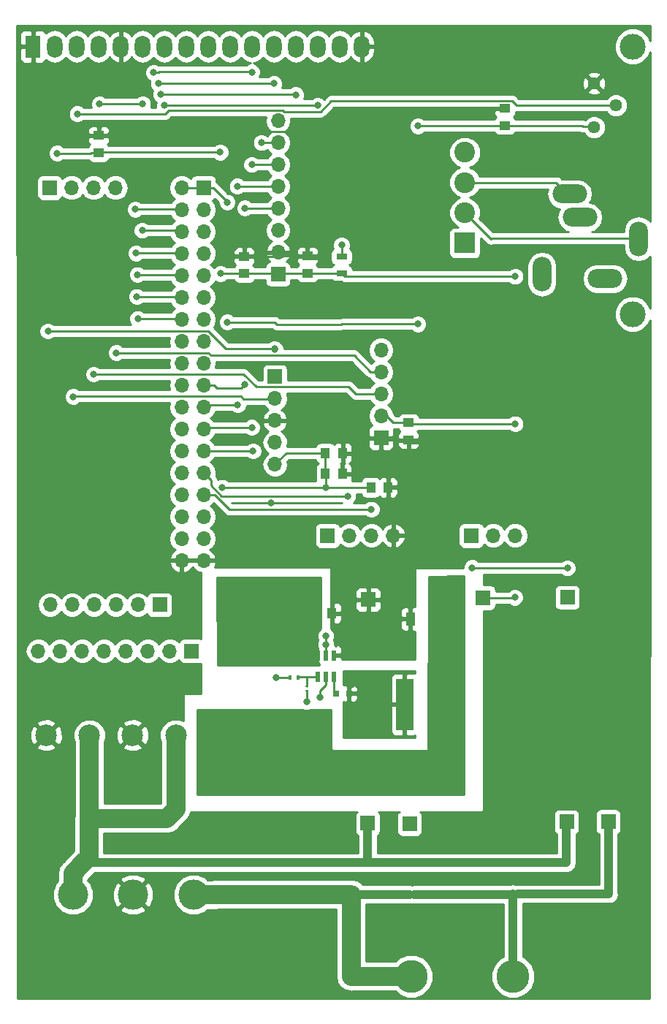
<source format=gbr>
G04 #@! TF.GenerationSoftware,KiCad,Pcbnew,5.0.2-bee76a0~70~ubuntu18.04.1*
G04 #@! TF.CreationDate,2019-03-18T17:02:54-07:00*
G04 #@! TF.ProjectId,Half_Shield,48616c66-5f53-4686-9965-6c642e6b6963,rev?*
G04 #@! TF.SameCoordinates,Original*
G04 #@! TF.FileFunction,Copper,L1,Top*
G04 #@! TF.FilePolarity,Positive*
%FSLAX46Y46*%
G04 Gerber Fmt 4.6, Leading zero omitted, Abs format (unit mm)*
G04 Created by KiCad (PCBNEW 5.0.2-bee76a0~70~ubuntu18.04.1) date Mon 18 Mar 2019 05:02:54 PM PDT*
%MOMM*%
%LPD*%
G01*
G04 APERTURE LIST*
G04 #@! TA.AperFunction,SMDPad,CuDef*
%ADD10R,0.590000X1.250000*%
G04 #@! TD*
G04 #@! TA.AperFunction,ComponentPad*
%ADD11R,1.700000X1.700000*%
G04 #@! TD*
G04 #@! TA.AperFunction,ComponentPad*
%ADD12R,1.800000X2.600000*%
G04 #@! TD*
G04 #@! TA.AperFunction,ComponentPad*
%ADD13O,1.800000X2.600000*%
G04 #@! TD*
G04 #@! TA.AperFunction,ComponentPad*
%ADD14C,3.000000*%
G04 #@! TD*
G04 #@! TA.AperFunction,ComponentPad*
%ADD15O,1.700000X1.700000*%
G04 #@! TD*
G04 #@! TA.AperFunction,ComponentPad*
%ADD16C,2.400000*%
G04 #@! TD*
G04 #@! TA.AperFunction,ComponentPad*
%ADD17R,2.400000X2.400000*%
G04 #@! TD*
G04 #@! TA.AperFunction,ComponentPad*
%ADD18O,4.000000X2.200000*%
G04 #@! TD*
G04 #@! TA.AperFunction,ComponentPad*
%ADD19O,2.200000X4.000000*%
G04 #@! TD*
G04 #@! TA.AperFunction,ComponentPad*
%ADD20C,3.500000*%
G04 #@! TD*
G04 #@! TA.AperFunction,ComponentPad*
%ADD21C,3.800000*%
G04 #@! TD*
G04 #@! TA.AperFunction,SMDPad,CuDef*
%ADD22R,1.300000X0.700000*%
G04 #@! TD*
G04 #@! TA.AperFunction,SMDPad,CuDef*
%ADD23R,1.000000X1.250000*%
G04 #@! TD*
G04 #@! TA.AperFunction,SMDPad,CuDef*
%ADD24R,1.250000X1.000000*%
G04 #@! TD*
G04 #@! TA.AperFunction,ComponentPad*
%ADD25C,2.500000*%
G04 #@! TD*
G04 #@! TA.AperFunction,ComponentPad*
%ADD26R,2.500000X2.500000*%
G04 #@! TD*
G04 #@! TA.AperFunction,ComponentPad*
%ADD27C,1.440000*%
G04 #@! TD*
G04 #@! TA.AperFunction,SMDPad,CuDef*
%ADD28R,0.800000X0.750000*%
G04 #@! TD*
G04 #@! TA.AperFunction,SMDPad,CuDef*
%ADD29R,2.006600X5.994400*%
G04 #@! TD*
G04 #@! TA.AperFunction,SMDPad,CuDef*
%ADD30R,0.430000X0.280000*%
G04 #@! TD*
G04 #@! TA.AperFunction,SMDPad,CuDef*
%ADD31R,0.400000X0.600000*%
G04 #@! TD*
G04 #@! TA.AperFunction,SMDPad,CuDef*
%ADD32R,1.000000X1.600000*%
G04 #@! TD*
G04 #@! TA.AperFunction,ViaPad*
%ADD33C,0.800000*%
G04 #@! TD*
G04 #@! TA.AperFunction,Conductor*
%ADD34C,0.250000*%
G04 #@! TD*
G04 #@! TA.AperFunction,Conductor*
%ADD35C,2.220000*%
G04 #@! TD*
G04 #@! TA.AperFunction,Conductor*
%ADD36C,1.000000*%
G04 #@! TD*
G04 #@! TA.AperFunction,Conductor*
%ADD37C,2.200000*%
G04 #@! TD*
G04 #@! TA.AperFunction,Conductor*
%ADD38C,0.254000*%
G04 #@! TD*
G04 APERTURE END LIST*
D10*
G04 #@! TO.P,U1,3*
G04 #@! TO.N,Net-(A_Buck_9V1-Pad1)*
X142473600Y-106121200D03*
G04 #@! TO.P,U1,2*
G04 #@! TO.N,Net-(Cbst1-Pad1)*
X143423600Y-106121200D03*
G04 #@! TO.P,U1,1*
G04 #@! TO.N,GND*
X144373600Y-106121200D03*
G04 #@! TO.P,U1,4*
G04 #@! TO.N,Net-(Rfbb1-Pad1)*
X142473600Y-108631200D03*
G04 #@! TO.P,U1,5*
G04 #@! TO.N,Net-(A_Buck_9V1-Pad1)*
X143423600Y-108631200D03*
G04 #@! TO.P,U1,6*
G04 #@! TO.N,Net-(Cbst1-Pad2)*
X144373600Y-108631200D03*
G04 #@! TD*
D11*
G04 #@! TO.P,A_Buck_9V1,1*
G04 #@! TO.N,Net-(A_Buck_9V1-Pad1)*
X138582400Y-99618800D03*
G04 #@! TD*
D12*
G04 #@! TO.P,LCD1,1*
G04 #@! TO.N,GND*
X109474000Y-35598100D03*
D13*
G04 #@! TO.P,LCD1,2*
G04 #@! TO.N,+5V*
X112014000Y-35598100D03*
G04 #@! TO.P,LCD1,3*
G04 #@! TO.N,Net-(LCD1-Pad3)*
X114554000Y-35598100D03*
G04 #@! TO.P,LCD1,4*
G04 #@! TO.N,Net-(Arduino_Block1-Pad6)*
X117094000Y-35598100D03*
G04 #@! TO.P,LCD1,5*
G04 #@! TO.N,GND*
X119634000Y-35598100D03*
G04 #@! TO.P,LCD1,6*
G04 #@! TO.N,Net-(Arduino_Block1-Pad4)*
X122174000Y-35598100D03*
G04 #@! TO.P,LCD1,7*
G04 #@! TO.N,N/C*
X124714000Y-35598100D03*
G04 #@! TO.P,LCD1,8*
X127254000Y-35598100D03*
G04 #@! TO.P,LCD1,9*
X129794000Y-35598100D03*
G04 #@! TO.P,LCD1,10*
X132334000Y-35598100D03*
G04 #@! TO.P,LCD1,11*
G04 #@! TO.N,Net-(Arduino_Block1-Pad8)*
X134874000Y-35598100D03*
G04 #@! TO.P,LCD1,12*
G04 #@! TO.N,Net-(Arduino_Block1-Pad10)*
X137414000Y-35598100D03*
G04 #@! TO.P,LCD1,13*
G04 #@! TO.N,Net-(Arduino_Block1-Pad12)*
X139954000Y-35598100D03*
G04 #@! TO.P,LCD1,14*
G04 #@! TO.N,Net-(Arduino_Block1-Pad14)*
X142494000Y-35598100D03*
G04 #@! TO.P,LCD1,15*
G04 #@! TO.N,Net-(LCD1-Pad15)*
X145034000Y-35598100D03*
G04 #@! TO.P,LCD1,16*
G04 #@! TO.N,GND*
X147574000Y-35598100D03*
D14*
G04 #@! TO.P,LCD1,*
G04 #@! TO.N,*
X178973480Y-66598800D03*
X178974000Y-35598100D03*
G04 #@! TD*
D15*
G04 #@! TO.P,Arduino_Block1,36*
G04 #@! TO.N,GND*
X126695200Y-95135700D03*
G04 #@! TO.P,Arduino_Block1,35*
X129235200Y-95135700D03*
G04 #@! TO.P,Arduino_Block1,34*
G04 #@! TO.N,N/C*
X126695200Y-92595700D03*
G04 #@! TO.P,Arduino_Block1,33*
X129235200Y-92595700D03*
G04 #@! TO.P,Arduino_Block1,32*
X126695200Y-90055700D03*
G04 #@! TO.P,Arduino_Block1,31*
X129235200Y-90055700D03*
G04 #@! TO.P,Arduino_Block1,30*
G04 #@! TO.N,Net-(Arduino_Block1-Pad30)*
X126695200Y-87515700D03*
G04 #@! TO.P,Arduino_Block1,29*
G04 #@! TO.N,Relay_IN1*
X129235200Y-87515700D03*
G04 #@! TO.P,Arduino_Block1,28*
G04 #@! TO.N,Net-(Arduino_Block1-Pad28)*
X126695200Y-84975700D03*
G04 #@! TO.P,Arduino_Block1,27*
G04 #@! TO.N,Relay_IN2*
X129235200Y-84975700D03*
G04 #@! TO.P,Arduino_Block1,26*
G04 #@! TO.N,Net-(Arduino_Block1-Pad26)*
X126695200Y-82435700D03*
G04 #@! TO.P,Arduino_Block1,25*
G04 #@! TO.N,CS*
X129235200Y-82435700D03*
G04 #@! TO.P,Arduino_Block1,24*
G04 #@! TO.N,Net-(Arduino_Block1-Pad24)*
X126695200Y-79895700D03*
G04 #@! TO.P,Arduino_Block1,23*
G04 #@! TO.N,SDI*
X129235200Y-79895700D03*
G04 #@! TO.P,Arduino_Block1,22*
G04 #@! TO.N,Net-(Arduino_Block1-Pad22)*
X126695200Y-77355700D03*
G04 #@! TO.P,Arduino_Block1,21*
G04 #@! TO.N,SDO*
X129235200Y-77355700D03*
G04 #@! TO.P,Arduino_Block1,20*
G04 #@! TO.N,Net-(Arduino_Block1-Pad20)*
X126695200Y-74815700D03*
G04 #@! TO.P,Arduino_Block1,19*
G04 #@! TO.N,CLK*
X129235200Y-74815700D03*
G04 #@! TO.P,Arduino_Block1,18*
G04 #@! TO.N,Net-(Arduino_Block1-Pad18)*
X126695200Y-72275700D03*
G04 #@! TO.P,Arduino_Block1,17*
G04 #@! TO.N,N/C*
X129235200Y-72275700D03*
G04 #@! TO.P,Arduino_Block1,16*
G04 #@! TO.N,Net-(Arduino_Block1-Pad16)*
X126695200Y-69735700D03*
G04 #@! TO.P,Arduino_Block1,15*
G04 #@! TO.N,N/C*
X129235200Y-69735700D03*
G04 #@! TO.P,Arduino_Block1,14*
G04 #@! TO.N,Net-(Arduino_Block1-Pad14)*
X126695200Y-67195700D03*
G04 #@! TO.P,Arduino_Block1,13*
G04 #@! TO.N,N/C*
X129235200Y-67195700D03*
G04 #@! TO.P,Arduino_Block1,12*
G04 #@! TO.N,Net-(Arduino_Block1-Pad12)*
X126695200Y-64655700D03*
G04 #@! TO.P,Arduino_Block1,11*
G04 #@! TO.N,N/C*
X129235200Y-64655700D03*
G04 #@! TO.P,Arduino_Block1,10*
G04 #@! TO.N,Net-(Arduino_Block1-Pad10)*
X126695200Y-62115700D03*
G04 #@! TO.P,Arduino_Block1,9*
G04 #@! TO.N,N/C*
X129235200Y-62115700D03*
G04 #@! TO.P,Arduino_Block1,8*
G04 #@! TO.N,Net-(Arduino_Block1-Pad8)*
X126695200Y-59575700D03*
G04 #@! TO.P,Arduino_Block1,7*
G04 #@! TO.N,N/C*
X129235200Y-59575700D03*
G04 #@! TO.P,Arduino_Block1,6*
G04 #@! TO.N,Net-(Arduino_Block1-Pad6)*
X126695200Y-57035700D03*
G04 #@! TO.P,Arduino_Block1,5*
G04 #@! TO.N,N/C*
X129235200Y-57035700D03*
G04 #@! TO.P,Arduino_Block1,4*
G04 #@! TO.N,Net-(Arduino_Block1-Pad4)*
X126695200Y-54495700D03*
G04 #@! TO.P,Arduino_Block1,3*
G04 #@! TO.N,N/C*
X129235200Y-54495700D03*
G04 #@! TO.P,Arduino_Block1,2*
G04 #@! TO.N,+5V*
X126695200Y-51955700D03*
D11*
G04 #@! TO.P,Arduino_Block1,1*
X129235200Y-51955700D03*
G04 #@! TD*
D15*
G04 #@! TO.P,Arduino_Block2,4*
G04 #@! TO.N,Net-(Arduino_Block2-Pad4)*
X119024400Y-51955700D03*
G04 #@! TO.P,Arduino_Block2,3*
G04 #@! TO.N,Net-(Arduino_Block2-Pad3)*
X116484400Y-51955700D03*
G04 #@! TO.P,Arduino_Block2,2*
G04 #@! TO.N,pH_TX*
X113944400Y-51955700D03*
D11*
G04 #@! TO.P,Arduino_Block2,1*
G04 #@! TO.N,pH_RX*
X111404400Y-51955700D03*
G04 #@! TD*
D15*
G04 #@! TO.P,Arduino_Block3,6*
G04 #@! TO.N,N/C*
X111455200Y-100266500D03*
G04 #@! TO.P,Arduino_Block3,5*
X113995200Y-100266500D03*
G04 #@! TO.P,Arduino_Block3,4*
X116535200Y-100266500D03*
G04 #@! TO.P,Arduino_Block3,3*
X119075200Y-100266500D03*
G04 #@! TO.P,Arduino_Block3,2*
X121615200Y-100266500D03*
D11*
G04 #@! TO.P,Arduino_Block3,1*
X124155200Y-100266500D03*
G04 #@! TD*
D15*
G04 #@! TO.P,Keypad1,8*
G04 #@! TO.N,Net-(Arduino_Block1-Pad16)*
X110083600Y-105613200D03*
G04 #@! TO.P,Keypad1,7*
G04 #@! TO.N,Net-(Arduino_Block1-Pad18)*
X112623600Y-105613200D03*
G04 #@! TO.P,Keypad1,6*
G04 #@! TO.N,Net-(Arduino_Block1-Pad20)*
X115163600Y-105613200D03*
G04 #@! TO.P,Keypad1,5*
G04 #@! TO.N,Net-(Arduino_Block1-Pad22)*
X117703600Y-105613200D03*
G04 #@! TO.P,Keypad1,4*
G04 #@! TO.N,Net-(Arduino_Block1-Pad24)*
X120243600Y-105613200D03*
G04 #@! TO.P,Keypad1,3*
G04 #@! TO.N,Net-(Arduino_Block1-Pad26)*
X122783600Y-105613200D03*
G04 #@! TO.P,Keypad1,2*
G04 #@! TO.N,Net-(Arduino_Block1-Pad28)*
X125323600Y-105613200D03*
D11*
G04 #@! TO.P,Keypad1,1*
G04 #@! TO.N,Net-(Arduino_Block1-Pad30)*
X127863600Y-105613200D03*
G04 #@! TD*
D15*
G04 #@! TO.P,pH_carrier1,5*
G04 #@! TO.N,+5V*
X137515600Y-84010500D03*
G04 #@! TO.P,pH_carrier1,4*
G04 #@! TO.N,N/C*
X137515600Y-81470500D03*
G04 #@! TO.P,pH_carrier1,3*
G04 #@! TO.N,GND*
X137515600Y-78930500D03*
G04 #@! TO.P,pH_carrier1,2*
G04 #@! TO.N,pH_TX*
X137515600Y-76390500D03*
D11*
G04 #@! TO.P,pH_carrier1,1*
G04 #@! TO.N,pH_RX*
X137515600Y-73850500D03*
G04 #@! TD*
D16*
G04 #@! TO.P,PT100_Input1,3*
G04 #@! TO.N,Net-(PT100_Input1-Pad3)*
X159509426Y-51350304D03*
G04 #@! TO.P,PT100_Input1,4*
G04 #@! TO.N,Net-(PT100_Input1-Pad4)*
X159509426Y-47850304D03*
G04 #@! TO.P,PT100_Input1,2*
G04 #@! TO.N,Net-(PT100_Input1-Pad2)*
X159509426Y-54850304D03*
D17*
G04 #@! TO.P,PT100_Input1,1*
G04 #@! TO.N,N/C*
X159509426Y-58350304D03*
G04 #@! TD*
D18*
G04 #@! TO.P,PT100_Jack1,1*
G04 #@! TO.N,Net-(PT100_Input1-Pad4)*
X175768000Y-62484000D03*
D19*
G04 #@! TO.P,PT100_Jack1,4*
G04 #@! TO.N,N/C*
X168468000Y-61984000D03*
D18*
G04 #@! TO.P,PT100_Jack1,5*
X172868000Y-55384000D03*
G04 #@! TO.P,PT100_Jack1,2*
G04 #@! TO.N,Net-(PT100_Input1-Pad3)*
X171668000Y-52684000D03*
D19*
G04 #@! TO.P,PT100_Jack1,3*
G04 #@! TO.N,Net-(PT100_Input1-Pad2)*
X179668000Y-57884000D03*
G04 #@! TD*
D15*
G04 #@! TO.P,Relay_control1,4*
G04 #@! TO.N,GND*
X151231600Y-92252800D03*
G04 #@! TO.P,Relay_control1,3*
G04 #@! TO.N,Relay_IN1*
X148691600Y-92252800D03*
G04 #@! TO.P,Relay_control1,2*
G04 #@! TO.N,Relay_IN2*
X146151600Y-92252800D03*
D11*
G04 #@! TO.P,Relay_control1,1*
G04 #@! TO.N,+5V*
X143611600Y-92252800D03*
G04 #@! TD*
G04 #@! TO.P,Relay_pwr1,1*
G04 #@! TO.N,Net-(R_Buck_GND1-Pad1)*
X160274000Y-92252800D03*
D15*
G04 #@! TO.P,Relay_pwr1,2*
G04 #@! TO.N,N/C*
X162814000Y-92252800D03*
G04 #@! TO.P,Relay_pwr1,3*
G04 #@! TO.N,Net-(R_Buck_5V1-Pad1)*
X165354000Y-92252800D03*
G04 #@! TD*
D11*
G04 #@! TO.P,A_Buck1,1*
G04 #@! TO.N,Net-(AC-L1-Pad1)*
X153110949Y-125618646D03*
G04 #@! TD*
G04 #@! TO.P,A_Buck2,1*
G04 #@! TO.N,Net-(AC-N1-Pad1)*
X148259549Y-125580546D03*
G04 #@! TD*
G04 #@! TO.P,A_Buck_GND1,1*
G04 #@! TO.N,GND*
X148323049Y-99659846D03*
G04 #@! TD*
G04 #@! TO.P,R_Buck2,1*
G04 #@! TO.N,Net-(AC-L1-Pad1)*
X176137176Y-125383292D03*
G04 #@! TD*
G04 #@! TO.P,R_Buck_1,1*
G04 #@! TO.N,Net-(AC-N1-Pad1)*
X171311176Y-125395992D03*
G04 #@! TD*
G04 #@! TO.P,R_Buck_5V1,1*
G04 #@! TO.N,Net-(R_Buck_5V1-Pad1)*
X161621076Y-99449892D03*
G04 #@! TD*
G04 #@! TO.P,R_Buck_GND1,1*
G04 #@! TO.N,Net-(R_Buck_GND1-Pad1)*
X171400076Y-99399092D03*
G04 #@! TD*
D20*
G04 #@! TO.P,AC-E1,1*
G04 #@! TO.N,GND*
X121056400Y-133858000D03*
G04 #@! TD*
G04 #@! TO.P,AC-L1,1*
G04 #@! TO.N,Net-(AC-L1-Pad1)*
X128066800Y-133858000D03*
G04 #@! TD*
G04 #@! TO.P,AC-N1,1*
G04 #@! TO.N,Net-(AC-N1-Pad1)*
X114096800Y-133858000D03*
G04 #@! TD*
D15*
G04 #@! TO.P,PT100_amp1,8*
G04 #@! TO.N,N/C*
X137871200Y-44196000D03*
G04 #@! TO.P,PT100_amp1,7*
G04 #@! TO.N,CS*
X137871200Y-46736000D03*
G04 #@! TO.P,PT100_amp1,6*
G04 #@! TO.N,SDI*
X137871200Y-49276000D03*
G04 #@! TO.P,PT100_amp1,5*
G04 #@! TO.N,SDO*
X137871200Y-51816000D03*
G04 #@! TO.P,PT100_amp1,4*
G04 #@! TO.N,CLK*
X137871200Y-54356000D03*
G04 #@! TO.P,PT100_amp1,3*
G04 #@! TO.N,N/C*
X137871200Y-56896000D03*
G04 #@! TO.P,PT100_amp1,2*
G04 #@! TO.N,GND*
X137871200Y-59436000D03*
D11*
G04 #@! TO.P,PT100_amp1,1*
G04 #@! TO.N,+5V*
X137871200Y-61976000D03*
G04 #@! TD*
D21*
G04 #@! TO.P,Screw1,1*
G04 #@! TO.N,Net-(AC-L1-Pad1)*
X153314400Y-143306800D03*
G04 #@! TD*
G04 #@! TO.P,Screw2,1*
G04 #@! TO.N,Net-(AC-L1-Pad1)*
X165100000Y-143306800D03*
G04 #@! TD*
D22*
G04 #@! TO.P,R1,2*
G04 #@! TO.N,Net-(LCD1-Pad15)*
X145237200Y-59933800D03*
G04 #@! TO.P,R1,1*
G04 #@! TO.N,+5V*
X145237200Y-61833800D03*
G04 #@! TD*
D23*
G04 #@! TO.P,C1,1*
G04 #@! TO.N,GND*
X150622000Y-86664800D03*
G04 #@! TO.P,C1,2*
G04 #@! TO.N,+5V*
X148622000Y-86664800D03*
G04 #@! TD*
D24*
G04 #@! TO.P,C2,2*
G04 #@! TO.N,+5V*
X117094000Y-47908400D03*
G04 #@! TO.P,C2,1*
G04 #@! TO.N,GND*
X117094000Y-45908400D03*
G04 #@! TD*
G04 #@! TO.P,C3,2*
G04 #@! TO.N,+5V*
X164134800Y-44754800D03*
G04 #@! TO.P,C3,1*
G04 #@! TO.N,GND*
X164134800Y-42754800D03*
G04 #@! TD*
G04 #@! TO.P,C4,1*
G04 #@! TO.N,+5V*
X141274800Y-61858400D03*
G04 #@! TO.P,C4,2*
G04 #@! TO.N,GND*
X141274800Y-59858400D03*
G04 #@! TD*
G04 #@! TO.P,C5,1*
G04 #@! TO.N,GND*
X133959600Y-59909200D03*
G04 #@! TO.P,C5,2*
G04 #@! TO.N,+5V*
X133959600Y-61909200D03*
G04 #@! TD*
D23*
G04 #@! TO.P,C6,2*
G04 #@! TO.N,GND*
X145358205Y-85090000D03*
G04 #@! TO.P,C6,1*
G04 #@! TO.N,+5V*
X143358205Y-85090000D03*
G04 #@! TD*
G04 #@! TO.P,C7,2*
G04 #@! TO.N,GND*
X145362205Y-82702400D03*
G04 #@! TO.P,C7,1*
G04 #@! TO.N,+5V*
X143362205Y-82702400D03*
G04 #@! TD*
D25*
G04 #@! TO.P,Power_Screws1,5*
G04 #@! TO.N,GND*
X111013200Y-115366800D03*
G04 #@! TO.P,Power_Screws1,4*
G04 #@! TO.N,Net-(AC-N1-Pad1)*
X116013200Y-115366800D03*
G04 #@! TO.P,Power_Screws1,3*
G04 #@! TO.N,GND*
X121013200Y-115366800D03*
G04 #@! TO.P,Power_Screws1,2*
G04 #@! TO.N,Net-(AC-N1-Pad1)*
X126013200Y-115366800D03*
D26*
G04 #@! TO.P,Power_Screws1,1*
G04 #@! TO.N,Net-(Cout1-Pad1)*
X131013200Y-115366800D03*
G04 #@! TD*
D24*
G04 #@! TO.P,C8,2*
G04 #@! TO.N,+5V*
X153009600Y-79178400D03*
G04 #@! TO.P,C8,1*
G04 #@! TO.N,GND*
X153009600Y-81178400D03*
G04 #@! TD*
D15*
G04 #@! TO.P,PCF8523_RTC1,5*
G04 #@! TO.N,N/C*
X149809200Y-70764400D03*
G04 #@! TO.P,PCF8523_RTC1,4*
G04 #@! TO.N,Net-(Arduino_Block2-Pad4)*
X149809200Y-73304400D03*
G04 #@! TO.P,PCF8523_RTC1,3*
G04 #@! TO.N,Net-(Arduino_Block2-Pad3)*
X149809200Y-75844400D03*
G04 #@! TO.P,PCF8523_RTC1,2*
G04 #@! TO.N,+5V*
X149809200Y-78384400D03*
D11*
G04 #@! TO.P,PCF8523_RTC1,1*
G04 #@! TO.N,GND*
X149809200Y-80924400D03*
G04 #@! TD*
D27*
G04 #@! TO.P,RV1,1*
G04 #@! TO.N,GND*
X174498000Y-39878000D03*
G04 #@! TO.P,RV1,2*
G04 #@! TO.N,Net-(LCD1-Pad3)*
X177038000Y-42418000D03*
G04 #@! TO.P,RV1,3*
G04 #@! TO.N,+5V*
X174498000Y-44958000D03*
G04 #@! TD*
D28*
G04 #@! TO.P,Cbst1,1*
G04 #@! TO.N,Net-(Cbst1-Pad1)*
X146100800Y-110540800D03*
G04 #@! TO.P,Cbst1,2*
G04 #@! TO.N,Net-(Cbst1-Pad2)*
X144600800Y-110540800D03*
G04 #@! TD*
D29*
G04 #@! TO.P,L1,1*
G04 #@! TO.N,Net-(Cout1-Pad1)*
X156870400Y-111810800D03*
G04 #@! TO.P,L1,2*
G04 #@! TO.N,Net-(Cbst1-Pad1)*
X152552400Y-111810800D03*
G04 #@! TD*
D30*
G04 #@! TO.P,Rfbb1,2*
G04 #@! TO.N,GND*
X141173200Y-110242000D03*
G04 #@! TO.P,Rfbb1,1*
G04 #@! TO.N,Net-(Rfbb1-Pad1)*
X141173200Y-109722000D03*
G04 #@! TD*
D31*
G04 #@! TO.P,Rfbt1,2*
G04 #@! TO.N,Net-(Rfbb1-Pad1)*
X140157200Y-108712000D03*
G04 #@! TO.P,Rfbt1,1*
G04 #@! TO.N,Net-(Cout1-Pad1)*
X139257200Y-108712000D03*
G04 #@! TD*
D23*
G04 #@! TO.P,Cin1,2*
G04 #@! TO.N,GND*
X144119600Y-101244400D03*
G04 #@! TO.P,Cin1,1*
G04 #@! TO.N,Net-(A_Buck_9V1-Pad1)*
X142119600Y-101244400D03*
G04 #@! TD*
D32*
G04 #@! TO.P,Cout1,2*
G04 #@! TO.N,GND*
X153210000Y-101904800D03*
G04 #@! TO.P,Cout1,1*
G04 #@! TO.N,Net-(Cout1-Pad1)*
X156210000Y-101904800D03*
G04 #@! TD*
D33*
G04 #@! TO.N,GND*
X171297600Y-81534000D03*
X171297600Y-65887600D03*
X143459200Y-65887600D03*
X143459200Y-60147200D03*
X147828000Y-65887600D03*
X147828000Y-45872400D03*
X119634000Y-45472401D03*
X141173200Y-111506000D03*
X121666000Y-89255600D03*
X124002800Y-89306400D03*
X119126000Y-89306400D03*
X116586000Y-89306400D03*
X114147600Y-89306400D03*
X111353600Y-89306400D03*
X124206000Y-102920800D03*
X121615200Y-102920800D03*
X119024400Y-102920800D03*
X116687600Y-102920800D03*
X114096800Y-102920800D03*
X111353600Y-102920800D03*
X141224000Y-73152000D03*
X137058400Y-88493600D03*
X132181600Y-64617600D03*
X163423600Y-55270400D03*
X167335200Y-52628800D03*
X144170400Y-126746000D03*
X139090400Y-126746000D03*
X134010400Y-126746000D03*
X128930400Y-126746000D03*
G04 #@! TO.N,Relay_IN1*
X148691600Y-89204800D03*
G04 #@! TO.N,Relay_IN2*
X145948400Y-87731600D03*
G04 #@! TO.N,CS*
X134975600Y-82448400D03*
X135940800Y-46736000D03*
G04 #@! TO.N,SDI*
X134823200Y-79705200D03*
X134823200Y-49276000D03*
G04 #@! TO.N,SDO*
X133197600Y-77114400D03*
X133146800Y-51765200D03*
G04 #@! TO.N,CLK*
X134010400Y-74777600D03*
X134010400Y-54305200D03*
G04 #@! TO.N,Net-(Arduino_Block1-Pad14)*
X121615200Y-67106800D03*
X142468600Y-42418000D03*
X124714000Y-42418000D03*
G04 #@! TO.N,Net-(Arduino_Block1-Pad12)*
X121513600Y-64566800D03*
X139928600Y-41173400D03*
X124307600Y-41148000D03*
G04 #@! TO.N,Net-(Arduino_Block1-Pad10)*
X121564400Y-62026800D03*
X137388600Y-39878000D03*
X124002800Y-39878000D03*
G04 #@! TO.N,Net-(Arduino_Block1-Pad8)*
X121412000Y-59537600D03*
X134823200Y-38557200D03*
X123444000Y-38608000D03*
G04 #@! TO.N,Net-(Arduino_Block1-Pad6)*
X122123200Y-56896000D03*
X117170200Y-42240200D03*
X122174000Y-42265600D03*
G04 #@! TO.N,Net-(Arduino_Block1-Pad4)*
X121310400Y-54457600D03*
G04 #@! TO.N,+5V*
X131978400Y-67513200D03*
X131978400Y-53644800D03*
X143408400Y-86664800D03*
X154076400Y-44805600D03*
X154076400Y-67741800D03*
X131368800Y-86664800D03*
X112268000Y-47955200D03*
X165354000Y-79298800D03*
X165354000Y-62230000D03*
X131165600Y-47853600D03*
X131200400Y-61909200D03*
G04 #@! TO.N,pH_TX*
X114147600Y-76149200D03*
G04 #@! TO.N,pH_RX*
X137464800Y-70612000D03*
X137515600Y-70662800D03*
X111201200Y-68560699D03*
G04 #@! TO.N,Net-(AC-L1-Pad1)*
X153111200Y-133807200D03*
G04 #@! TO.N,Net-(LCD1-Pad3)*
X114604800Y-43383200D03*
G04 #@! TO.N,Net-(LCD1-Pad15)*
X145237200Y-58597800D03*
G04 #@! TO.N,Net-(A_Buck_9V1-Pad1)*
X142697200Y-110947200D03*
X140258800Y-106070400D03*
G04 #@! TO.N,Net-(Arduino_Block2-Pad4)*
X119126000Y-71069200D03*
G04 #@! TO.N,Net-(Arduino_Block2-Pad3)*
X116484400Y-73558400D03*
G04 #@! TO.N,Net-(Cbst1-Pad1)*
X143408400Y-104851200D03*
X143408400Y-103835200D03*
X146405600Y-108407200D03*
X147574000Y-108407200D03*
X148793200Y-108407200D03*
X148793200Y-109524800D03*
X147574000Y-109524800D03*
X146405600Y-109524800D03*
G04 #@! TO.N,Net-(Cout1-Pad1)*
X137617200Y-108712000D03*
X156260800Y-98196400D03*
G04 #@! TO.N,Net-(R_Buck_5V1-Pad1)*
X165303200Y-99415600D03*
G04 #@! TO.N,Net-(R_Buck_GND1-Pad1)*
X160375600Y-95961200D03*
X171399200Y-96012000D03*
G04 #@! TD*
D34*
G04 #@! TO.N,GND*
X137502900Y-78943200D02*
X137515600Y-78930500D01*
X137477500Y-78892400D02*
X137515600Y-78930500D01*
X138379200Y-58928000D02*
X137871200Y-59436000D01*
X137820400Y-59385200D02*
X137871200Y-59436000D01*
X153365200Y-81534000D02*
X153009600Y-81178400D01*
X171297600Y-81534000D02*
X153365200Y-81534000D01*
X150063200Y-81178400D02*
X149809200Y-80924400D01*
X153009600Y-81178400D02*
X150063200Y-81178400D01*
X143459200Y-65887600D02*
X143459200Y-65887600D01*
X141563600Y-60147200D02*
X141274800Y-59858400D01*
X143459200Y-60147200D02*
X141563600Y-60147200D01*
X138293600Y-59858400D02*
X137871200Y-59436000D01*
X141274800Y-59858400D02*
X138293600Y-59858400D01*
X171297600Y-65887600D02*
X147828000Y-65887600D01*
X147828000Y-65887600D02*
X147675600Y-65887600D01*
X147828000Y-65887600D02*
X143459200Y-65887600D01*
X118404999Y-45472401D02*
X117969000Y-45908400D01*
X117969000Y-45908400D02*
X117094000Y-45908400D01*
X147428001Y-45472401D02*
X119634000Y-45472401D01*
X147828000Y-45872400D02*
X147428001Y-45472401D01*
X119634000Y-45472401D02*
X118404999Y-45472401D01*
X137398000Y-59909200D02*
X137871200Y-59436000D01*
X133959600Y-59909200D02*
X137398000Y-59909200D01*
X148383603Y-99720400D02*
X148323049Y-99659846D01*
X141173200Y-110242000D02*
X141173200Y-110632000D01*
X141173200Y-110632000D02*
X141173200Y-111506000D01*
X141173200Y-111506000D02*
X141173200Y-111506000D01*
G04 #@! TO.N,Relay_IN1*
X132250188Y-89255600D02*
X148691600Y-89255600D01*
X129235200Y-87515700D02*
X130510288Y-87515700D01*
X130510288Y-87515700D02*
X132250188Y-89255600D01*
G04 #@! TO.N,Relay_IN2*
X131311798Y-87680800D02*
X145948400Y-87680800D01*
X130085199Y-85825699D02*
X130085199Y-86454201D01*
X129235200Y-84975700D02*
X130085199Y-85825699D01*
X130085199Y-86454201D02*
X131311798Y-87680800D01*
G04 #@! TO.N,CS*
X134975600Y-82448400D02*
X129247900Y-82448400D01*
X129247900Y-82448400D02*
X129235200Y-82435700D01*
X136596849Y-46736000D02*
X135940800Y-46736000D01*
X137817826Y-46717104D02*
X136615745Y-46717104D01*
X136615745Y-46717104D02*
X136596849Y-46736000D01*
G04 #@! TO.N,SDI*
X134823200Y-79705200D02*
X129425700Y-79705200D01*
X129425700Y-79705200D02*
X129235200Y-79895700D01*
X136596849Y-49276000D02*
X134823200Y-49276000D01*
X137817826Y-49257104D02*
X136615745Y-49257104D01*
X136615745Y-49257104D02*
X136596849Y-49276000D01*
G04 #@! TO.N,SDO*
X133197600Y-77114400D02*
X129476500Y-77114400D01*
X129476500Y-77114400D02*
X129235200Y-77355700D01*
X134181696Y-51797104D02*
X134149792Y-51765200D01*
X134149792Y-51765200D02*
X133146800Y-51765200D01*
X136615745Y-51797104D02*
X134181696Y-51797104D01*
X137817826Y-51797104D02*
X136615745Y-51797104D01*
X136615745Y-51797104D02*
X136596849Y-51816000D01*
G04 #@! TO.N,CLK*
X134010400Y-74777600D02*
X133602899Y-75185101D01*
X133602899Y-75185101D02*
X130806682Y-75185101D01*
X130806682Y-75185101D02*
X130437281Y-74815700D01*
X130437281Y-74815700D02*
X129235200Y-74815700D01*
X137871200Y-54356000D02*
X133959600Y-54356000D01*
G04 #@! TO.N,Net-(Arduino_Block1-Pad14)*
X121615200Y-67106800D02*
X126606300Y-67106800D01*
X126606300Y-67106800D02*
X126695200Y-67195700D01*
X125279685Y-42418000D02*
X142468600Y-42418000D01*
X124714000Y-42418000D02*
X125279685Y-42418000D01*
G04 #@! TO.N,Net-(Arduino_Block1-Pad12)*
X121513600Y-64566800D02*
X126606300Y-64566800D01*
X126606300Y-64566800D02*
X126695200Y-64655700D01*
X124898685Y-41122600D02*
X139954000Y-41122600D01*
X124307600Y-41148000D02*
X124873285Y-41148000D01*
X124873285Y-41148000D02*
X124898685Y-41122600D01*
G04 #@! TO.N,Net-(Arduino_Block1-Pad10)*
X121564400Y-62026800D02*
X126606300Y-62026800D01*
X126606300Y-62026800D02*
X126695200Y-62115700D01*
X124568485Y-39878000D02*
X137414000Y-39878000D01*
X124002800Y-39878000D02*
X124568485Y-39878000D01*
G04 #@! TO.N,Net-(Arduino_Block1-Pad8)*
X121412000Y-59537600D02*
X126657100Y-59537600D01*
X126657100Y-59537600D02*
X126695200Y-59575700D01*
X124111285Y-38506400D02*
X134848600Y-38506400D01*
X123444000Y-38608000D02*
X124009685Y-38608000D01*
X124009685Y-38608000D02*
X124111285Y-38506400D01*
G04 #@! TO.N,Net-(Arduino_Block1-Pad6)*
X122123200Y-56896000D02*
X126555500Y-56896000D01*
X126555500Y-56896000D02*
X126695200Y-57035700D01*
X121582915Y-42240200D02*
X117170200Y-42240200D01*
X122174000Y-42265600D02*
X121608315Y-42265600D01*
X121608315Y-42265600D02*
X121582915Y-42240200D01*
G04 #@! TO.N,Net-(Arduino_Block1-Pad4)*
X121310400Y-54457600D02*
X126657100Y-54457600D01*
X126657100Y-54457600D02*
X126695200Y-54495700D01*
G04 #@! TO.N,+5V*
X126695200Y-51955700D02*
X129235200Y-51955700D01*
X137718800Y-67767200D02*
X137464800Y-67513200D01*
X137464800Y-67513200D02*
X131978400Y-67513200D01*
X129235200Y-51955700D02*
X130335200Y-51955700D01*
X130335200Y-51955700D02*
X131973500Y-53594000D01*
X164134800Y-44754800D02*
X154127200Y-44754800D01*
X154127200Y-44754800D02*
X154076400Y-44805600D01*
X174498000Y-44878000D02*
X173225208Y-44878000D01*
X173225208Y-44878000D02*
X173100207Y-44752999D01*
X173100207Y-44752999D02*
X165011601Y-44752999D01*
X165011601Y-44752999D02*
X165009800Y-44754800D01*
X165009800Y-44754800D02*
X164134800Y-44754800D01*
X143408400Y-86664800D02*
X148622000Y-86664800D01*
X143362205Y-82702400D02*
X138823700Y-82702400D01*
X138823700Y-82702400D02*
X137515600Y-84010500D01*
X143358205Y-85090000D02*
X143358205Y-82706400D01*
X143358205Y-82706400D02*
X143362205Y-82702400D01*
X143408400Y-86664800D02*
X143408400Y-85140195D01*
X143408400Y-85140195D02*
X143358205Y-85090000D01*
X143408400Y-92049600D02*
X143611600Y-92252800D01*
X143611600Y-86664800D02*
X143358205Y-86411405D01*
X137718800Y-67767200D02*
X145224500Y-67767200D01*
X145224500Y-67767200D02*
X145237200Y-67754500D01*
X145237200Y-67754500D02*
X154038300Y-67754500D01*
X131368800Y-86664800D02*
X143611600Y-86664800D01*
X112268000Y-35852100D02*
X112014000Y-35598100D01*
X116172200Y-47955200D02*
X112318800Y-47955200D01*
X117094000Y-47908400D02*
X116219000Y-47908400D01*
X116219000Y-47908400D02*
X116172200Y-47955200D01*
X153130000Y-79298800D02*
X153009600Y-79178400D01*
X165354000Y-79298800D02*
X153130000Y-79298800D01*
X150259210Y-78198000D02*
X150127405Y-78066195D01*
X151239610Y-79178400D02*
X150259210Y-78198000D01*
X153009600Y-79178400D02*
X151239610Y-79178400D01*
X141299400Y-61833800D02*
X141274800Y-61858400D01*
X145237200Y-61833800D02*
X141299400Y-61833800D01*
X138321210Y-61789600D02*
X138189405Y-61657795D01*
X138390010Y-61858400D02*
X138321210Y-61789600D01*
X141274800Y-61858400D02*
X138390010Y-61858400D01*
X145633400Y-62230000D02*
X145237200Y-61833800D01*
X165354000Y-62230000D02*
X145633400Y-62230000D01*
X137804400Y-61909200D02*
X137871200Y-61976000D01*
X133959600Y-61909200D02*
X137804400Y-61909200D01*
X133084600Y-61909200D02*
X133049800Y-61874400D01*
X133959600Y-61909200D02*
X133084600Y-61909200D01*
X117148800Y-47853600D02*
X117094000Y-47908400D01*
X131165600Y-47853600D02*
X117148800Y-47853600D01*
X133084600Y-61909200D02*
X131200400Y-61909200D01*
X131200400Y-61909200D02*
X131200400Y-61909200D01*
G04 #@! TO.N,pH_TX*
X133858000Y-76403200D02*
X133553200Y-76098400D01*
X133858000Y-76403200D02*
X137502900Y-76403200D01*
X133553200Y-76098400D02*
X114198400Y-76098400D01*
G04 #@! TO.N,pH_RX*
X129799201Y-68560699D02*
X111201200Y-68560699D01*
X137464800Y-70612000D02*
X131850502Y-70612000D01*
X131850502Y-70612000D02*
X129799201Y-68560699D01*
X111201200Y-68560699D02*
X111169701Y-68560699D01*
G04 #@! TO.N,Net-(PT100_Input1-Pad3)*
X170090848Y-51350304D02*
X171497591Y-52757047D01*
X159509426Y-51350304D02*
X170090848Y-51350304D01*
G04 #@! TO.N,Net-(PT100_Input1-Pad2)*
X159509426Y-54850304D02*
X162543122Y-57884000D01*
X162610486Y-57816636D02*
X179587125Y-57816636D01*
X162543122Y-57884000D02*
X162610486Y-57816636D01*
D35*
G04 #@! TO.N,Net-(AC-L1-Pad1)*
X146354800Y-143306800D02*
X153314400Y-143306800D01*
D36*
X176137176Y-126483292D02*
X176137176Y-125383292D01*
D35*
X128066800Y-133858000D02*
X130541673Y-133858000D01*
D34*
X130541673Y-133858000D02*
X130592473Y-133807200D01*
D36*
X165665685Y-133756400D02*
X176174400Y-133756400D01*
D34*
X165100000Y-133756400D02*
X165665685Y-133756400D01*
D36*
X165100000Y-133756400D02*
X165100000Y-143306800D01*
D35*
X146354800Y-133807200D02*
X146354800Y-143306800D01*
D36*
X153676885Y-133807200D02*
X165100000Y-133807200D01*
D34*
X153111200Y-133807200D02*
X153676885Y-133807200D01*
D36*
X146354800Y-133807200D02*
X153111200Y-133807200D01*
D35*
X130592473Y-133807200D02*
X146354800Y-133807200D01*
D34*
X176174400Y-126520516D02*
X176137176Y-126483292D01*
D36*
X176174400Y-133756400D02*
X176174400Y-126520516D01*
D35*
G04 #@! TO.N,Net-(AC-N1-Pad1)*
X124968000Y-125018800D02*
X115962400Y-125018800D01*
X115962400Y-129517527D02*
X115962400Y-125018800D01*
X115330327Y-130149600D02*
X115962400Y-129517527D01*
D36*
X147668715Y-130149600D02*
X148800085Y-130149600D01*
D34*
X148234400Y-130149600D02*
X148259549Y-130124451D01*
D36*
X148259549Y-130124451D02*
X148259549Y-125580546D01*
D35*
X114096800Y-133858000D02*
X114096800Y-131383127D01*
X114096800Y-131383127D02*
X115330327Y-130149600D01*
D36*
X115330327Y-130149600D02*
X147668715Y-130149600D01*
D34*
X147668715Y-130149600D02*
X148234400Y-130149600D01*
D36*
X171297600Y-130149600D02*
X171297600Y-125409568D01*
X148800085Y-130149600D02*
X171297600Y-130149600D01*
X148234400Y-130149600D02*
X148800085Y-130149600D01*
D37*
X116013200Y-124968000D02*
X116013200Y-115366800D01*
D34*
X115962400Y-125018800D02*
X116013200Y-124968000D01*
D37*
X126013200Y-123973600D02*
X124968000Y-125018800D01*
X126013200Y-115366800D02*
X126013200Y-123973600D01*
D34*
G04 #@! TO.N,Net-(LCD1-Pad3)*
X124821802Y-43383200D02*
X114604800Y-43383200D01*
X142816601Y-43143001D02*
X138557203Y-43143001D01*
X138557203Y-43143001D02*
X138435201Y-43020999D01*
X144029803Y-41929799D02*
X142816601Y-43143001D01*
X165019801Y-41929799D02*
X144029803Y-41929799D01*
X125184003Y-43020999D02*
X124821802Y-43383200D01*
X165468002Y-42378000D02*
X165019801Y-41929799D01*
X138435201Y-43020999D02*
X125184003Y-43020999D01*
X176019767Y-42418000D02*
X175979767Y-42378000D01*
X177038000Y-42418000D02*
X176019767Y-42418000D01*
X175979767Y-42378000D02*
X174294800Y-42378000D01*
X174498000Y-42378000D02*
X174294800Y-42378000D01*
X174294800Y-42378000D02*
X165468002Y-42378000D01*
G04 #@! TO.N,Net-(LCD1-Pad15)*
X145237200Y-59333800D02*
X145237200Y-58547000D01*
X145237200Y-59933800D02*
X145237200Y-59333800D01*
G04 #@! TO.N,Net-(A_Buck_9V1-Pad1)*
X143423600Y-109506200D02*
X142697200Y-110232600D01*
X143423600Y-108631200D02*
X143423600Y-109506200D01*
X142697200Y-110232600D02*
X142697200Y-110947200D01*
X142697200Y-110947200D02*
X142697200Y-110947200D01*
G04 #@! TO.N,Net-(Arduino_Block2-Pad4)*
X130086303Y-71387801D02*
X129767702Y-71069200D01*
X146690520Y-71387801D02*
X130086303Y-71387801D01*
X149809200Y-73304400D02*
X148607119Y-73304400D01*
X148607119Y-73304400D02*
X146690520Y-71387801D01*
X129767702Y-71069200D02*
X119126000Y-71069200D01*
X119126000Y-71069200D02*
X119126000Y-71069200D01*
G04 #@! TO.N,Net-(Arduino_Block2-Pad3)*
X135331303Y-75025501D02*
X133864202Y-73558400D01*
X146045503Y-75025501D02*
X135331303Y-75025501D01*
X149809200Y-75844400D02*
X146864402Y-75844400D01*
X146864402Y-75844400D02*
X146045503Y-75025501D01*
X133864202Y-73558400D02*
X116484400Y-73558400D01*
X116484400Y-73558400D02*
X116484400Y-73558400D01*
G04 #@! TO.N,Net-(Cbst1-Pad1)*
X143423600Y-105246200D02*
X143408400Y-104851200D01*
X143423600Y-106121200D02*
X143423600Y-105246200D01*
X143408400Y-105231000D02*
X143408400Y-104851200D01*
X143408400Y-104851200D02*
X143408400Y-105231000D01*
X143408400Y-104285515D02*
X143408400Y-103835200D01*
X143408400Y-103835200D02*
X143408400Y-104285515D01*
X143408400Y-104285515D02*
X143408400Y-104851200D01*
G04 #@! TO.N,Net-(Cbst1-Pad2)*
X144373600Y-110313600D02*
X144600800Y-110540800D01*
X144373600Y-108631200D02*
X144373600Y-110313600D01*
G04 #@! TO.N,Net-(Cout1-Pad1)*
X139257200Y-108712000D02*
X138807200Y-108712000D01*
X138807200Y-108712000D02*
X137617200Y-108712000D01*
X137617200Y-108712000D02*
X137617200Y-108712000D01*
G04 #@! TO.N,Net-(R_Buck_5V1-Pad1)*
X161621076Y-99449892D02*
X165319708Y-99449892D01*
G04 #@! TO.N,Net-(R_Buck_GND1-Pad1)*
X171399200Y-96012000D02*
X160426400Y-96012000D01*
X160426400Y-96012000D02*
X160375600Y-95961200D01*
G04 #@! TO.N,Net-(Rfbb1-Pad1)*
X140238000Y-108631200D02*
X140157200Y-108712000D01*
X141274800Y-108631200D02*
X141173200Y-108732800D01*
X141173200Y-108732800D02*
X141173200Y-109722000D01*
X141274800Y-108631200D02*
X140238000Y-108631200D01*
X142473600Y-108631200D02*
X141274800Y-108631200D01*
G04 #@! TD*
D38*
G04 #@! TO.N,Net-(A_Buck_9V1-Pad1)*
G36*
X142794643Y-102985246D02*
X142530969Y-103248920D01*
X142373400Y-103629326D01*
X142373400Y-104041074D01*
X142498544Y-104343200D01*
X142373400Y-104645326D01*
X142373400Y-105057074D01*
X142505210Y-105375292D01*
X142481160Y-105496200D01*
X142481160Y-106746200D01*
X142530443Y-106993965D01*
X142670791Y-107204009D01*
X142684846Y-107213400D01*
X130884961Y-107213400D01*
X130785372Y-97055304D01*
X130789180Y-97053400D01*
X142823579Y-97053400D01*
X142794643Y-102985246D01*
X142794643Y-102985246D01*
G37*
X142794643Y-102985246D02*
X142530969Y-103248920D01*
X142373400Y-103629326D01*
X142373400Y-104041074D01*
X142498544Y-104343200D01*
X142373400Y-104645326D01*
X142373400Y-105057074D01*
X142505210Y-105375292D01*
X142481160Y-105496200D01*
X142481160Y-106746200D01*
X142530443Y-106993965D01*
X142670791Y-107204009D01*
X142684846Y-107213400D01*
X130884961Y-107213400D01*
X130785372Y-97055304D01*
X130789180Y-97053400D01*
X142823579Y-97053400D01*
X142794643Y-102985246D01*
G04 #@! TO.N,Net-(Cout1-Pad1)*
G36*
X159394434Y-118344010D02*
X159385000Y-118390005D01*
X159385000Y-122250200D01*
X128549400Y-122250200D01*
X128549400Y-112395000D01*
X140614850Y-112395000D01*
X140967326Y-112541000D01*
X141379074Y-112541000D01*
X141731550Y-112395000D01*
X144043400Y-112395000D01*
X144043400Y-116992400D01*
X144053067Y-117041001D01*
X144080597Y-117082203D01*
X144121799Y-117109733D01*
X144170400Y-117119400D01*
X155158894Y-117119400D01*
X155207495Y-117109733D01*
X155248697Y-117082203D01*
X155276227Y-117041001D01*
X155285893Y-116993000D01*
X155380534Y-96976437D01*
X159444823Y-96928622D01*
X159394434Y-118344010D01*
X159394434Y-118344010D01*
G37*
X159394434Y-118344010D02*
X159385000Y-118390005D01*
X159385000Y-122250200D01*
X128549400Y-122250200D01*
X128549400Y-112395000D01*
X140614850Y-112395000D01*
X140967326Y-112541000D01*
X141379074Y-112541000D01*
X141731550Y-112395000D01*
X144043400Y-112395000D01*
X144043400Y-116992400D01*
X144053067Y-117041001D01*
X144080597Y-117082203D01*
X144121799Y-117109733D01*
X144170400Y-117119400D01*
X155158894Y-117119400D01*
X155207495Y-117109733D01*
X155248697Y-117082203D01*
X155276227Y-117041001D01*
X155285893Y-116993000D01*
X155380534Y-96976437D01*
X159444823Y-96928622D01*
X159394434Y-118344010D01*
G04 #@! TO.N,Net-(Cbst1-Pad1)*
G36*
X153746200Y-108205189D02*
X153682009Y-108178600D01*
X152838150Y-108178600D01*
X152679400Y-108337350D01*
X152679400Y-111683800D01*
X152699400Y-111683800D01*
X152699400Y-111937800D01*
X152679400Y-111937800D01*
X152679400Y-115284250D01*
X152838150Y-115443000D01*
X153682009Y-115443000D01*
X153746200Y-115416411D01*
X153746200Y-115595400D01*
X145465800Y-115595400D01*
X145465800Y-112096550D01*
X150914100Y-112096550D01*
X150914100Y-114934310D01*
X151010773Y-115167699D01*
X151189402Y-115346327D01*
X151422791Y-115443000D01*
X152266650Y-115443000D01*
X152425400Y-115284250D01*
X152425400Y-111937800D01*
X151072850Y-111937800D01*
X150914100Y-112096550D01*
X145465800Y-112096550D01*
X145465800Y-111505779D01*
X145574491Y-111550800D01*
X145815050Y-111550800D01*
X145973800Y-111392050D01*
X145973800Y-110667800D01*
X146227800Y-110667800D01*
X146227800Y-111392050D01*
X146386550Y-111550800D01*
X146627109Y-111550800D01*
X146860498Y-111454127D01*
X147039127Y-111275499D01*
X147135800Y-111042110D01*
X147135800Y-110826550D01*
X146977050Y-110667800D01*
X146227800Y-110667800D01*
X145973800Y-110667800D01*
X145953800Y-110667800D01*
X145953800Y-110413800D01*
X145973800Y-110413800D01*
X145973800Y-109689550D01*
X146227800Y-109689550D01*
X146227800Y-110413800D01*
X146977050Y-110413800D01*
X147135800Y-110255050D01*
X147135800Y-110039490D01*
X147039127Y-109806101D01*
X146860498Y-109627473D01*
X146627109Y-109530800D01*
X146386550Y-109530800D01*
X146227800Y-109689550D01*
X145973800Y-109689550D01*
X145815050Y-109530800D01*
X145574491Y-109530800D01*
X145465800Y-109575821D01*
X145465800Y-108687290D01*
X150914100Y-108687290D01*
X150914100Y-111525050D01*
X151072850Y-111683800D01*
X152425400Y-111683800D01*
X152425400Y-108337350D01*
X152266650Y-108178600D01*
X151422791Y-108178600D01*
X151189402Y-108275273D01*
X151010773Y-108453901D01*
X150914100Y-108687290D01*
X145465800Y-108687290D01*
X145465800Y-107924600D01*
X153746200Y-107924600D01*
X153746200Y-108205189D01*
X153746200Y-108205189D01*
G37*
X153746200Y-108205189D02*
X153682009Y-108178600D01*
X152838150Y-108178600D01*
X152679400Y-108337350D01*
X152679400Y-111683800D01*
X152699400Y-111683800D01*
X152699400Y-111937800D01*
X152679400Y-111937800D01*
X152679400Y-115284250D01*
X152838150Y-115443000D01*
X153682009Y-115443000D01*
X153746200Y-115416411D01*
X153746200Y-115595400D01*
X145465800Y-115595400D01*
X145465800Y-112096550D01*
X150914100Y-112096550D01*
X150914100Y-114934310D01*
X151010773Y-115167699D01*
X151189402Y-115346327D01*
X151422791Y-115443000D01*
X152266650Y-115443000D01*
X152425400Y-115284250D01*
X152425400Y-111937800D01*
X151072850Y-111937800D01*
X150914100Y-112096550D01*
X145465800Y-112096550D01*
X145465800Y-111505779D01*
X145574491Y-111550800D01*
X145815050Y-111550800D01*
X145973800Y-111392050D01*
X145973800Y-110667800D01*
X146227800Y-110667800D01*
X146227800Y-111392050D01*
X146386550Y-111550800D01*
X146627109Y-111550800D01*
X146860498Y-111454127D01*
X147039127Y-111275499D01*
X147135800Y-111042110D01*
X147135800Y-110826550D01*
X146977050Y-110667800D01*
X146227800Y-110667800D01*
X145973800Y-110667800D01*
X145953800Y-110667800D01*
X145953800Y-110413800D01*
X145973800Y-110413800D01*
X145973800Y-109689550D01*
X146227800Y-109689550D01*
X146227800Y-110413800D01*
X146977050Y-110413800D01*
X147135800Y-110255050D01*
X147135800Y-110039490D01*
X147039127Y-109806101D01*
X146860498Y-109627473D01*
X146627109Y-109530800D01*
X146386550Y-109530800D01*
X146227800Y-109689550D01*
X145973800Y-109689550D01*
X145815050Y-109530800D01*
X145574491Y-109530800D01*
X145465800Y-109575821D01*
X145465800Y-108687290D01*
X150914100Y-108687290D01*
X150914100Y-111525050D01*
X151072850Y-111683800D01*
X152425400Y-111683800D01*
X152425400Y-108337350D01*
X152266650Y-108178600D01*
X151422791Y-108178600D01*
X151189402Y-108275273D01*
X151010773Y-108453901D01*
X150914100Y-108687290D01*
X145465800Y-108687290D01*
X145465800Y-107924600D01*
X153746200Y-107924600D01*
X153746200Y-108205189D01*
G04 #@! TO.N,GND*
G36*
X181025122Y-34970922D02*
X180783966Y-34388720D01*
X180183380Y-33788134D01*
X179398678Y-33463100D01*
X178549322Y-33463100D01*
X177764620Y-33788134D01*
X177164034Y-34388720D01*
X176839000Y-35173422D01*
X176839000Y-36022778D01*
X177164034Y-36807480D01*
X177764620Y-37408066D01*
X178549322Y-37733100D01*
X179398678Y-37733100D01*
X180183380Y-37408066D01*
X180783966Y-36807480D01*
X181024004Y-36227978D01*
X181006533Y-55864340D01*
X180918865Y-55733135D01*
X180344963Y-55349666D01*
X179668000Y-55215010D01*
X178991038Y-55349666D01*
X178417136Y-55733135D01*
X178033667Y-56307037D01*
X177933001Y-56813120D01*
X177933001Y-57056636D01*
X174252406Y-57056636D01*
X174444963Y-57018334D01*
X175018865Y-56634865D01*
X175402334Y-56060963D01*
X175536990Y-55384000D01*
X175402334Y-54707037D01*
X175018865Y-54133135D01*
X174444963Y-53749666D01*
X174001545Y-53661465D01*
X174202334Y-53360963D01*
X174336990Y-52684000D01*
X174202334Y-52007037D01*
X173818865Y-51433135D01*
X173244963Y-51049666D01*
X172738880Y-50949000D01*
X170764345Y-50949000D01*
X170681179Y-50865834D01*
X170638777Y-50802375D01*
X170387385Y-50634400D01*
X170165700Y-50590304D01*
X170165695Y-50590304D01*
X170090848Y-50575416D01*
X170016001Y-50590304D01*
X161180813Y-50590304D01*
X161065064Y-50310860D01*
X160548870Y-49794666D01*
X160079638Y-49600304D01*
X160548870Y-49405942D01*
X161065064Y-48889748D01*
X161344426Y-48215308D01*
X161344426Y-47485300D01*
X161065064Y-46810860D01*
X160548870Y-46294666D01*
X159874430Y-46015304D01*
X159144422Y-46015304D01*
X158469982Y-46294666D01*
X157953788Y-46810860D01*
X157674426Y-47485300D01*
X157674426Y-48215308D01*
X157953788Y-48889748D01*
X158469982Y-49405942D01*
X158939214Y-49600304D01*
X158469982Y-49794666D01*
X157953788Y-50310860D01*
X157674426Y-50985300D01*
X157674426Y-51715308D01*
X157953788Y-52389748D01*
X158469982Y-52905942D01*
X158939214Y-53100304D01*
X158469982Y-53294666D01*
X157953788Y-53810860D01*
X157674426Y-54485300D01*
X157674426Y-55215308D01*
X157953788Y-55889748D01*
X158469982Y-56405942D01*
X158703973Y-56502864D01*
X158309426Y-56502864D01*
X158061661Y-56552147D01*
X157851617Y-56692495D01*
X157711269Y-56902539D01*
X157661986Y-57150304D01*
X157661986Y-59550304D01*
X157711269Y-59798069D01*
X157851617Y-60008113D01*
X158061661Y-60148461D01*
X158309426Y-60197744D01*
X160709426Y-60197744D01*
X160957191Y-60148461D01*
X161167235Y-60008113D01*
X161307583Y-59798069D01*
X161356866Y-59550304D01*
X161356866Y-57772546D01*
X161952794Y-58368474D01*
X161995193Y-58431929D01*
X162058648Y-58474328D01*
X162058649Y-58474329D01*
X162246584Y-58599903D01*
X162543121Y-58658888D01*
X162543122Y-58658888D01*
X162839659Y-58599903D01*
X162874481Y-58576636D01*
X177933000Y-58576636D01*
X177933000Y-58954879D01*
X178033666Y-59460962D01*
X178417135Y-60034865D01*
X178991037Y-60418334D01*
X179668000Y-60552990D01*
X180344962Y-60418334D01*
X180918865Y-60034865D01*
X181002935Y-59909045D01*
X180997599Y-65906432D01*
X180783446Y-65389420D01*
X180182860Y-64788834D01*
X179398158Y-64463800D01*
X178548802Y-64463800D01*
X177764100Y-64788834D01*
X177163514Y-65389420D01*
X176838480Y-66174122D01*
X176838480Y-67023478D01*
X177163514Y-67808180D01*
X177764100Y-68408766D01*
X178548802Y-68733800D01*
X179398158Y-68733800D01*
X180182860Y-68408766D01*
X180783446Y-67808180D01*
X180996365Y-67294149D01*
X180926454Y-145873301D01*
X107719146Y-145823499D01*
X107693226Y-116700120D01*
X109859485Y-116700120D01*
X109988733Y-116992923D01*
X110689006Y-117261188D01*
X111438635Y-117241050D01*
X112037667Y-116992923D01*
X112166915Y-116700120D01*
X111013200Y-115546405D01*
X109859485Y-116700120D01*
X107693226Y-116700120D01*
X107691750Y-115042606D01*
X109118812Y-115042606D01*
X109138950Y-115792235D01*
X109387077Y-116391267D01*
X109679880Y-116520515D01*
X110833595Y-115366800D01*
X111192805Y-115366800D01*
X112346520Y-116520515D01*
X112639323Y-116391267D01*
X112907588Y-115690994D01*
X112887450Y-114941365D01*
X112639323Y-114342333D01*
X112346520Y-114213085D01*
X111192805Y-115366800D01*
X110833595Y-115366800D01*
X109679880Y-114213085D01*
X109387077Y-114342333D01*
X109118812Y-115042606D01*
X107691750Y-115042606D01*
X107690852Y-114033480D01*
X109859485Y-114033480D01*
X111013200Y-115187195D01*
X112166915Y-114033480D01*
X112037667Y-113740677D01*
X111337394Y-113472412D01*
X110587765Y-113492550D01*
X109988733Y-113740677D01*
X109859485Y-114033480D01*
X107690852Y-114033480D01*
X107683357Y-105613200D01*
X108569508Y-105613200D01*
X108684761Y-106192618D01*
X109012975Y-106683825D01*
X109504182Y-107012039D01*
X109937344Y-107098200D01*
X110229856Y-107098200D01*
X110663018Y-107012039D01*
X111154225Y-106683825D01*
X111353600Y-106385439D01*
X111552975Y-106683825D01*
X112044182Y-107012039D01*
X112477344Y-107098200D01*
X112769856Y-107098200D01*
X113203018Y-107012039D01*
X113694225Y-106683825D01*
X113893600Y-106385439D01*
X114092975Y-106683825D01*
X114584182Y-107012039D01*
X115017344Y-107098200D01*
X115309856Y-107098200D01*
X115743018Y-107012039D01*
X116234225Y-106683825D01*
X116433600Y-106385439D01*
X116632975Y-106683825D01*
X117124182Y-107012039D01*
X117557344Y-107098200D01*
X117849856Y-107098200D01*
X118283018Y-107012039D01*
X118774225Y-106683825D01*
X118973600Y-106385439D01*
X119172975Y-106683825D01*
X119664182Y-107012039D01*
X120097344Y-107098200D01*
X120389856Y-107098200D01*
X120823018Y-107012039D01*
X121314225Y-106683825D01*
X121513600Y-106385439D01*
X121712975Y-106683825D01*
X122204182Y-107012039D01*
X122637344Y-107098200D01*
X122929856Y-107098200D01*
X123363018Y-107012039D01*
X123854225Y-106683825D01*
X124053600Y-106385439D01*
X124252975Y-106683825D01*
X124744182Y-107012039D01*
X125177344Y-107098200D01*
X125469856Y-107098200D01*
X125903018Y-107012039D01*
X126394225Y-106683825D01*
X126406416Y-106665581D01*
X126415443Y-106710965D01*
X126555791Y-106921009D01*
X126765835Y-107061357D01*
X127013600Y-107110640D01*
X128713600Y-107110640D01*
X128955800Y-107062464D01*
X128955800Y-110515400D01*
X127000000Y-110515400D01*
X126951399Y-110525067D01*
X126910197Y-110552597D01*
X126882667Y-110593799D01*
X126873000Y-110642400D01*
X126873000Y-113682631D01*
X126388150Y-113481800D01*
X125638250Y-113481800D01*
X124945433Y-113768774D01*
X124415174Y-114299033D01*
X124128200Y-114991850D01*
X124128200Y-115741750D01*
X124278200Y-116103883D01*
X124278201Y-123254940D01*
X124259341Y-123273800D01*
X117748200Y-123273800D01*
X117748200Y-116700120D01*
X119859485Y-116700120D01*
X119988733Y-116992923D01*
X120689006Y-117261188D01*
X121438635Y-117241050D01*
X122037667Y-116992923D01*
X122166915Y-116700120D01*
X121013200Y-115546405D01*
X119859485Y-116700120D01*
X117748200Y-116700120D01*
X117748200Y-116103882D01*
X117898200Y-115741750D01*
X117898200Y-115042606D01*
X119118812Y-115042606D01*
X119138950Y-115792235D01*
X119387077Y-116391267D01*
X119679880Y-116520515D01*
X120833595Y-115366800D01*
X121192805Y-115366800D01*
X122346520Y-116520515D01*
X122639323Y-116391267D01*
X122907588Y-115690994D01*
X122887450Y-114941365D01*
X122639323Y-114342333D01*
X122346520Y-114213085D01*
X121192805Y-115366800D01*
X120833595Y-115366800D01*
X119679880Y-114213085D01*
X119387077Y-114342333D01*
X119118812Y-115042606D01*
X117898200Y-115042606D01*
X117898200Y-114991850D01*
X117611226Y-114299033D01*
X117345673Y-114033480D01*
X119859485Y-114033480D01*
X121013200Y-115187195D01*
X122166915Y-114033480D01*
X122037667Y-113740677D01*
X121337394Y-113472412D01*
X120587765Y-113492550D01*
X119988733Y-113740677D01*
X119859485Y-114033480D01*
X117345673Y-114033480D01*
X117080967Y-113768774D01*
X116388150Y-113481800D01*
X115638250Y-113481800D01*
X114945433Y-113768774D01*
X114415174Y-114299033D01*
X114128200Y-114991850D01*
X114128200Y-115741750D01*
X114278201Y-116103884D01*
X114278200Y-124541271D01*
X114183214Y-125018800D01*
X114217401Y-125190670D01*
X114217400Y-128794724D01*
X112984423Y-130027701D01*
X112838727Y-130125053D01*
X112741375Y-130270750D01*
X112741372Y-130270753D01*
X112453047Y-130702262D01*
X112317615Y-131383127D01*
X112351801Y-131554992D01*
X112351801Y-132230100D01*
X112074895Y-132507006D01*
X111711800Y-133383594D01*
X111711800Y-134332406D01*
X112074895Y-135208994D01*
X112745806Y-135879905D01*
X113622394Y-136243000D01*
X114571206Y-136243000D01*
X115447794Y-135879905D01*
X115775171Y-135552528D01*
X119541477Y-135552528D01*
X119731764Y-135897271D01*
X120612991Y-136248956D01*
X121561723Y-136236641D01*
X122381036Y-135897271D01*
X122571323Y-135552528D01*
X121056400Y-134037605D01*
X119541477Y-135552528D01*
X115775171Y-135552528D01*
X116118705Y-135208994D01*
X116481800Y-134332406D01*
X116481800Y-133414591D01*
X118665444Y-133414591D01*
X118677759Y-134363323D01*
X119017129Y-135182636D01*
X119361872Y-135372923D01*
X120876795Y-133858000D01*
X121236005Y-133858000D01*
X122750928Y-135372923D01*
X123095671Y-135182636D01*
X123447356Y-134301409D01*
X123435443Y-133383594D01*
X125681800Y-133383594D01*
X125681800Y-134332406D01*
X126044895Y-135208994D01*
X126715806Y-135879905D01*
X127592394Y-136243000D01*
X128541206Y-136243000D01*
X129417794Y-135879905D01*
X129694699Y-135603000D01*
X130713538Y-135603000D01*
X130968928Y-135552200D01*
X144609800Y-135552200D01*
X144609801Y-143134930D01*
X144575614Y-143306800D01*
X144711046Y-143987665D01*
X145096726Y-144564874D01*
X145673935Y-144950554D01*
X146182935Y-145051800D01*
X146354800Y-145085986D01*
X146526665Y-145051800D01*
X151474368Y-145051800D01*
X151878438Y-145455870D01*
X152810157Y-145841800D01*
X153818643Y-145841800D01*
X154750362Y-145455870D01*
X155463470Y-144742762D01*
X155849400Y-143811043D01*
X155849400Y-142802557D01*
X155463470Y-141870838D01*
X154750362Y-141157730D01*
X153818643Y-140771800D01*
X152810157Y-140771800D01*
X151878438Y-141157730D01*
X151474368Y-141561800D01*
X148099800Y-141561800D01*
X148099800Y-134942200D01*
X153222983Y-134942200D01*
X153394043Y-134908174D01*
X153565102Y-134942200D01*
X163965000Y-134942200D01*
X163965001Y-141033067D01*
X163664038Y-141157730D01*
X162950930Y-141870838D01*
X162565000Y-142802557D01*
X162565000Y-143811043D01*
X162950930Y-144742762D01*
X163664038Y-145455870D01*
X164595757Y-145841800D01*
X165604243Y-145841800D01*
X166535962Y-145455870D01*
X167249070Y-144742762D01*
X167635000Y-143811043D01*
X167635000Y-142802557D01*
X167249070Y-141870838D01*
X166535962Y-141157730D01*
X166235000Y-141033068D01*
X166235000Y-134891400D01*
X176062617Y-134891400D01*
X176174400Y-134913635D01*
X176286183Y-134891400D01*
X176617255Y-134825546D01*
X176992689Y-134574689D01*
X177243546Y-134199255D01*
X177331635Y-133756400D01*
X177309400Y-133644617D01*
X177309400Y-126781697D01*
X177444985Y-126691101D01*
X177585333Y-126481057D01*
X177634616Y-126233292D01*
X177634616Y-124533292D01*
X177585333Y-124285527D01*
X177444985Y-124075483D01*
X177234941Y-123935135D01*
X176987176Y-123885852D01*
X175287176Y-123885852D01*
X175039411Y-123935135D01*
X174829367Y-124075483D01*
X174689019Y-124285527D01*
X174639736Y-124533292D01*
X174639736Y-126233292D01*
X174689019Y-126481057D01*
X174829367Y-126691101D01*
X175039401Y-126831442D01*
X175039400Y-132621400D01*
X165553902Y-132621400D01*
X165382842Y-132655426D01*
X165100000Y-132599165D01*
X164732827Y-132672200D01*
X153565102Y-132672200D01*
X153394043Y-132706226D01*
X153222983Y-132672200D01*
X147695110Y-132672200D01*
X147612874Y-132549126D01*
X147035665Y-132163446D01*
X146526665Y-132062200D01*
X146354800Y-132028014D01*
X146182935Y-132062200D01*
X130420608Y-132062200D01*
X130165218Y-132113000D01*
X129694699Y-132113000D01*
X129417794Y-131836095D01*
X128541206Y-131473000D01*
X127592394Y-131473000D01*
X126715806Y-131836095D01*
X126044895Y-132507006D01*
X125681800Y-133383594D01*
X123435443Y-133383594D01*
X123435041Y-133352677D01*
X123095671Y-132533364D01*
X122750928Y-132343077D01*
X121236005Y-133858000D01*
X120876795Y-133858000D01*
X119361872Y-132343077D01*
X119017129Y-132533364D01*
X118665444Y-133414591D01*
X116481800Y-133414591D01*
X116481800Y-133383594D01*
X116118705Y-132507006D01*
X115841800Y-132230101D01*
X115841800Y-132163472D01*
X119541477Y-132163472D01*
X121056400Y-133678395D01*
X122571323Y-132163472D01*
X122381036Y-131818729D01*
X121499809Y-131467044D01*
X120551077Y-131479359D01*
X119731764Y-131818729D01*
X119541477Y-132163472D01*
X115841800Y-132163472D01*
X115841800Y-132105929D01*
X116663130Y-131284600D01*
X171185817Y-131284600D01*
X171297600Y-131306835D01*
X171409383Y-131284600D01*
X171740455Y-131218746D01*
X172115889Y-130967889D01*
X172366746Y-130592455D01*
X172454835Y-130149600D01*
X172432600Y-130037817D01*
X172432600Y-126828340D01*
X172618985Y-126703801D01*
X172759333Y-126493757D01*
X172808616Y-126245992D01*
X172808616Y-124545992D01*
X172759333Y-124298227D01*
X172618985Y-124088183D01*
X172408941Y-123947835D01*
X172161176Y-123898552D01*
X170461176Y-123898552D01*
X170213411Y-123947835D01*
X170003367Y-124088183D01*
X169863019Y-124298227D01*
X169813736Y-124545992D01*
X169813736Y-126245992D01*
X169863019Y-126493757D01*
X170003367Y-126703801D01*
X170162601Y-126810198D01*
X170162600Y-129014600D01*
X149394549Y-129014600D01*
X149394549Y-127003823D01*
X149567358Y-126888355D01*
X149707706Y-126678311D01*
X149756989Y-126430546D01*
X149756989Y-124730546D01*
X149707706Y-124482781D01*
X149567358Y-124272737D01*
X149505493Y-124231400D01*
X151922025Y-124231400D01*
X151803140Y-124310837D01*
X151662792Y-124520881D01*
X151613509Y-124768646D01*
X151613509Y-126468646D01*
X151662792Y-126716411D01*
X151803140Y-126926455D01*
X152013184Y-127066803D01*
X152260949Y-127116086D01*
X153960949Y-127116086D01*
X154208714Y-127066803D01*
X154418758Y-126926455D01*
X154559106Y-126716411D01*
X154608389Y-126468646D01*
X154608389Y-124768646D01*
X154559106Y-124520881D01*
X154418758Y-124310837D01*
X154299873Y-124231400D01*
X161544000Y-124231400D01*
X161592601Y-124221733D01*
X161633803Y-124194203D01*
X161661333Y-124153001D01*
X161671000Y-124104400D01*
X161671000Y-100947332D01*
X162471076Y-100947332D01*
X162718841Y-100898049D01*
X162928885Y-100757701D01*
X163069233Y-100547657D01*
X163118516Y-100299892D01*
X163118516Y-100209892D01*
X164633781Y-100209892D01*
X164716920Y-100293031D01*
X165097326Y-100450600D01*
X165509074Y-100450600D01*
X165889480Y-100293031D01*
X166180631Y-100001880D01*
X166338200Y-99621474D01*
X166338200Y-99209726D01*
X166180631Y-98829320D01*
X165900403Y-98549092D01*
X169902636Y-98549092D01*
X169902636Y-100249092D01*
X169951919Y-100496857D01*
X170092267Y-100706901D01*
X170302311Y-100847249D01*
X170550076Y-100896532D01*
X172250076Y-100896532D01*
X172497841Y-100847249D01*
X172707885Y-100706901D01*
X172848233Y-100496857D01*
X172897516Y-100249092D01*
X172897516Y-98549092D01*
X172848233Y-98301327D01*
X172707885Y-98091283D01*
X172497841Y-97950935D01*
X172250076Y-97901652D01*
X170550076Y-97901652D01*
X170302311Y-97950935D01*
X170092267Y-98091283D01*
X169951919Y-98301327D01*
X169902636Y-98549092D01*
X165900403Y-98549092D01*
X165889480Y-98538169D01*
X165509074Y-98380600D01*
X165097326Y-98380600D01*
X164716920Y-98538169D01*
X164565197Y-98689892D01*
X163118516Y-98689892D01*
X163118516Y-98599892D01*
X163069233Y-98352127D01*
X162928885Y-98142083D01*
X162718841Y-98001735D01*
X162471076Y-97952452D01*
X161671000Y-97952452D01*
X161671000Y-96772000D01*
X170695489Y-96772000D01*
X170812920Y-96889431D01*
X171193326Y-97047000D01*
X171605074Y-97047000D01*
X171985480Y-96889431D01*
X172276631Y-96598280D01*
X172434200Y-96217874D01*
X172434200Y-95806126D01*
X172276631Y-95425720D01*
X171985480Y-95134569D01*
X171605074Y-94977000D01*
X171193326Y-94977000D01*
X170812920Y-95134569D01*
X170695489Y-95252000D01*
X161130111Y-95252000D01*
X160961880Y-95083769D01*
X160581474Y-94926200D01*
X160169726Y-94926200D01*
X159789320Y-95083769D01*
X159498169Y-95374920D01*
X159340600Y-95755326D01*
X159340600Y-95986600D01*
X153873200Y-95986600D01*
X153824599Y-95996267D01*
X153783397Y-96023797D01*
X153755867Y-96064999D01*
X153746200Y-96113600D01*
X153746200Y-100469800D01*
X153495750Y-100469800D01*
X153337000Y-100628550D01*
X153337000Y-101777800D01*
X153357000Y-101777800D01*
X153357000Y-102031800D01*
X153337000Y-102031800D01*
X153337000Y-103181050D01*
X153495750Y-103339800D01*
X153746200Y-103339800D01*
X153746200Y-106553000D01*
X145303600Y-106553000D01*
X145303600Y-106406950D01*
X145144850Y-106248200D01*
X144500600Y-106248200D01*
X144500600Y-106268200D01*
X144366040Y-106268200D01*
X144366040Y-105974200D01*
X144500600Y-105974200D01*
X144500600Y-105994200D01*
X145144850Y-105994200D01*
X145303600Y-105835450D01*
X145303600Y-105369891D01*
X145206927Y-105136502D01*
X145028299Y-104957873D01*
X144794910Y-104861200D01*
X144659350Y-104861200D01*
X144500602Y-105019948D01*
X144500602Y-104861200D01*
X144443400Y-104861200D01*
X144443400Y-104645326D01*
X144318256Y-104343200D01*
X144443400Y-104041074D01*
X144443400Y-103629326D01*
X144285831Y-103248920D01*
X144043400Y-103006489D01*
X144043400Y-101371400D01*
X144246600Y-101371400D01*
X144246600Y-102345650D01*
X144405350Y-102504400D01*
X144745909Y-102504400D01*
X144979298Y-102407727D01*
X145157927Y-102229099D01*
X145173894Y-102190550D01*
X152075000Y-102190550D01*
X152075000Y-102831110D01*
X152171673Y-103064499D01*
X152350302Y-103243127D01*
X152583691Y-103339800D01*
X152924250Y-103339800D01*
X153083000Y-103181050D01*
X153083000Y-102031800D01*
X152233750Y-102031800D01*
X152075000Y-102190550D01*
X145173894Y-102190550D01*
X145254600Y-101995710D01*
X145254600Y-101530150D01*
X145095850Y-101371400D01*
X144246600Y-101371400D01*
X144043400Y-101371400D01*
X144043400Y-100143150D01*
X144246600Y-100143150D01*
X144246600Y-101117400D01*
X145095850Y-101117400D01*
X145254600Y-100958650D01*
X145254600Y-100493090D01*
X145157927Y-100259701D01*
X144979298Y-100081073D01*
X144745909Y-99984400D01*
X144405350Y-99984400D01*
X144246600Y-100143150D01*
X144043400Y-100143150D01*
X144043400Y-99945596D01*
X146838049Y-99945596D01*
X146838049Y-100636156D01*
X146934722Y-100869545D01*
X147113351Y-101048173D01*
X147346740Y-101144846D01*
X148037299Y-101144846D01*
X148196049Y-100986096D01*
X148196049Y-99786846D01*
X148450049Y-99786846D01*
X148450049Y-100986096D01*
X148608799Y-101144846D01*
X149299358Y-101144846D01*
X149532747Y-101048173D01*
X149602430Y-100978490D01*
X152075000Y-100978490D01*
X152075000Y-101619050D01*
X152233750Y-101777800D01*
X153083000Y-101777800D01*
X153083000Y-100628550D01*
X152924250Y-100469800D01*
X152583691Y-100469800D01*
X152350302Y-100566473D01*
X152171673Y-100745101D01*
X152075000Y-100978490D01*
X149602430Y-100978490D01*
X149711376Y-100869545D01*
X149808049Y-100636156D01*
X149808049Y-99945596D01*
X149649299Y-99786846D01*
X148450049Y-99786846D01*
X148196049Y-99786846D01*
X146996799Y-99786846D01*
X146838049Y-99945596D01*
X144043400Y-99945596D01*
X144043400Y-98683536D01*
X146838049Y-98683536D01*
X146838049Y-99374096D01*
X146996799Y-99532846D01*
X148196049Y-99532846D01*
X148196049Y-98333596D01*
X148450049Y-98333596D01*
X148450049Y-99532846D01*
X149649299Y-99532846D01*
X149808049Y-99374096D01*
X149808049Y-98683536D01*
X149711376Y-98450147D01*
X149532747Y-98271519D01*
X149299358Y-98174846D01*
X148608799Y-98174846D01*
X148450049Y-98333596D01*
X148196049Y-98333596D01*
X148037299Y-98174846D01*
X147346740Y-98174846D01*
X147113351Y-98271519D01*
X146934722Y-98450147D01*
X146838049Y-98683536D01*
X144043400Y-98683536D01*
X144043400Y-96012000D01*
X144033733Y-95963399D01*
X144006203Y-95922197D01*
X143965001Y-95894667D01*
X143916400Y-95885000D01*
X130514145Y-95885000D01*
X130676676Y-95492590D01*
X130555355Y-95262700D01*
X129362200Y-95262700D01*
X129362200Y-95282700D01*
X129108200Y-95282700D01*
X129108200Y-95262700D01*
X126822200Y-95262700D01*
X126822200Y-96456519D01*
X127052092Y-96577186D01*
X127576558Y-96330883D01*
X127965200Y-95904429D01*
X128353842Y-96330883D01*
X128878308Y-96577186D01*
X128955800Y-96536512D01*
X128955800Y-104163936D01*
X128713600Y-104115760D01*
X127013600Y-104115760D01*
X126765835Y-104165043D01*
X126555791Y-104305391D01*
X126415443Y-104515435D01*
X126406416Y-104560819D01*
X126394225Y-104542575D01*
X125903018Y-104214361D01*
X125469856Y-104128200D01*
X125177344Y-104128200D01*
X124744182Y-104214361D01*
X124252975Y-104542575D01*
X124053600Y-104840961D01*
X123854225Y-104542575D01*
X123363018Y-104214361D01*
X122929856Y-104128200D01*
X122637344Y-104128200D01*
X122204182Y-104214361D01*
X121712975Y-104542575D01*
X121513600Y-104840961D01*
X121314225Y-104542575D01*
X120823018Y-104214361D01*
X120389856Y-104128200D01*
X120097344Y-104128200D01*
X119664182Y-104214361D01*
X119172975Y-104542575D01*
X118973600Y-104840961D01*
X118774225Y-104542575D01*
X118283018Y-104214361D01*
X117849856Y-104128200D01*
X117557344Y-104128200D01*
X117124182Y-104214361D01*
X116632975Y-104542575D01*
X116433600Y-104840961D01*
X116234225Y-104542575D01*
X115743018Y-104214361D01*
X115309856Y-104128200D01*
X115017344Y-104128200D01*
X114584182Y-104214361D01*
X114092975Y-104542575D01*
X113893600Y-104840961D01*
X113694225Y-104542575D01*
X113203018Y-104214361D01*
X112769856Y-104128200D01*
X112477344Y-104128200D01*
X112044182Y-104214361D01*
X111552975Y-104542575D01*
X111353600Y-104840961D01*
X111154225Y-104542575D01*
X110663018Y-104214361D01*
X110229856Y-104128200D01*
X109937344Y-104128200D01*
X109504182Y-104214361D01*
X109012975Y-104542575D01*
X108684761Y-105033782D01*
X108569508Y-105613200D01*
X107683357Y-105613200D01*
X107678599Y-100266500D01*
X109941108Y-100266500D01*
X110056361Y-100845918D01*
X110384575Y-101337125D01*
X110875782Y-101665339D01*
X111308944Y-101751500D01*
X111601456Y-101751500D01*
X112034618Y-101665339D01*
X112525825Y-101337125D01*
X112725200Y-101038739D01*
X112924575Y-101337125D01*
X113415782Y-101665339D01*
X113848944Y-101751500D01*
X114141456Y-101751500D01*
X114574618Y-101665339D01*
X115065825Y-101337125D01*
X115265200Y-101038739D01*
X115464575Y-101337125D01*
X115955782Y-101665339D01*
X116388944Y-101751500D01*
X116681456Y-101751500D01*
X117114618Y-101665339D01*
X117605825Y-101337125D01*
X117805200Y-101038739D01*
X118004575Y-101337125D01*
X118495782Y-101665339D01*
X118928944Y-101751500D01*
X119221456Y-101751500D01*
X119654618Y-101665339D01*
X120145825Y-101337125D01*
X120345200Y-101038739D01*
X120544575Y-101337125D01*
X121035782Y-101665339D01*
X121468944Y-101751500D01*
X121761456Y-101751500D01*
X122194618Y-101665339D01*
X122685825Y-101337125D01*
X122698016Y-101318881D01*
X122707043Y-101364265D01*
X122847391Y-101574309D01*
X123057435Y-101714657D01*
X123305200Y-101763940D01*
X125005200Y-101763940D01*
X125252965Y-101714657D01*
X125463009Y-101574309D01*
X125603357Y-101364265D01*
X125652640Y-101116500D01*
X125652640Y-99416500D01*
X125603357Y-99168735D01*
X125463009Y-98958691D01*
X125252965Y-98818343D01*
X125005200Y-98769060D01*
X123305200Y-98769060D01*
X123057435Y-98818343D01*
X122847391Y-98958691D01*
X122707043Y-99168735D01*
X122698016Y-99214119D01*
X122685825Y-99195875D01*
X122194618Y-98867661D01*
X121761456Y-98781500D01*
X121468944Y-98781500D01*
X121035782Y-98867661D01*
X120544575Y-99195875D01*
X120345200Y-99494261D01*
X120145825Y-99195875D01*
X119654618Y-98867661D01*
X119221456Y-98781500D01*
X118928944Y-98781500D01*
X118495782Y-98867661D01*
X118004575Y-99195875D01*
X117805200Y-99494261D01*
X117605825Y-99195875D01*
X117114618Y-98867661D01*
X116681456Y-98781500D01*
X116388944Y-98781500D01*
X115955782Y-98867661D01*
X115464575Y-99195875D01*
X115265200Y-99494261D01*
X115065825Y-99195875D01*
X114574618Y-98867661D01*
X114141456Y-98781500D01*
X113848944Y-98781500D01*
X113415782Y-98867661D01*
X112924575Y-99195875D01*
X112725200Y-99494261D01*
X112525825Y-99195875D01*
X112034618Y-98867661D01*
X111601456Y-98781500D01*
X111308944Y-98781500D01*
X110875782Y-98867661D01*
X110384575Y-99195875D01*
X110056361Y-99687082D01*
X109941108Y-100266500D01*
X107678599Y-100266500D01*
X107674350Y-95492590D01*
X125253724Y-95492590D01*
X125423555Y-95902624D01*
X125813842Y-96330883D01*
X126338308Y-96577186D01*
X126568200Y-96456519D01*
X126568200Y-95262700D01*
X125375045Y-95262700D01*
X125253724Y-95492590D01*
X107674350Y-95492590D01*
X107650195Y-68354825D01*
X110166200Y-68354825D01*
X110166200Y-68766573D01*
X110323769Y-69146979D01*
X110614920Y-69438130D01*
X110995326Y-69595699D01*
X111407074Y-69595699D01*
X111787480Y-69438130D01*
X111904911Y-69320699D01*
X125263657Y-69320699D01*
X125181108Y-69735700D01*
X125295184Y-70309200D01*
X119829711Y-70309200D01*
X119712280Y-70191769D01*
X119331874Y-70034200D01*
X118920126Y-70034200D01*
X118539720Y-70191769D01*
X118248569Y-70482920D01*
X118091000Y-70863326D01*
X118091000Y-71275074D01*
X118248569Y-71655480D01*
X118539720Y-71946631D01*
X118920126Y-72104200D01*
X119331874Y-72104200D01*
X119712280Y-71946631D01*
X119829711Y-71829200D01*
X125269922Y-71829200D01*
X125181108Y-72275700D01*
X125285079Y-72798400D01*
X117188111Y-72798400D01*
X117070680Y-72680969D01*
X116690274Y-72523400D01*
X116278526Y-72523400D01*
X115898120Y-72680969D01*
X115606969Y-72972120D01*
X115449400Y-73352526D01*
X115449400Y-73764274D01*
X115606969Y-74144680D01*
X115898120Y-74435831D01*
X116278526Y-74593400D01*
X116690274Y-74593400D01*
X117070680Y-74435831D01*
X117188111Y-74318400D01*
X125280027Y-74318400D01*
X125181108Y-74815700D01*
X125285079Y-75338400D01*
X114800511Y-75338400D01*
X114733880Y-75271769D01*
X114353474Y-75114200D01*
X113941726Y-75114200D01*
X113561320Y-75271769D01*
X113270169Y-75562920D01*
X113112600Y-75943326D01*
X113112600Y-76355074D01*
X113270169Y-76735480D01*
X113561320Y-77026631D01*
X113941726Y-77184200D01*
X114353474Y-77184200D01*
X114733880Y-77026631D01*
X114902111Y-76858400D01*
X125280027Y-76858400D01*
X125181108Y-77355700D01*
X125296361Y-77935118D01*
X125624575Y-78426325D01*
X125922961Y-78625700D01*
X125624575Y-78825075D01*
X125296361Y-79316282D01*
X125181108Y-79895700D01*
X125296361Y-80475118D01*
X125624575Y-80966325D01*
X125922961Y-81165700D01*
X125624575Y-81365075D01*
X125296361Y-81856282D01*
X125181108Y-82435700D01*
X125296361Y-83015118D01*
X125624575Y-83506325D01*
X125922961Y-83705700D01*
X125624575Y-83905075D01*
X125296361Y-84396282D01*
X125181108Y-84975700D01*
X125296361Y-85555118D01*
X125624575Y-86046325D01*
X125922961Y-86245700D01*
X125624575Y-86445075D01*
X125296361Y-86936282D01*
X125181108Y-87515700D01*
X125296361Y-88095118D01*
X125624575Y-88586325D01*
X125922961Y-88785700D01*
X125624575Y-88985075D01*
X125296361Y-89476282D01*
X125181108Y-90055700D01*
X125296361Y-90635118D01*
X125624575Y-91126325D01*
X125922961Y-91325700D01*
X125624575Y-91525075D01*
X125296361Y-92016282D01*
X125181108Y-92595700D01*
X125296361Y-93175118D01*
X125624575Y-93666325D01*
X125943678Y-93879543D01*
X125813842Y-93940517D01*
X125423555Y-94368776D01*
X125253724Y-94778810D01*
X125375045Y-95008700D01*
X126568200Y-95008700D01*
X126568200Y-94988700D01*
X126822200Y-94988700D01*
X126822200Y-95008700D01*
X129108200Y-95008700D01*
X129108200Y-94988700D01*
X129362200Y-94988700D01*
X129362200Y-95008700D01*
X130555355Y-95008700D01*
X130676676Y-94778810D01*
X130506845Y-94368776D01*
X130116558Y-93940517D01*
X129986722Y-93879543D01*
X130305825Y-93666325D01*
X130634039Y-93175118D01*
X130749292Y-92595700D01*
X130634039Y-92016282D01*
X130305825Y-91525075D01*
X130122828Y-91402800D01*
X142114160Y-91402800D01*
X142114160Y-93102800D01*
X142163443Y-93350565D01*
X142303791Y-93560609D01*
X142513835Y-93700957D01*
X142761600Y-93750240D01*
X144461600Y-93750240D01*
X144709365Y-93700957D01*
X144919409Y-93560609D01*
X145059757Y-93350565D01*
X145068784Y-93305181D01*
X145080975Y-93323425D01*
X145572182Y-93651639D01*
X146005344Y-93737800D01*
X146297856Y-93737800D01*
X146731018Y-93651639D01*
X147222225Y-93323425D01*
X147421600Y-93025039D01*
X147620975Y-93323425D01*
X148112182Y-93651639D01*
X148545344Y-93737800D01*
X148837856Y-93737800D01*
X149271018Y-93651639D01*
X149762225Y-93323425D01*
X149975443Y-93004322D01*
X150036417Y-93134158D01*
X150464676Y-93524445D01*
X150874710Y-93694276D01*
X151104600Y-93572955D01*
X151104600Y-92379800D01*
X151358600Y-92379800D01*
X151358600Y-93572955D01*
X151588490Y-93694276D01*
X151998524Y-93524445D01*
X152426783Y-93134158D01*
X152673086Y-92609692D01*
X152552419Y-92379800D01*
X151358600Y-92379800D01*
X151104600Y-92379800D01*
X151084600Y-92379800D01*
X151084600Y-92125800D01*
X151104600Y-92125800D01*
X151104600Y-90932645D01*
X151358600Y-90932645D01*
X151358600Y-92125800D01*
X152552419Y-92125800D01*
X152673086Y-91895908D01*
X152441510Y-91402800D01*
X158776560Y-91402800D01*
X158776560Y-93102800D01*
X158825843Y-93350565D01*
X158966191Y-93560609D01*
X159176235Y-93700957D01*
X159424000Y-93750240D01*
X161124000Y-93750240D01*
X161371765Y-93700957D01*
X161581809Y-93560609D01*
X161722157Y-93350565D01*
X161731184Y-93305181D01*
X161743375Y-93323425D01*
X162234582Y-93651639D01*
X162667744Y-93737800D01*
X162960256Y-93737800D01*
X163393418Y-93651639D01*
X163884625Y-93323425D01*
X164084000Y-93025039D01*
X164283375Y-93323425D01*
X164774582Y-93651639D01*
X165207744Y-93737800D01*
X165500256Y-93737800D01*
X165933418Y-93651639D01*
X166424625Y-93323425D01*
X166752839Y-92832218D01*
X166868092Y-92252800D01*
X166752839Y-91673382D01*
X166424625Y-91182175D01*
X165933418Y-90853961D01*
X165500256Y-90767800D01*
X165207744Y-90767800D01*
X164774582Y-90853961D01*
X164283375Y-91182175D01*
X164084000Y-91480561D01*
X163884625Y-91182175D01*
X163393418Y-90853961D01*
X162960256Y-90767800D01*
X162667744Y-90767800D01*
X162234582Y-90853961D01*
X161743375Y-91182175D01*
X161731184Y-91200419D01*
X161722157Y-91155035D01*
X161581809Y-90944991D01*
X161371765Y-90804643D01*
X161124000Y-90755360D01*
X159424000Y-90755360D01*
X159176235Y-90804643D01*
X158966191Y-90944991D01*
X158825843Y-91155035D01*
X158776560Y-91402800D01*
X152441510Y-91402800D01*
X152426783Y-91371442D01*
X151998524Y-90981155D01*
X151588490Y-90811324D01*
X151358600Y-90932645D01*
X151104600Y-90932645D01*
X150874710Y-90811324D01*
X150464676Y-90981155D01*
X150036417Y-91371442D01*
X149975443Y-91501278D01*
X149762225Y-91182175D01*
X149271018Y-90853961D01*
X148837856Y-90767800D01*
X148545344Y-90767800D01*
X148112182Y-90853961D01*
X147620975Y-91182175D01*
X147421600Y-91480561D01*
X147222225Y-91182175D01*
X146731018Y-90853961D01*
X146297856Y-90767800D01*
X146005344Y-90767800D01*
X145572182Y-90853961D01*
X145080975Y-91182175D01*
X145068784Y-91200419D01*
X145059757Y-91155035D01*
X144919409Y-90944991D01*
X144709365Y-90804643D01*
X144461600Y-90755360D01*
X142761600Y-90755360D01*
X142513835Y-90804643D01*
X142303791Y-90944991D01*
X142163443Y-91155035D01*
X142114160Y-91402800D01*
X130122828Y-91402800D01*
X130007439Y-91325700D01*
X130305825Y-91126325D01*
X130634039Y-90635118D01*
X130749292Y-90055700D01*
X130634039Y-89476282D01*
X130305825Y-88985075D01*
X130007439Y-88785700D01*
X130305825Y-88586325D01*
X130386049Y-88466262D01*
X131659859Y-89740073D01*
X131702259Y-89803529D01*
X131953651Y-89971504D01*
X132175336Y-90015600D01*
X132175340Y-90015600D01*
X132250187Y-90030488D01*
X132325034Y-90015600D01*
X148038689Y-90015600D01*
X148105320Y-90082231D01*
X148485726Y-90239800D01*
X148897474Y-90239800D01*
X149277880Y-90082231D01*
X149569031Y-89791080D01*
X149726600Y-89410674D01*
X149726600Y-88998926D01*
X149569031Y-88618520D01*
X149277880Y-88327369D01*
X148897474Y-88169800D01*
X148485726Y-88169800D01*
X148105320Y-88327369D01*
X147937089Y-88495600D01*
X146648111Y-88495600D01*
X146825831Y-88317880D01*
X146983400Y-87937474D01*
X146983400Y-87525726D01*
X146941595Y-87424800D01*
X147501413Y-87424800D01*
X147523843Y-87537565D01*
X147664191Y-87747609D01*
X147874235Y-87887957D01*
X148122000Y-87937240D01*
X149122000Y-87937240D01*
X149369765Y-87887957D01*
X149579809Y-87747609D01*
X149620654Y-87686480D01*
X149762302Y-87828127D01*
X149995691Y-87924800D01*
X150336250Y-87924800D01*
X150495000Y-87766050D01*
X150495000Y-86791800D01*
X150749000Y-86791800D01*
X150749000Y-87766050D01*
X150907750Y-87924800D01*
X151248309Y-87924800D01*
X151481698Y-87828127D01*
X151660327Y-87649499D01*
X151757000Y-87416110D01*
X151757000Y-86950550D01*
X151598250Y-86791800D01*
X150749000Y-86791800D01*
X150495000Y-86791800D01*
X150475000Y-86791800D01*
X150475000Y-86537800D01*
X150495000Y-86537800D01*
X150495000Y-85563550D01*
X150749000Y-85563550D01*
X150749000Y-86537800D01*
X151598250Y-86537800D01*
X151757000Y-86379050D01*
X151757000Y-85913490D01*
X151660327Y-85680101D01*
X151481698Y-85501473D01*
X151248309Y-85404800D01*
X150907750Y-85404800D01*
X150749000Y-85563550D01*
X150495000Y-85563550D01*
X150336250Y-85404800D01*
X149995691Y-85404800D01*
X149762302Y-85501473D01*
X149620654Y-85643120D01*
X149579809Y-85581991D01*
X149369765Y-85441643D01*
X149122000Y-85392360D01*
X148122000Y-85392360D01*
X147874235Y-85441643D01*
X147664191Y-85581991D01*
X147523843Y-85792035D01*
X147501413Y-85904800D01*
X146466907Y-85904800D01*
X146493205Y-85841310D01*
X146493205Y-85375750D01*
X146334455Y-85217000D01*
X145485205Y-85217000D01*
X145485205Y-85237000D01*
X145231205Y-85237000D01*
X145231205Y-85217000D01*
X145211205Y-85217000D01*
X145211205Y-84963000D01*
X145231205Y-84963000D01*
X145231205Y-83988750D01*
X145485205Y-83988750D01*
X145485205Y-84963000D01*
X146334455Y-84963000D01*
X146493205Y-84804250D01*
X146493205Y-84338690D01*
X146396532Y-84105301D01*
X146217903Y-83926673D01*
X146146335Y-83897028D01*
X146221903Y-83865727D01*
X146400532Y-83687099D01*
X146497205Y-83453710D01*
X146497205Y-82988150D01*
X146338455Y-82829400D01*
X145489205Y-82829400D01*
X145489205Y-83803650D01*
X145579755Y-83894200D01*
X145485205Y-83988750D01*
X145231205Y-83988750D01*
X145140655Y-83898200D01*
X145235205Y-83803650D01*
X145235205Y-82829400D01*
X145215205Y-82829400D01*
X145215205Y-82575400D01*
X145235205Y-82575400D01*
X145235205Y-81601150D01*
X145489205Y-81601150D01*
X145489205Y-82575400D01*
X146338455Y-82575400D01*
X146497205Y-82416650D01*
X146497205Y-81951090D01*
X146400532Y-81717701D01*
X146221903Y-81539073D01*
X145988514Y-81442400D01*
X145647955Y-81442400D01*
X145489205Y-81601150D01*
X145235205Y-81601150D01*
X145076455Y-81442400D01*
X144735896Y-81442400D01*
X144502507Y-81539073D01*
X144360859Y-81680720D01*
X144320014Y-81619591D01*
X144109970Y-81479243D01*
X143862205Y-81429960D01*
X142862205Y-81429960D01*
X142614440Y-81479243D01*
X142404396Y-81619591D01*
X142264048Y-81829635D01*
X142241618Y-81942400D01*
X138935826Y-81942400D01*
X139029692Y-81470500D01*
X138977906Y-81210150D01*
X148324200Y-81210150D01*
X148324200Y-81900710D01*
X148420873Y-82134099D01*
X148599502Y-82312727D01*
X148832891Y-82409400D01*
X149523450Y-82409400D01*
X149682200Y-82250650D01*
X149682200Y-81051400D01*
X149936200Y-81051400D01*
X149936200Y-82250650D01*
X150094950Y-82409400D01*
X150785509Y-82409400D01*
X151018898Y-82312727D01*
X151197527Y-82134099D01*
X151294200Y-81900710D01*
X151294200Y-81464150D01*
X151749600Y-81464150D01*
X151749600Y-81804709D01*
X151846273Y-82038098D01*
X152024901Y-82216727D01*
X152258290Y-82313400D01*
X152723850Y-82313400D01*
X152882600Y-82154650D01*
X152882600Y-81305400D01*
X153136600Y-81305400D01*
X153136600Y-82154650D01*
X153295350Y-82313400D01*
X153760910Y-82313400D01*
X153994299Y-82216727D01*
X154172927Y-82038098D01*
X154269600Y-81804709D01*
X154269600Y-81464150D01*
X154110850Y-81305400D01*
X153136600Y-81305400D01*
X152882600Y-81305400D01*
X151908350Y-81305400D01*
X151749600Y-81464150D01*
X151294200Y-81464150D01*
X151294200Y-81210150D01*
X151135450Y-81051400D01*
X149936200Y-81051400D01*
X149682200Y-81051400D01*
X148482950Y-81051400D01*
X148324200Y-81210150D01*
X138977906Y-81210150D01*
X138914439Y-80891082D01*
X138586225Y-80399875D01*
X138267122Y-80186657D01*
X138396958Y-80125683D01*
X138787245Y-79697424D01*
X138957076Y-79287390D01*
X138835755Y-79057500D01*
X137642600Y-79057500D01*
X137642600Y-79077500D01*
X137388600Y-79077500D01*
X137388600Y-79057500D01*
X136195445Y-79057500D01*
X136074124Y-79287390D01*
X136243955Y-79697424D01*
X136634242Y-80125683D01*
X136764078Y-80186657D01*
X136444975Y-80399875D01*
X136116761Y-80891082D01*
X136001508Y-81470500D01*
X136116761Y-82049918D01*
X136444975Y-82541125D01*
X136743361Y-82740500D01*
X136444975Y-82939875D01*
X136116761Y-83431082D01*
X136001508Y-84010500D01*
X136116761Y-84589918D01*
X136444975Y-85081125D01*
X136936182Y-85409339D01*
X137369344Y-85495500D01*
X137661856Y-85495500D01*
X138095018Y-85409339D01*
X138586225Y-85081125D01*
X138914439Y-84589918D01*
X139029692Y-84010500D01*
X138956809Y-83644092D01*
X139138502Y-83462400D01*
X142241618Y-83462400D01*
X142264048Y-83575165D01*
X142404396Y-83785209D01*
X142568504Y-83894864D01*
X142400396Y-84007191D01*
X142260048Y-84217235D01*
X142210765Y-84465000D01*
X142210765Y-85715000D01*
X142248518Y-85904800D01*
X132072511Y-85904800D01*
X131955080Y-85787369D01*
X131574674Y-85629800D01*
X131162926Y-85629800D01*
X130847139Y-85760603D01*
X130845199Y-85750851D01*
X130845199Y-85750847D01*
X130801103Y-85529162D01*
X130676342Y-85342445D01*
X130749292Y-84975700D01*
X130634039Y-84396282D01*
X130305825Y-83905075D01*
X130007439Y-83705700D01*
X130305825Y-83506325D01*
X130504892Y-83208400D01*
X134271889Y-83208400D01*
X134389320Y-83325831D01*
X134769726Y-83483400D01*
X135181474Y-83483400D01*
X135561880Y-83325831D01*
X135853031Y-83034680D01*
X136010600Y-82654274D01*
X136010600Y-82242526D01*
X135853031Y-81862120D01*
X135561880Y-81570969D01*
X135181474Y-81413400D01*
X134769726Y-81413400D01*
X134389320Y-81570969D01*
X134271889Y-81688400D01*
X130521864Y-81688400D01*
X130305825Y-81365075D01*
X130007439Y-81165700D01*
X130305825Y-80966325D01*
X130634039Y-80475118D01*
X130636012Y-80465200D01*
X134119489Y-80465200D01*
X134236920Y-80582631D01*
X134617326Y-80740200D01*
X135029074Y-80740200D01*
X135409480Y-80582631D01*
X135700631Y-80291480D01*
X135858200Y-79911074D01*
X135858200Y-79499326D01*
X135700631Y-79118920D01*
X135409480Y-78827769D01*
X135029074Y-78670200D01*
X134617326Y-78670200D01*
X134236920Y-78827769D01*
X134119489Y-78945200D01*
X130386090Y-78945200D01*
X130305825Y-78825075D01*
X130007439Y-78625700D01*
X130305825Y-78426325D01*
X130634039Y-77935118D01*
X130646117Y-77874400D01*
X132493889Y-77874400D01*
X132611320Y-77991831D01*
X132991726Y-78149400D01*
X133403474Y-78149400D01*
X133783880Y-77991831D01*
X134075031Y-77700680D01*
X134232600Y-77320274D01*
X134232600Y-77163200D01*
X136245908Y-77163200D01*
X136444975Y-77461125D01*
X136764078Y-77674343D01*
X136634242Y-77735317D01*
X136243955Y-78163576D01*
X136074124Y-78573610D01*
X136195445Y-78803500D01*
X137388600Y-78803500D01*
X137388600Y-78783500D01*
X137642600Y-78783500D01*
X137642600Y-78803500D01*
X138835755Y-78803500D01*
X138957076Y-78573610D01*
X138787245Y-78163576D01*
X138396958Y-77735317D01*
X138267122Y-77674343D01*
X138586225Y-77461125D01*
X138914439Y-76969918D01*
X139029692Y-76390500D01*
X138914439Y-75811082D01*
X138897346Y-75785501D01*
X145730702Y-75785501D01*
X146274073Y-76328873D01*
X146316473Y-76392329D01*
X146567865Y-76560304D01*
X146789550Y-76604400D01*
X146789554Y-76604400D01*
X146864401Y-76619288D01*
X146939248Y-76604400D01*
X148531022Y-76604400D01*
X148738575Y-76915025D01*
X149036961Y-77114400D01*
X148738575Y-77313775D01*
X148410361Y-77804982D01*
X148295108Y-78384400D01*
X148410361Y-78963818D01*
X148738575Y-79455025D01*
X148760233Y-79469496D01*
X148599502Y-79536073D01*
X148420873Y-79714701D01*
X148324200Y-79948090D01*
X148324200Y-80638650D01*
X148482950Y-80797400D01*
X149682200Y-80797400D01*
X149682200Y-80777400D01*
X149936200Y-80777400D01*
X149936200Y-80797400D01*
X151135450Y-80797400D01*
X151294200Y-80638650D01*
X151294200Y-79948090D01*
X151292034Y-79942860D01*
X151314457Y-79938400D01*
X151794618Y-79938400D01*
X151926791Y-80136209D01*
X151987920Y-80177054D01*
X151846273Y-80318702D01*
X151749600Y-80552091D01*
X151749600Y-80892650D01*
X151908350Y-81051400D01*
X152882600Y-81051400D01*
X152882600Y-81031400D01*
X153136600Y-81031400D01*
X153136600Y-81051400D01*
X154110850Y-81051400D01*
X154269600Y-80892650D01*
X154269600Y-80552091D01*
X154172927Y-80318702D01*
X154031280Y-80177054D01*
X154092409Y-80136209D01*
X154144132Y-80058800D01*
X164650289Y-80058800D01*
X164767720Y-80176231D01*
X165148126Y-80333800D01*
X165559874Y-80333800D01*
X165940280Y-80176231D01*
X166231431Y-79885080D01*
X166389000Y-79504674D01*
X166389000Y-79092926D01*
X166231431Y-78712520D01*
X165940280Y-78421369D01*
X165559874Y-78263800D01*
X165148126Y-78263800D01*
X164767720Y-78421369D01*
X164650289Y-78538800D01*
X154254272Y-78538800D01*
X154232757Y-78430635D01*
X154092409Y-78220591D01*
X153882365Y-78080243D01*
X153634600Y-78030960D01*
X152384600Y-78030960D01*
X152136835Y-78080243D01*
X151926791Y-78220591D01*
X151794618Y-78418400D01*
X151554412Y-78418400D01*
X151274347Y-78138335D01*
X151208039Y-77804982D01*
X150879825Y-77313775D01*
X150581439Y-77114400D01*
X150879825Y-76915025D01*
X151208039Y-76423818D01*
X151323292Y-75844400D01*
X151208039Y-75264982D01*
X150879825Y-74773775D01*
X150581439Y-74574400D01*
X150879825Y-74375025D01*
X151208039Y-73883818D01*
X151323292Y-73304400D01*
X151208039Y-72724982D01*
X150879825Y-72233775D01*
X150581439Y-72034400D01*
X150879825Y-71835025D01*
X151208039Y-71343818D01*
X151323292Y-70764400D01*
X151208039Y-70184982D01*
X150879825Y-69693775D01*
X150388618Y-69365561D01*
X149955456Y-69279400D01*
X149662944Y-69279400D01*
X149229782Y-69365561D01*
X148738575Y-69693775D01*
X148410361Y-70184982D01*
X148295108Y-70764400D01*
X148410361Y-71343818D01*
X148738575Y-71835025D01*
X149036961Y-72034400D01*
X148738575Y-72233775D01*
X148687594Y-72310073D01*
X147280851Y-70903331D01*
X147238449Y-70839872D01*
X146987057Y-70671897D01*
X146765372Y-70627801D01*
X146765367Y-70627801D01*
X146690520Y-70612913D01*
X146615673Y-70627801D01*
X138550600Y-70627801D01*
X138550600Y-70456926D01*
X138393031Y-70076520D01*
X138051080Y-69734569D01*
X137670674Y-69577000D01*
X137258926Y-69577000D01*
X136878520Y-69734569D01*
X136761089Y-69852000D01*
X132165304Y-69852000D01*
X130415495Y-68102192D01*
X130634039Y-67775118D01*
X130727088Y-67307326D01*
X130943400Y-67307326D01*
X130943400Y-67719074D01*
X131100969Y-68099480D01*
X131392120Y-68390631D01*
X131772526Y-68548200D01*
X132184274Y-68548200D01*
X132564680Y-68390631D01*
X132682111Y-68273200D01*
X137142855Y-68273200D01*
X137170871Y-68315129D01*
X137422263Y-68483104D01*
X137643948Y-68527200D01*
X137643952Y-68527200D01*
X137718799Y-68542088D01*
X137793646Y-68527200D01*
X145149653Y-68527200D01*
X145224500Y-68542088D01*
X145299347Y-68527200D01*
X145299352Y-68527200D01*
X145363199Y-68514500D01*
X153385389Y-68514500D01*
X153490120Y-68619231D01*
X153870526Y-68776800D01*
X154282274Y-68776800D01*
X154662680Y-68619231D01*
X154953831Y-68328080D01*
X155111400Y-67947674D01*
X155111400Y-67535926D01*
X154953831Y-67155520D01*
X154662680Y-66864369D01*
X154282274Y-66706800D01*
X153870526Y-66706800D01*
X153490120Y-66864369D01*
X153359989Y-66994500D01*
X145312048Y-66994500D01*
X145237200Y-66979612D01*
X145162352Y-66994500D01*
X145162348Y-66994500D01*
X145098501Y-67007200D01*
X138040745Y-67007200D01*
X138012729Y-66965271D01*
X137761337Y-66797296D01*
X137539652Y-66753200D01*
X137539647Y-66753200D01*
X137464800Y-66738312D01*
X137389953Y-66753200D01*
X132682111Y-66753200D01*
X132564680Y-66635769D01*
X132184274Y-66478200D01*
X131772526Y-66478200D01*
X131392120Y-66635769D01*
X131100969Y-66926920D01*
X130943400Y-67307326D01*
X130727088Y-67307326D01*
X130749292Y-67195700D01*
X130634039Y-66616282D01*
X130305825Y-66125075D01*
X130007439Y-65925700D01*
X130305825Y-65726325D01*
X130634039Y-65235118D01*
X130749292Y-64655700D01*
X130634039Y-64076282D01*
X130305825Y-63585075D01*
X130007439Y-63385700D01*
X130305825Y-63186325D01*
X130589406Y-62761917D01*
X130614120Y-62786631D01*
X130994526Y-62944200D01*
X131406274Y-62944200D01*
X131786680Y-62786631D01*
X131904111Y-62669200D01*
X132744618Y-62669200D01*
X132876791Y-62867009D01*
X133086835Y-63007357D01*
X133334600Y-63056640D01*
X134584600Y-63056640D01*
X134832365Y-63007357D01*
X135042409Y-62867009D01*
X135174582Y-62669200D01*
X136373760Y-62669200D01*
X136373760Y-62826000D01*
X136423043Y-63073765D01*
X136563391Y-63283809D01*
X136773435Y-63424157D01*
X137021200Y-63473440D01*
X138721200Y-63473440D01*
X138968965Y-63424157D01*
X139179009Y-63283809D01*
X139319357Y-63073765D01*
X139368640Y-62826000D01*
X139368640Y-62618400D01*
X140059818Y-62618400D01*
X140191991Y-62816209D01*
X140402035Y-62956557D01*
X140649800Y-63005840D01*
X141899800Y-63005840D01*
X142147565Y-62956557D01*
X142357609Y-62816209D01*
X142497957Y-62606165D01*
X142500417Y-62593800D01*
X144097446Y-62593800D01*
X144129391Y-62641609D01*
X144339435Y-62781957D01*
X144587200Y-62831240D01*
X145165256Y-62831240D01*
X145336863Y-62945904D01*
X145558548Y-62990000D01*
X145558552Y-62990000D01*
X145633399Y-63004888D01*
X145708246Y-62990000D01*
X164650289Y-62990000D01*
X164767720Y-63107431D01*
X165148126Y-63265000D01*
X165559874Y-63265000D01*
X165940280Y-63107431D01*
X166231431Y-62816280D01*
X166389000Y-62435874D01*
X166389000Y-62024126D01*
X166231431Y-61643720D01*
X165940280Y-61352569D01*
X165559874Y-61195000D01*
X165148126Y-61195000D01*
X164767720Y-61352569D01*
X164650289Y-61470000D01*
X146531895Y-61470000D01*
X146485357Y-61236035D01*
X146345009Y-61025991D01*
X146176089Y-60913121D01*
X166733000Y-60913121D01*
X166733001Y-63054880D01*
X166833667Y-63560963D01*
X167217136Y-64134865D01*
X167791038Y-64518334D01*
X168468000Y-64652990D01*
X169144963Y-64518334D01*
X169718865Y-64134865D01*
X170102334Y-63560963D01*
X170203000Y-63054880D01*
X170203000Y-62484000D01*
X173099010Y-62484000D01*
X173233666Y-63160963D01*
X173617135Y-63734865D01*
X174191037Y-64118334D01*
X174697120Y-64219000D01*
X176838880Y-64219000D01*
X177344963Y-64118334D01*
X177918865Y-63734865D01*
X178302334Y-63160963D01*
X178436990Y-62484000D01*
X178302334Y-61807037D01*
X177918865Y-61233135D01*
X177344963Y-60849666D01*
X176838880Y-60749000D01*
X174697120Y-60749000D01*
X174191037Y-60849666D01*
X173617135Y-61233135D01*
X173233666Y-61807037D01*
X173099010Y-62484000D01*
X170203000Y-62484000D01*
X170203000Y-60913120D01*
X170102334Y-60407037D01*
X169718865Y-59833135D01*
X169144962Y-59449666D01*
X168468000Y-59315010D01*
X167791037Y-59449666D01*
X167217135Y-59833135D01*
X166833666Y-60407038D01*
X166733000Y-60913121D01*
X146176089Y-60913121D01*
X146134965Y-60885643D01*
X146125700Y-60883800D01*
X146134965Y-60881957D01*
X146345009Y-60741609D01*
X146485357Y-60531565D01*
X146534640Y-60283800D01*
X146534640Y-59583800D01*
X146485357Y-59336035D01*
X146345009Y-59125991D01*
X146183416Y-59018017D01*
X146272200Y-58803674D01*
X146272200Y-58391926D01*
X146114631Y-58011520D01*
X145823480Y-57720369D01*
X145443074Y-57562800D01*
X145031326Y-57562800D01*
X144650920Y-57720369D01*
X144359769Y-58011520D01*
X144202200Y-58391926D01*
X144202200Y-58803674D01*
X144290984Y-59018017D01*
X144129391Y-59125991D01*
X143989043Y-59336035D01*
X143939760Y-59583800D01*
X143939760Y-60283800D01*
X143989043Y-60531565D01*
X144129391Y-60741609D01*
X144339435Y-60881957D01*
X144348700Y-60883800D01*
X144339435Y-60885643D01*
X144129391Y-61025991D01*
X144097446Y-61073800D01*
X142473344Y-61073800D01*
X142357609Y-60900591D01*
X142296480Y-60859746D01*
X142438127Y-60718098D01*
X142534800Y-60484709D01*
X142534800Y-60144150D01*
X142376050Y-59985400D01*
X141401800Y-59985400D01*
X141401800Y-60005400D01*
X141147800Y-60005400D01*
X141147800Y-59985400D01*
X140173550Y-59985400D01*
X140014800Y-60144150D01*
X140014800Y-60484709D01*
X140111473Y-60718098D01*
X140253120Y-60859746D01*
X140191991Y-60900591D01*
X140059818Y-61098400D01*
X139363150Y-61098400D01*
X139319357Y-60878235D01*
X139179009Y-60668191D01*
X138968965Y-60527843D01*
X138865492Y-60507261D01*
X139142845Y-60202924D01*
X139312676Y-59792890D01*
X139191355Y-59563000D01*
X137998200Y-59563000D01*
X137998200Y-59583000D01*
X137744200Y-59583000D01*
X137744200Y-59563000D01*
X136551045Y-59563000D01*
X136429724Y-59792890D01*
X136599555Y-60202924D01*
X136876908Y-60507261D01*
X136773435Y-60527843D01*
X136563391Y-60668191D01*
X136423043Y-60878235D01*
X136373760Y-61126000D01*
X136373760Y-61149200D01*
X135174582Y-61149200D01*
X135042409Y-60951391D01*
X134981280Y-60910546D01*
X135122927Y-60768898D01*
X135219600Y-60535509D01*
X135219600Y-60194950D01*
X135060850Y-60036200D01*
X134086600Y-60036200D01*
X134086600Y-60056200D01*
X133832600Y-60056200D01*
X133832600Y-60036200D01*
X132858350Y-60036200D01*
X132699600Y-60194950D01*
X132699600Y-60535509D01*
X132796273Y-60768898D01*
X132937920Y-60910546D01*
X132876791Y-60951391D01*
X132744618Y-61149200D01*
X131904111Y-61149200D01*
X131786680Y-61031769D01*
X131406274Y-60874200D01*
X130994526Y-60874200D01*
X130614120Y-61031769D01*
X130423981Y-61221908D01*
X130305825Y-61045075D01*
X130007439Y-60845700D01*
X130305825Y-60646325D01*
X130634039Y-60155118D01*
X130749292Y-59575700D01*
X130691049Y-59282891D01*
X132699600Y-59282891D01*
X132699600Y-59623450D01*
X132858350Y-59782200D01*
X133832600Y-59782200D01*
X133832600Y-58932950D01*
X134086600Y-58932950D01*
X134086600Y-59782200D01*
X135060850Y-59782200D01*
X135219600Y-59623450D01*
X135219600Y-59282891D01*
X135122927Y-59049502D01*
X134944299Y-58870873D01*
X134710910Y-58774200D01*
X134245350Y-58774200D01*
X134086600Y-58932950D01*
X133832600Y-58932950D01*
X133673850Y-58774200D01*
X133208290Y-58774200D01*
X132974901Y-58870873D01*
X132796273Y-59049502D01*
X132699600Y-59282891D01*
X130691049Y-59282891D01*
X130634039Y-58996282D01*
X130305825Y-58505075D01*
X130007439Y-58305700D01*
X130305825Y-58106325D01*
X130634039Y-57615118D01*
X130749292Y-57035700D01*
X130634039Y-56456282D01*
X130305825Y-55965075D01*
X130007439Y-55765700D01*
X130305825Y-55566325D01*
X130634039Y-55075118D01*
X130749292Y-54495700D01*
X130634039Y-53916282D01*
X130305825Y-53425075D01*
X130287581Y-53412884D01*
X130332965Y-53403857D01*
X130543009Y-53263509D01*
X130553102Y-53248404D01*
X130943400Y-53638702D01*
X130943400Y-53850674D01*
X131100969Y-54231080D01*
X131392120Y-54522231D01*
X131772526Y-54679800D01*
X132184274Y-54679800D01*
X132564680Y-54522231D01*
X132855831Y-54231080D01*
X133013400Y-53850674D01*
X133013400Y-53438926D01*
X132855831Y-53058520D01*
X132564680Y-52767369D01*
X132184274Y-52609800D01*
X132064102Y-52609800D01*
X130925531Y-51471230D01*
X130883129Y-51407771D01*
X130732640Y-51307217D01*
X130732640Y-51105700D01*
X130683357Y-50857935D01*
X130543009Y-50647891D01*
X130332965Y-50507543D01*
X130085200Y-50458260D01*
X128385200Y-50458260D01*
X128137435Y-50507543D01*
X127927391Y-50647891D01*
X127787043Y-50857935D01*
X127778016Y-50903319D01*
X127765825Y-50885075D01*
X127274618Y-50556861D01*
X126841456Y-50470700D01*
X126548944Y-50470700D01*
X126115782Y-50556861D01*
X125624575Y-50885075D01*
X125296361Y-51376282D01*
X125181108Y-51955700D01*
X125296361Y-52535118D01*
X125624575Y-53026325D01*
X125922961Y-53225700D01*
X125624575Y-53425075D01*
X125442480Y-53697600D01*
X122014111Y-53697600D01*
X121896680Y-53580169D01*
X121516274Y-53422600D01*
X121104526Y-53422600D01*
X120724120Y-53580169D01*
X120432969Y-53871320D01*
X120275400Y-54251726D01*
X120275400Y-54663474D01*
X120432969Y-55043880D01*
X120724120Y-55335031D01*
X121104526Y-55492600D01*
X121516274Y-55492600D01*
X121896680Y-55335031D01*
X122014111Y-55217600D01*
X125391564Y-55217600D01*
X125624575Y-55566325D01*
X125922961Y-55765700D01*
X125624575Y-55965075D01*
X125510367Y-56136000D01*
X122826911Y-56136000D01*
X122709480Y-56018569D01*
X122329074Y-55861000D01*
X121917326Y-55861000D01*
X121536920Y-56018569D01*
X121245769Y-56309720D01*
X121088200Y-56690126D01*
X121088200Y-57101874D01*
X121245769Y-57482280D01*
X121536920Y-57773431D01*
X121917326Y-57931000D01*
X122329074Y-57931000D01*
X122709480Y-57773431D01*
X122826911Y-57656000D01*
X125323677Y-57656000D01*
X125624575Y-58106325D01*
X125922961Y-58305700D01*
X125624575Y-58505075D01*
X125442480Y-58777600D01*
X122115711Y-58777600D01*
X121998280Y-58660169D01*
X121617874Y-58502600D01*
X121206126Y-58502600D01*
X120825720Y-58660169D01*
X120534569Y-58951320D01*
X120377000Y-59331726D01*
X120377000Y-59743474D01*
X120534569Y-60123880D01*
X120825720Y-60415031D01*
X121206126Y-60572600D01*
X121617874Y-60572600D01*
X121998280Y-60415031D01*
X122115711Y-60297600D01*
X125391564Y-60297600D01*
X125624575Y-60646325D01*
X125922961Y-60845700D01*
X125624575Y-61045075D01*
X125476423Y-61266800D01*
X122268111Y-61266800D01*
X122150680Y-61149369D01*
X121770274Y-60991800D01*
X121358526Y-60991800D01*
X120978120Y-61149369D01*
X120686969Y-61440520D01*
X120529400Y-61820926D01*
X120529400Y-62232674D01*
X120686969Y-62613080D01*
X120978120Y-62904231D01*
X121358526Y-63061800D01*
X121770274Y-63061800D01*
X122150680Y-62904231D01*
X122268111Y-62786800D01*
X125357621Y-62786800D01*
X125624575Y-63186325D01*
X125922961Y-63385700D01*
X125624575Y-63585075D01*
X125476423Y-63806800D01*
X122217311Y-63806800D01*
X122099880Y-63689369D01*
X121719474Y-63531800D01*
X121307726Y-63531800D01*
X120927320Y-63689369D01*
X120636169Y-63980520D01*
X120478600Y-64360926D01*
X120478600Y-64772674D01*
X120636169Y-65153080D01*
X120927320Y-65444231D01*
X121307726Y-65601800D01*
X121719474Y-65601800D01*
X122099880Y-65444231D01*
X122217311Y-65326800D01*
X125357621Y-65326800D01*
X125624575Y-65726325D01*
X125922961Y-65925700D01*
X125624575Y-66125075D01*
X125476423Y-66346800D01*
X122318911Y-66346800D01*
X122201480Y-66229369D01*
X121821074Y-66071800D01*
X121409326Y-66071800D01*
X121028920Y-66229369D01*
X120737769Y-66520520D01*
X120580200Y-66900926D01*
X120580200Y-67312674D01*
X120737769Y-67693080D01*
X120845388Y-67800699D01*
X111904911Y-67800699D01*
X111787480Y-67683268D01*
X111407074Y-67525699D01*
X110995326Y-67525699D01*
X110614920Y-67683268D01*
X110323769Y-67974419D01*
X110166200Y-68354825D01*
X107650195Y-68354825D01*
X107634841Y-51105700D01*
X109906960Y-51105700D01*
X109906960Y-52805700D01*
X109956243Y-53053465D01*
X110096591Y-53263509D01*
X110306635Y-53403857D01*
X110554400Y-53453140D01*
X112254400Y-53453140D01*
X112502165Y-53403857D01*
X112712209Y-53263509D01*
X112852557Y-53053465D01*
X112861584Y-53008081D01*
X112873775Y-53026325D01*
X113364982Y-53354539D01*
X113798144Y-53440700D01*
X114090656Y-53440700D01*
X114523818Y-53354539D01*
X115015025Y-53026325D01*
X115214400Y-52727939D01*
X115413775Y-53026325D01*
X115904982Y-53354539D01*
X116338144Y-53440700D01*
X116630656Y-53440700D01*
X117063818Y-53354539D01*
X117555025Y-53026325D01*
X117754400Y-52727939D01*
X117953775Y-53026325D01*
X118444982Y-53354539D01*
X118878144Y-53440700D01*
X119170656Y-53440700D01*
X119603818Y-53354539D01*
X120095025Y-53026325D01*
X120423239Y-52535118D01*
X120538492Y-51955700D01*
X120423239Y-51376282D01*
X120095025Y-50885075D01*
X119603818Y-50556861D01*
X119170656Y-50470700D01*
X118878144Y-50470700D01*
X118444982Y-50556861D01*
X117953775Y-50885075D01*
X117754400Y-51183461D01*
X117555025Y-50885075D01*
X117063818Y-50556861D01*
X116630656Y-50470700D01*
X116338144Y-50470700D01*
X115904982Y-50556861D01*
X115413775Y-50885075D01*
X115214400Y-51183461D01*
X115015025Y-50885075D01*
X114523818Y-50556861D01*
X114090656Y-50470700D01*
X113798144Y-50470700D01*
X113364982Y-50556861D01*
X112873775Y-50885075D01*
X112861584Y-50903319D01*
X112852557Y-50857935D01*
X112712209Y-50647891D01*
X112502165Y-50507543D01*
X112254400Y-50458260D01*
X110554400Y-50458260D01*
X110306635Y-50507543D01*
X110096591Y-50647891D01*
X109956243Y-50857935D01*
X109906960Y-51105700D01*
X107634841Y-51105700D01*
X107631854Y-47749326D01*
X111233000Y-47749326D01*
X111233000Y-48161074D01*
X111390569Y-48541480D01*
X111681720Y-48832631D01*
X112062126Y-48990200D01*
X112473874Y-48990200D01*
X112854280Y-48832631D01*
X112971711Y-48715200D01*
X115910289Y-48715200D01*
X116011191Y-48866209D01*
X116221235Y-49006557D01*
X116469000Y-49055840D01*
X117719000Y-49055840D01*
X117966765Y-49006557D01*
X118176809Y-48866209D01*
X118317157Y-48656165D01*
X118325624Y-48613600D01*
X130461889Y-48613600D01*
X130579320Y-48731031D01*
X130959726Y-48888600D01*
X131371474Y-48888600D01*
X131751880Y-48731031D01*
X132043031Y-48439880D01*
X132200600Y-48059474D01*
X132200600Y-47647726D01*
X132043031Y-47267320D01*
X131751880Y-46976169D01*
X131371474Y-46818600D01*
X130959726Y-46818600D01*
X130579320Y-46976169D01*
X130461889Y-47093600D01*
X118272365Y-47093600D01*
X118176809Y-46950591D01*
X118115680Y-46909746D01*
X118257327Y-46768098D01*
X118354000Y-46534709D01*
X118354000Y-46194150D01*
X118195250Y-46035400D01*
X117221000Y-46035400D01*
X117221000Y-46055400D01*
X116967000Y-46055400D01*
X116967000Y-46035400D01*
X115992750Y-46035400D01*
X115834000Y-46194150D01*
X115834000Y-46534709D01*
X115930673Y-46768098D01*
X116072320Y-46909746D01*
X116011191Y-46950591D01*
X115870843Y-47160635D01*
X115863968Y-47195200D01*
X112971711Y-47195200D01*
X112854280Y-47077769D01*
X112473874Y-46920200D01*
X112062126Y-46920200D01*
X111681720Y-47077769D01*
X111390569Y-47368920D01*
X111233000Y-47749326D01*
X107631854Y-47749326D01*
X107629659Y-45282091D01*
X115834000Y-45282091D01*
X115834000Y-45622650D01*
X115992750Y-45781400D01*
X116967000Y-45781400D01*
X116967000Y-44932150D01*
X117221000Y-44932150D01*
X117221000Y-45781400D01*
X118195250Y-45781400D01*
X118354000Y-45622650D01*
X118354000Y-45282091D01*
X118257327Y-45048702D01*
X118078699Y-44870073D01*
X117845310Y-44773400D01*
X117379750Y-44773400D01*
X117221000Y-44932150D01*
X116967000Y-44932150D01*
X116808250Y-44773400D01*
X116342690Y-44773400D01*
X116109301Y-44870073D01*
X115930673Y-45048702D01*
X115834000Y-45282091D01*
X107629659Y-45282091D01*
X107627785Y-43177326D01*
X113569800Y-43177326D01*
X113569800Y-43589074D01*
X113727369Y-43969480D01*
X114018520Y-44260631D01*
X114398926Y-44418200D01*
X114810674Y-44418200D01*
X115191080Y-44260631D01*
X115308511Y-44143200D01*
X124746955Y-44143200D01*
X124821802Y-44158088D01*
X124896649Y-44143200D01*
X124896654Y-44143200D01*
X125118339Y-44099104D01*
X125369731Y-43931129D01*
X125412133Y-43867670D01*
X125498804Y-43780999D01*
X136439657Y-43780999D01*
X136357108Y-44196000D01*
X136472361Y-44775418D01*
X136800575Y-45266625D01*
X137098961Y-45466000D01*
X136800575Y-45665375D01*
X136615573Y-45942250D01*
X136611560Y-45943049D01*
X136527080Y-45858569D01*
X136146674Y-45701000D01*
X135734926Y-45701000D01*
X135354520Y-45858569D01*
X135063369Y-46149720D01*
X134905800Y-46530126D01*
X134905800Y-46941874D01*
X135063369Y-47322280D01*
X135354520Y-47613431D01*
X135734926Y-47771000D01*
X136146674Y-47771000D01*
X136527080Y-47613431D01*
X136613646Y-47526865D01*
X136800575Y-47806625D01*
X137098961Y-48006000D01*
X136800575Y-48205375D01*
X136615573Y-48482250D01*
X136540898Y-48497104D01*
X136540893Y-48497104D01*
X136445897Y-48516000D01*
X135526911Y-48516000D01*
X135409480Y-48398569D01*
X135029074Y-48241000D01*
X134617326Y-48241000D01*
X134236920Y-48398569D01*
X133945769Y-48689720D01*
X133788200Y-49070126D01*
X133788200Y-49481874D01*
X133945769Y-49862280D01*
X134236920Y-50153431D01*
X134617326Y-50311000D01*
X135029074Y-50311000D01*
X135409480Y-50153431D01*
X135526911Y-50036000D01*
X136522002Y-50036000D01*
X136596849Y-50050888D01*
X136602252Y-50049813D01*
X136800575Y-50346625D01*
X137098961Y-50546000D01*
X136800575Y-50745375D01*
X136615573Y-51022250D01*
X136540898Y-51037104D01*
X134385036Y-51037104D01*
X134224644Y-51005200D01*
X134224639Y-51005200D01*
X134149792Y-50990312D01*
X134074945Y-51005200D01*
X133850511Y-51005200D01*
X133733080Y-50887769D01*
X133352674Y-50730200D01*
X132940926Y-50730200D01*
X132560520Y-50887769D01*
X132269369Y-51178920D01*
X132111800Y-51559326D01*
X132111800Y-51971074D01*
X132269369Y-52351480D01*
X132560520Y-52642631D01*
X132940926Y-52800200D01*
X133352674Y-52800200D01*
X133733080Y-52642631D01*
X133850511Y-52525200D01*
X133946452Y-52525200D01*
X134106844Y-52557104D01*
X134106848Y-52557104D01*
X134181695Y-52571992D01*
X134256542Y-52557104D01*
X136427006Y-52557104D01*
X136596849Y-52590888D01*
X136602252Y-52589813D01*
X136800575Y-52886625D01*
X137098961Y-53086000D01*
X136800575Y-53285375D01*
X136593022Y-53596000D01*
X134764911Y-53596000D01*
X134596680Y-53427769D01*
X134216274Y-53270200D01*
X133804526Y-53270200D01*
X133424120Y-53427769D01*
X133132969Y-53718920D01*
X132975400Y-54099326D01*
X132975400Y-54511074D01*
X133132969Y-54891480D01*
X133424120Y-55182631D01*
X133804526Y-55340200D01*
X134216274Y-55340200D01*
X134596680Y-55182631D01*
X134663311Y-55116000D01*
X136593022Y-55116000D01*
X136800575Y-55426625D01*
X137098961Y-55626000D01*
X136800575Y-55825375D01*
X136472361Y-56316582D01*
X136357108Y-56896000D01*
X136472361Y-57475418D01*
X136800575Y-57966625D01*
X137119678Y-58179843D01*
X136989842Y-58240817D01*
X136599555Y-58669076D01*
X136429724Y-59079110D01*
X136551045Y-59309000D01*
X137744200Y-59309000D01*
X137744200Y-59289000D01*
X137998200Y-59289000D01*
X137998200Y-59309000D01*
X139191355Y-59309000D01*
X139231942Y-59232091D01*
X140014800Y-59232091D01*
X140014800Y-59572650D01*
X140173550Y-59731400D01*
X141147800Y-59731400D01*
X141147800Y-58882150D01*
X141401800Y-58882150D01*
X141401800Y-59731400D01*
X142376050Y-59731400D01*
X142534800Y-59572650D01*
X142534800Y-59232091D01*
X142438127Y-58998702D01*
X142259499Y-58820073D01*
X142026110Y-58723400D01*
X141560550Y-58723400D01*
X141401800Y-58882150D01*
X141147800Y-58882150D01*
X140989050Y-58723400D01*
X140523490Y-58723400D01*
X140290101Y-58820073D01*
X140111473Y-58998702D01*
X140014800Y-59232091D01*
X139231942Y-59232091D01*
X139312676Y-59079110D01*
X139142845Y-58669076D01*
X138752558Y-58240817D01*
X138622722Y-58179843D01*
X138941825Y-57966625D01*
X139270039Y-57475418D01*
X139385292Y-56896000D01*
X139270039Y-56316582D01*
X138941825Y-55825375D01*
X138643439Y-55626000D01*
X138941825Y-55426625D01*
X139270039Y-54935418D01*
X139385292Y-54356000D01*
X139270039Y-53776582D01*
X138941825Y-53285375D01*
X138643439Y-53086000D01*
X138941825Y-52886625D01*
X139270039Y-52395418D01*
X139385292Y-51816000D01*
X139270039Y-51236582D01*
X138941825Y-50745375D01*
X138643439Y-50546000D01*
X138941825Y-50346625D01*
X139270039Y-49855418D01*
X139385292Y-49276000D01*
X139270039Y-48696582D01*
X138941825Y-48205375D01*
X138643439Y-48006000D01*
X138941825Y-47806625D01*
X139270039Y-47315418D01*
X139385292Y-46736000D01*
X139270039Y-46156582D01*
X138941825Y-45665375D01*
X138643439Y-45466000D01*
X138941825Y-45266625D01*
X139270039Y-44775418D01*
X139385292Y-44196000D01*
X139327011Y-43903001D01*
X142741754Y-43903001D01*
X142816601Y-43917889D01*
X142891448Y-43903001D01*
X142891453Y-43903001D01*
X143113138Y-43858905D01*
X143364530Y-43690930D01*
X143406932Y-43627471D01*
X144344605Y-42689799D01*
X164281800Y-42689799D01*
X164281800Y-42881800D01*
X164261800Y-42881800D01*
X164261800Y-42901800D01*
X164007800Y-42901800D01*
X164007800Y-42881800D01*
X163033550Y-42881800D01*
X162874800Y-43040550D01*
X162874800Y-43381109D01*
X162971473Y-43614498D01*
X163113120Y-43756146D01*
X163051991Y-43796991D01*
X162919818Y-43994800D01*
X154729311Y-43994800D01*
X154662680Y-43928169D01*
X154282274Y-43770600D01*
X153870526Y-43770600D01*
X153490120Y-43928169D01*
X153198969Y-44219320D01*
X153041400Y-44599726D01*
X153041400Y-45011474D01*
X153198969Y-45391880D01*
X153490120Y-45683031D01*
X153870526Y-45840600D01*
X154282274Y-45840600D01*
X154662680Y-45683031D01*
X154830911Y-45514800D01*
X162919818Y-45514800D01*
X163051991Y-45712609D01*
X163262035Y-45852957D01*
X163509800Y-45902240D01*
X164759800Y-45902240D01*
X165007565Y-45852957D01*
X165217609Y-45712609D01*
X165350985Y-45512999D01*
X172807588Y-45512999D01*
X172928671Y-45593904D01*
X173150356Y-45638000D01*
X173150360Y-45638000D01*
X173225207Y-45652888D01*
X173300054Y-45638000D01*
X173313023Y-45638000D01*
X173349286Y-45725546D01*
X173730454Y-46106714D01*
X174228474Y-46313000D01*
X174767526Y-46313000D01*
X175265546Y-46106714D01*
X175646714Y-45725546D01*
X175853000Y-45227526D01*
X175853000Y-44688474D01*
X175646714Y-44190454D01*
X175265546Y-43809286D01*
X174767526Y-43603000D01*
X174228474Y-43603000D01*
X173730454Y-43809286D01*
X173460227Y-44079513D01*
X173396744Y-44037095D01*
X173175059Y-43992999D01*
X173175054Y-43992999D01*
X173100207Y-43978111D01*
X173025360Y-43992999D01*
X165348578Y-43992999D01*
X165217609Y-43796991D01*
X165156480Y-43756146D01*
X165298127Y-43614498D01*
X165394800Y-43381109D01*
X165394800Y-43138327D01*
X165468002Y-43152888D01*
X165542849Y-43138000D01*
X175743822Y-43138000D01*
X175880885Y-43165264D01*
X175889286Y-43185546D01*
X176270454Y-43566714D01*
X176768474Y-43773000D01*
X177307526Y-43773000D01*
X177805546Y-43566714D01*
X178186714Y-43185546D01*
X178393000Y-42687526D01*
X178393000Y-42148474D01*
X178186714Y-41650454D01*
X177805546Y-41269286D01*
X177307526Y-41063000D01*
X176768474Y-41063000D01*
X176270454Y-41269286D01*
X175925916Y-41613824D01*
X175904920Y-41618000D01*
X165782803Y-41618000D01*
X165610132Y-41445329D01*
X165567730Y-41381870D01*
X165316338Y-41213895D01*
X165094653Y-41169799D01*
X165094648Y-41169799D01*
X165019801Y-41154911D01*
X164944954Y-41169799D01*
X144104651Y-41169799D01*
X144029803Y-41154911D01*
X143954955Y-41169799D01*
X143954951Y-41169799D01*
X143781408Y-41204319D01*
X143733265Y-41213895D01*
X143546221Y-41338875D01*
X143481874Y-41381870D01*
X143439474Y-41445326D01*
X143199556Y-41685245D01*
X143054880Y-41540569D01*
X142674474Y-41383000D01*
X142262726Y-41383000D01*
X141882320Y-41540569D01*
X141764889Y-41658000D01*
X140848148Y-41658000D01*
X140963600Y-41379274D01*
X140963600Y-40967526D01*
X140905713Y-40827774D01*
X173727831Y-40827774D01*
X173792131Y-41065611D01*
X174300342Y-41245333D01*
X174838644Y-41216892D01*
X175203869Y-41065611D01*
X175268169Y-40827774D01*
X174498000Y-40057605D01*
X173727831Y-40827774D01*
X140905713Y-40827774D01*
X140806031Y-40587120D01*
X140514880Y-40295969D01*
X140134474Y-40138400D01*
X139722726Y-40138400D01*
X139342320Y-40295969D01*
X139275689Y-40362600D01*
X138308148Y-40362600D01*
X138423600Y-40083874D01*
X138423600Y-39680342D01*
X173130667Y-39680342D01*
X173159108Y-40218644D01*
X173310389Y-40583869D01*
X173548226Y-40648169D01*
X174318395Y-39878000D01*
X174677605Y-39878000D01*
X175447774Y-40648169D01*
X175685611Y-40583869D01*
X175865333Y-40075658D01*
X175836892Y-39537356D01*
X175685611Y-39172131D01*
X175447774Y-39107831D01*
X174677605Y-39878000D01*
X174318395Y-39878000D01*
X173548226Y-39107831D01*
X173310389Y-39172131D01*
X173130667Y-39680342D01*
X138423600Y-39680342D01*
X138423600Y-39672126D01*
X138266031Y-39291720D01*
X137974880Y-39000569D01*
X137800229Y-38928226D01*
X173727831Y-38928226D01*
X174498000Y-39698395D01*
X175268169Y-38928226D01*
X175203869Y-38690389D01*
X174695658Y-38510667D01*
X174157356Y-38539108D01*
X173792131Y-38690389D01*
X173727831Y-38928226D01*
X137800229Y-38928226D01*
X137594474Y-38843000D01*
X137182726Y-38843000D01*
X136802320Y-39000569D01*
X136684889Y-39118000D01*
X135711185Y-39118000D01*
X135858200Y-38763074D01*
X135858200Y-38351326D01*
X135700631Y-37970920D01*
X135409480Y-37679769D01*
X135045589Y-37529041D01*
X135472927Y-37444038D01*
X135980673Y-37104773D01*
X136144000Y-36860336D01*
X136307328Y-37104773D01*
X136815074Y-37444038D01*
X137414000Y-37563172D01*
X138012927Y-37444038D01*
X138520673Y-37104773D01*
X138684000Y-36860336D01*
X138847328Y-37104773D01*
X139355074Y-37444038D01*
X139954000Y-37563172D01*
X140552927Y-37444038D01*
X141060673Y-37104773D01*
X141224000Y-36860336D01*
X141387328Y-37104773D01*
X141895074Y-37444038D01*
X142494000Y-37563172D01*
X143092927Y-37444038D01*
X143600673Y-37104773D01*
X143764000Y-36860336D01*
X143927328Y-37104773D01*
X144435074Y-37444038D01*
X145034000Y-37563172D01*
X145632927Y-37444038D01*
X146140673Y-37104773D01*
X146315703Y-36842823D01*
X146578394Y-37173312D01*
X147103914Y-37464856D01*
X147209260Y-37489136D01*
X147447000Y-37368478D01*
X147447000Y-35725100D01*
X147701000Y-35725100D01*
X147701000Y-37368478D01*
X147938740Y-37489136D01*
X148044086Y-37464856D01*
X148569606Y-37173312D01*
X148943554Y-36702852D01*
X149109000Y-36125100D01*
X149109000Y-35725100D01*
X147701000Y-35725100D01*
X147447000Y-35725100D01*
X147427000Y-35725100D01*
X147427000Y-35471100D01*
X147447000Y-35471100D01*
X147447000Y-33827722D01*
X147701000Y-33827722D01*
X147701000Y-35471100D01*
X149109000Y-35471100D01*
X149109000Y-35071100D01*
X148943554Y-34493348D01*
X148569606Y-34022888D01*
X148044086Y-33731344D01*
X147938740Y-33707064D01*
X147701000Y-33827722D01*
X147447000Y-33827722D01*
X147209260Y-33707064D01*
X147103914Y-33731344D01*
X146578394Y-34022888D01*
X146315703Y-34353377D01*
X146140673Y-34091427D01*
X145632926Y-33752162D01*
X145034000Y-33633028D01*
X144435073Y-33752162D01*
X143927327Y-34091427D01*
X143764000Y-34335863D01*
X143600673Y-34091427D01*
X143092926Y-33752162D01*
X142494000Y-33633028D01*
X141895073Y-33752162D01*
X141387327Y-34091427D01*
X141224000Y-34335863D01*
X141060673Y-34091427D01*
X140552926Y-33752162D01*
X139954000Y-33633028D01*
X139355073Y-33752162D01*
X138847327Y-34091427D01*
X138684000Y-34335863D01*
X138520673Y-34091427D01*
X138012926Y-33752162D01*
X137414000Y-33633028D01*
X136815073Y-33752162D01*
X136307327Y-34091427D01*
X136144000Y-34335863D01*
X135980673Y-34091427D01*
X135472926Y-33752162D01*
X134874000Y-33633028D01*
X134275073Y-33752162D01*
X133767327Y-34091427D01*
X133604000Y-34335863D01*
X133440673Y-34091427D01*
X132932926Y-33752162D01*
X132334000Y-33633028D01*
X131735073Y-33752162D01*
X131227327Y-34091427D01*
X131064000Y-34335863D01*
X130900673Y-34091427D01*
X130392926Y-33752162D01*
X129794000Y-33633028D01*
X129195073Y-33752162D01*
X128687327Y-34091427D01*
X128524000Y-34335863D01*
X128360673Y-34091427D01*
X127852926Y-33752162D01*
X127254000Y-33633028D01*
X126655073Y-33752162D01*
X126147327Y-34091427D01*
X125984000Y-34335863D01*
X125820673Y-34091427D01*
X125312926Y-33752162D01*
X124714000Y-33633028D01*
X124115073Y-33752162D01*
X123607327Y-34091427D01*
X123444000Y-34335863D01*
X123280673Y-34091427D01*
X122772926Y-33752162D01*
X122174000Y-33633028D01*
X121575073Y-33752162D01*
X121067327Y-34091427D01*
X120892298Y-34353378D01*
X120629606Y-34022888D01*
X120104086Y-33731344D01*
X119998740Y-33707064D01*
X119761000Y-33827722D01*
X119761000Y-35471100D01*
X119781000Y-35471100D01*
X119781000Y-35725100D01*
X119761000Y-35725100D01*
X119761000Y-37368478D01*
X119998740Y-37489136D01*
X120104086Y-37464856D01*
X120629606Y-37173312D01*
X120892298Y-36842822D01*
X121067328Y-37104773D01*
X121575074Y-37444038D01*
X122174000Y-37563172D01*
X122772927Y-37444038D01*
X123280673Y-37104773D01*
X123444000Y-36860336D01*
X123607328Y-37104773D01*
X124115074Y-37444038D01*
X124714000Y-37563172D01*
X125312927Y-37444038D01*
X125820673Y-37104773D01*
X125984000Y-36860336D01*
X126147328Y-37104773D01*
X126655074Y-37444038D01*
X127254000Y-37563172D01*
X127852927Y-37444038D01*
X128360673Y-37104773D01*
X128524000Y-36860336D01*
X128687328Y-37104773D01*
X129195074Y-37444038D01*
X129794000Y-37563172D01*
X130392927Y-37444038D01*
X130900673Y-37104773D01*
X131064000Y-36860336D01*
X131227328Y-37104773D01*
X131735074Y-37444038D01*
X132334000Y-37563172D01*
X132932927Y-37444038D01*
X133440673Y-37104773D01*
X133604000Y-36860336D01*
X133767328Y-37104773D01*
X134275074Y-37444038D01*
X134668020Y-37522200D01*
X134617326Y-37522200D01*
X134236920Y-37679769D01*
X134170289Y-37746400D01*
X124186131Y-37746400D01*
X124111284Y-37731512D01*
X124044506Y-37744795D01*
X124030280Y-37730569D01*
X123649874Y-37573000D01*
X123238126Y-37573000D01*
X122857720Y-37730569D01*
X122566569Y-38021720D01*
X122409000Y-38402126D01*
X122409000Y-38813874D01*
X122566569Y-39194280D01*
X122857720Y-39485431D01*
X123017686Y-39551691D01*
X122967800Y-39672126D01*
X122967800Y-40083874D01*
X123125369Y-40464280D01*
X123369435Y-40708346D01*
X123272600Y-40942126D01*
X123272600Y-41353874D01*
X123430169Y-41734280D01*
X123721320Y-42025431D01*
X123751204Y-42037809D01*
X123679000Y-42212126D01*
X123679000Y-42623200D01*
X123146153Y-42623200D01*
X123209000Y-42471474D01*
X123209000Y-42059726D01*
X123051431Y-41679320D01*
X122760280Y-41388169D01*
X122379874Y-41230600D01*
X121968126Y-41230600D01*
X121587720Y-41388169D01*
X121495689Y-41480200D01*
X117873911Y-41480200D01*
X117756480Y-41362769D01*
X117376074Y-41205200D01*
X116964326Y-41205200D01*
X116583920Y-41362769D01*
X116292769Y-41653920D01*
X116135200Y-42034326D01*
X116135200Y-42446074D01*
X116208568Y-42623200D01*
X115308511Y-42623200D01*
X115191080Y-42505769D01*
X114810674Y-42348200D01*
X114398926Y-42348200D01*
X114018520Y-42505769D01*
X113727369Y-42796920D01*
X113569800Y-43177326D01*
X107627785Y-43177326D01*
X107621292Y-35883850D01*
X107939000Y-35883850D01*
X107939000Y-37024410D01*
X108035673Y-37257799D01*
X108214302Y-37436427D01*
X108447691Y-37533100D01*
X109188250Y-37533100D01*
X109347000Y-37374350D01*
X109347000Y-35725100D01*
X108097750Y-35725100D01*
X107939000Y-35883850D01*
X107621292Y-35883850D01*
X107619768Y-34171790D01*
X107939000Y-34171790D01*
X107939000Y-35312350D01*
X108097750Y-35471100D01*
X109347000Y-35471100D01*
X109347000Y-33821850D01*
X109601000Y-33821850D01*
X109601000Y-35471100D01*
X109621000Y-35471100D01*
X109621000Y-35725100D01*
X109601000Y-35725100D01*
X109601000Y-37374350D01*
X109759750Y-37533100D01*
X110500309Y-37533100D01*
X110733698Y-37436427D01*
X110912327Y-37257799D01*
X110960889Y-37140561D01*
X111415074Y-37444038D01*
X112014000Y-37563172D01*
X112612927Y-37444038D01*
X113120673Y-37104773D01*
X113284000Y-36860336D01*
X113447328Y-37104773D01*
X113955074Y-37444038D01*
X114554000Y-37563172D01*
X115152927Y-37444038D01*
X115660673Y-37104773D01*
X115824000Y-36860336D01*
X115987328Y-37104773D01*
X116495074Y-37444038D01*
X117094000Y-37563172D01*
X117692927Y-37444038D01*
X118200673Y-37104773D01*
X118375703Y-36842823D01*
X118638394Y-37173312D01*
X119163914Y-37464856D01*
X119269260Y-37489136D01*
X119507000Y-37368478D01*
X119507000Y-35725100D01*
X119487000Y-35725100D01*
X119487000Y-35471100D01*
X119507000Y-35471100D01*
X119507000Y-33827722D01*
X119269260Y-33707064D01*
X119163914Y-33731344D01*
X118638394Y-34022888D01*
X118375703Y-34353377D01*
X118200673Y-34091427D01*
X117692926Y-33752162D01*
X117094000Y-33633028D01*
X116495073Y-33752162D01*
X115987327Y-34091427D01*
X115824000Y-34335863D01*
X115660673Y-34091427D01*
X115152926Y-33752162D01*
X114554000Y-33633028D01*
X113955073Y-33752162D01*
X113447327Y-34091427D01*
X113284000Y-34335863D01*
X113120673Y-34091427D01*
X112612926Y-33752162D01*
X112014000Y-33633028D01*
X111415073Y-33752162D01*
X110960888Y-34055638D01*
X110912327Y-33938401D01*
X110733698Y-33759773D01*
X110500309Y-33663100D01*
X109759750Y-33663100D01*
X109601000Y-33821850D01*
X109347000Y-33821850D01*
X109188250Y-33663100D01*
X108447691Y-33663100D01*
X108214302Y-33759773D01*
X108035673Y-33938401D01*
X107939000Y-34171790D01*
X107619768Y-34171790D01*
X107618854Y-33145400D01*
X181026746Y-33145400D01*
X181025122Y-34970922D01*
X181025122Y-34970922D01*
G37*
X181025122Y-34970922D02*
X180783966Y-34388720D01*
X180183380Y-33788134D01*
X179398678Y-33463100D01*
X178549322Y-33463100D01*
X177764620Y-33788134D01*
X177164034Y-34388720D01*
X176839000Y-35173422D01*
X176839000Y-36022778D01*
X177164034Y-36807480D01*
X177764620Y-37408066D01*
X178549322Y-37733100D01*
X179398678Y-37733100D01*
X180183380Y-37408066D01*
X180783966Y-36807480D01*
X181024004Y-36227978D01*
X181006533Y-55864340D01*
X180918865Y-55733135D01*
X180344963Y-55349666D01*
X179668000Y-55215010D01*
X178991038Y-55349666D01*
X178417136Y-55733135D01*
X178033667Y-56307037D01*
X177933001Y-56813120D01*
X177933001Y-57056636D01*
X174252406Y-57056636D01*
X174444963Y-57018334D01*
X175018865Y-56634865D01*
X175402334Y-56060963D01*
X175536990Y-55384000D01*
X175402334Y-54707037D01*
X175018865Y-54133135D01*
X174444963Y-53749666D01*
X174001545Y-53661465D01*
X174202334Y-53360963D01*
X174336990Y-52684000D01*
X174202334Y-52007037D01*
X173818865Y-51433135D01*
X173244963Y-51049666D01*
X172738880Y-50949000D01*
X170764345Y-50949000D01*
X170681179Y-50865834D01*
X170638777Y-50802375D01*
X170387385Y-50634400D01*
X170165700Y-50590304D01*
X170165695Y-50590304D01*
X170090848Y-50575416D01*
X170016001Y-50590304D01*
X161180813Y-50590304D01*
X161065064Y-50310860D01*
X160548870Y-49794666D01*
X160079638Y-49600304D01*
X160548870Y-49405942D01*
X161065064Y-48889748D01*
X161344426Y-48215308D01*
X161344426Y-47485300D01*
X161065064Y-46810860D01*
X160548870Y-46294666D01*
X159874430Y-46015304D01*
X159144422Y-46015304D01*
X158469982Y-46294666D01*
X157953788Y-46810860D01*
X157674426Y-47485300D01*
X157674426Y-48215308D01*
X157953788Y-48889748D01*
X158469982Y-49405942D01*
X158939214Y-49600304D01*
X158469982Y-49794666D01*
X157953788Y-50310860D01*
X157674426Y-50985300D01*
X157674426Y-51715308D01*
X157953788Y-52389748D01*
X158469982Y-52905942D01*
X158939214Y-53100304D01*
X158469982Y-53294666D01*
X157953788Y-53810860D01*
X157674426Y-54485300D01*
X157674426Y-55215308D01*
X157953788Y-55889748D01*
X158469982Y-56405942D01*
X158703973Y-56502864D01*
X158309426Y-56502864D01*
X158061661Y-56552147D01*
X157851617Y-56692495D01*
X157711269Y-56902539D01*
X157661986Y-57150304D01*
X157661986Y-59550304D01*
X157711269Y-59798069D01*
X157851617Y-60008113D01*
X158061661Y-60148461D01*
X158309426Y-60197744D01*
X160709426Y-60197744D01*
X160957191Y-60148461D01*
X161167235Y-60008113D01*
X161307583Y-59798069D01*
X161356866Y-59550304D01*
X161356866Y-57772546D01*
X161952794Y-58368474D01*
X161995193Y-58431929D01*
X162058648Y-58474328D01*
X162058649Y-58474329D01*
X162246584Y-58599903D01*
X162543121Y-58658888D01*
X162543122Y-58658888D01*
X162839659Y-58599903D01*
X162874481Y-58576636D01*
X177933000Y-58576636D01*
X177933000Y-58954879D01*
X178033666Y-59460962D01*
X178417135Y-60034865D01*
X178991037Y-60418334D01*
X179668000Y-60552990D01*
X180344962Y-60418334D01*
X180918865Y-60034865D01*
X181002935Y-59909045D01*
X180997599Y-65906432D01*
X180783446Y-65389420D01*
X180182860Y-64788834D01*
X179398158Y-64463800D01*
X178548802Y-64463800D01*
X177764100Y-64788834D01*
X177163514Y-65389420D01*
X176838480Y-66174122D01*
X176838480Y-67023478D01*
X177163514Y-67808180D01*
X177764100Y-68408766D01*
X178548802Y-68733800D01*
X179398158Y-68733800D01*
X180182860Y-68408766D01*
X180783446Y-67808180D01*
X180996365Y-67294149D01*
X180926454Y-145873301D01*
X107719146Y-145823499D01*
X107693226Y-116700120D01*
X109859485Y-116700120D01*
X109988733Y-116992923D01*
X110689006Y-117261188D01*
X111438635Y-117241050D01*
X112037667Y-116992923D01*
X112166915Y-116700120D01*
X111013200Y-115546405D01*
X109859485Y-116700120D01*
X107693226Y-116700120D01*
X107691750Y-115042606D01*
X109118812Y-115042606D01*
X109138950Y-115792235D01*
X109387077Y-116391267D01*
X109679880Y-116520515D01*
X110833595Y-115366800D01*
X111192805Y-115366800D01*
X112346520Y-116520515D01*
X112639323Y-116391267D01*
X112907588Y-115690994D01*
X112887450Y-114941365D01*
X112639323Y-114342333D01*
X112346520Y-114213085D01*
X111192805Y-115366800D01*
X110833595Y-115366800D01*
X109679880Y-114213085D01*
X109387077Y-114342333D01*
X109118812Y-115042606D01*
X107691750Y-115042606D01*
X107690852Y-114033480D01*
X109859485Y-114033480D01*
X111013200Y-115187195D01*
X112166915Y-114033480D01*
X112037667Y-113740677D01*
X111337394Y-113472412D01*
X110587765Y-113492550D01*
X109988733Y-113740677D01*
X109859485Y-114033480D01*
X107690852Y-114033480D01*
X107683357Y-105613200D01*
X108569508Y-105613200D01*
X108684761Y-106192618D01*
X109012975Y-106683825D01*
X109504182Y-107012039D01*
X109937344Y-107098200D01*
X110229856Y-107098200D01*
X110663018Y-107012039D01*
X111154225Y-106683825D01*
X111353600Y-106385439D01*
X111552975Y-106683825D01*
X112044182Y-107012039D01*
X112477344Y-107098200D01*
X112769856Y-107098200D01*
X113203018Y-107012039D01*
X113694225Y-106683825D01*
X113893600Y-106385439D01*
X114092975Y-106683825D01*
X114584182Y-107012039D01*
X115017344Y-107098200D01*
X115309856Y-107098200D01*
X115743018Y-107012039D01*
X116234225Y-106683825D01*
X116433600Y-106385439D01*
X116632975Y-106683825D01*
X117124182Y-107012039D01*
X117557344Y-107098200D01*
X117849856Y-107098200D01*
X118283018Y-107012039D01*
X118774225Y-106683825D01*
X118973600Y-106385439D01*
X119172975Y-106683825D01*
X119664182Y-107012039D01*
X120097344Y-107098200D01*
X120389856Y-107098200D01*
X120823018Y-107012039D01*
X121314225Y-106683825D01*
X121513600Y-106385439D01*
X121712975Y-106683825D01*
X122204182Y-107012039D01*
X122637344Y-107098200D01*
X122929856Y-107098200D01*
X123363018Y-107012039D01*
X123854225Y-106683825D01*
X124053600Y-106385439D01*
X124252975Y-106683825D01*
X124744182Y-107012039D01*
X125177344Y-107098200D01*
X125469856Y-107098200D01*
X125903018Y-107012039D01*
X126394225Y-106683825D01*
X126406416Y-106665581D01*
X126415443Y-106710965D01*
X126555791Y-106921009D01*
X126765835Y-107061357D01*
X127013600Y-107110640D01*
X128713600Y-107110640D01*
X128955800Y-107062464D01*
X128955800Y-110515400D01*
X127000000Y-110515400D01*
X126951399Y-110525067D01*
X126910197Y-110552597D01*
X126882667Y-110593799D01*
X126873000Y-110642400D01*
X126873000Y-113682631D01*
X126388150Y-113481800D01*
X125638250Y-113481800D01*
X124945433Y-113768774D01*
X124415174Y-114299033D01*
X124128200Y-114991850D01*
X124128200Y-115741750D01*
X124278200Y-116103883D01*
X124278201Y-123254940D01*
X124259341Y-123273800D01*
X117748200Y-123273800D01*
X117748200Y-116700120D01*
X119859485Y-116700120D01*
X119988733Y-116992923D01*
X120689006Y-117261188D01*
X121438635Y-117241050D01*
X122037667Y-116992923D01*
X122166915Y-116700120D01*
X121013200Y-115546405D01*
X119859485Y-116700120D01*
X117748200Y-116700120D01*
X117748200Y-116103882D01*
X117898200Y-115741750D01*
X117898200Y-115042606D01*
X119118812Y-115042606D01*
X119138950Y-115792235D01*
X119387077Y-116391267D01*
X119679880Y-116520515D01*
X120833595Y-115366800D01*
X121192805Y-115366800D01*
X122346520Y-116520515D01*
X122639323Y-116391267D01*
X122907588Y-115690994D01*
X122887450Y-114941365D01*
X122639323Y-114342333D01*
X122346520Y-114213085D01*
X121192805Y-115366800D01*
X120833595Y-115366800D01*
X119679880Y-114213085D01*
X119387077Y-114342333D01*
X119118812Y-115042606D01*
X117898200Y-115042606D01*
X117898200Y-114991850D01*
X117611226Y-114299033D01*
X117345673Y-114033480D01*
X119859485Y-114033480D01*
X121013200Y-115187195D01*
X122166915Y-114033480D01*
X122037667Y-113740677D01*
X121337394Y-113472412D01*
X120587765Y-113492550D01*
X119988733Y-113740677D01*
X119859485Y-114033480D01*
X117345673Y-114033480D01*
X117080967Y-113768774D01*
X116388150Y-113481800D01*
X115638250Y-113481800D01*
X114945433Y-113768774D01*
X114415174Y-114299033D01*
X114128200Y-114991850D01*
X114128200Y-115741750D01*
X114278201Y-116103884D01*
X114278200Y-124541271D01*
X114183214Y-125018800D01*
X114217401Y-125190670D01*
X114217400Y-128794724D01*
X112984423Y-130027701D01*
X112838727Y-130125053D01*
X112741375Y-130270750D01*
X112741372Y-130270753D01*
X112453047Y-130702262D01*
X112317615Y-131383127D01*
X112351801Y-131554992D01*
X112351801Y-132230100D01*
X112074895Y-132507006D01*
X111711800Y-133383594D01*
X111711800Y-134332406D01*
X112074895Y-135208994D01*
X112745806Y-135879905D01*
X113622394Y-136243000D01*
X114571206Y-136243000D01*
X115447794Y-135879905D01*
X115775171Y-135552528D01*
X119541477Y-135552528D01*
X119731764Y-135897271D01*
X120612991Y-136248956D01*
X121561723Y-136236641D01*
X122381036Y-135897271D01*
X122571323Y-135552528D01*
X121056400Y-134037605D01*
X119541477Y-135552528D01*
X115775171Y-135552528D01*
X116118705Y-135208994D01*
X116481800Y-134332406D01*
X116481800Y-133414591D01*
X118665444Y-133414591D01*
X118677759Y-134363323D01*
X119017129Y-135182636D01*
X119361872Y-135372923D01*
X120876795Y-133858000D01*
X121236005Y-133858000D01*
X122750928Y-135372923D01*
X123095671Y-135182636D01*
X123447356Y-134301409D01*
X123435443Y-133383594D01*
X125681800Y-133383594D01*
X125681800Y-134332406D01*
X126044895Y-135208994D01*
X126715806Y-135879905D01*
X127592394Y-136243000D01*
X128541206Y-136243000D01*
X129417794Y-135879905D01*
X129694699Y-135603000D01*
X130713538Y-135603000D01*
X130968928Y-135552200D01*
X144609800Y-135552200D01*
X144609801Y-143134930D01*
X144575614Y-143306800D01*
X144711046Y-143987665D01*
X145096726Y-144564874D01*
X145673935Y-144950554D01*
X146182935Y-145051800D01*
X146354800Y-145085986D01*
X146526665Y-145051800D01*
X151474368Y-145051800D01*
X151878438Y-145455870D01*
X152810157Y-145841800D01*
X153818643Y-145841800D01*
X154750362Y-145455870D01*
X155463470Y-144742762D01*
X155849400Y-143811043D01*
X155849400Y-142802557D01*
X155463470Y-141870838D01*
X154750362Y-141157730D01*
X153818643Y-140771800D01*
X152810157Y-140771800D01*
X151878438Y-141157730D01*
X151474368Y-141561800D01*
X148099800Y-141561800D01*
X148099800Y-134942200D01*
X153222983Y-134942200D01*
X153394043Y-134908174D01*
X153565102Y-134942200D01*
X163965000Y-134942200D01*
X163965001Y-141033067D01*
X163664038Y-141157730D01*
X162950930Y-141870838D01*
X162565000Y-142802557D01*
X162565000Y-143811043D01*
X162950930Y-144742762D01*
X163664038Y-145455870D01*
X164595757Y-145841800D01*
X165604243Y-145841800D01*
X166535962Y-145455870D01*
X167249070Y-144742762D01*
X167635000Y-143811043D01*
X167635000Y-142802557D01*
X167249070Y-141870838D01*
X166535962Y-141157730D01*
X166235000Y-141033068D01*
X166235000Y-134891400D01*
X176062617Y-134891400D01*
X176174400Y-134913635D01*
X176286183Y-134891400D01*
X176617255Y-134825546D01*
X176992689Y-134574689D01*
X177243546Y-134199255D01*
X177331635Y-133756400D01*
X177309400Y-133644617D01*
X177309400Y-126781697D01*
X177444985Y-126691101D01*
X177585333Y-126481057D01*
X177634616Y-126233292D01*
X177634616Y-124533292D01*
X177585333Y-124285527D01*
X177444985Y-124075483D01*
X177234941Y-123935135D01*
X176987176Y-123885852D01*
X175287176Y-123885852D01*
X175039411Y-123935135D01*
X174829367Y-124075483D01*
X174689019Y-124285527D01*
X174639736Y-124533292D01*
X174639736Y-126233292D01*
X174689019Y-126481057D01*
X174829367Y-126691101D01*
X175039401Y-126831442D01*
X175039400Y-132621400D01*
X165553902Y-132621400D01*
X165382842Y-132655426D01*
X165100000Y-132599165D01*
X164732827Y-132672200D01*
X153565102Y-132672200D01*
X153394043Y-132706226D01*
X153222983Y-132672200D01*
X147695110Y-132672200D01*
X147612874Y-132549126D01*
X147035665Y-132163446D01*
X146526665Y-132062200D01*
X146354800Y-132028014D01*
X146182935Y-132062200D01*
X130420608Y-132062200D01*
X130165218Y-132113000D01*
X129694699Y-132113000D01*
X129417794Y-131836095D01*
X128541206Y-131473000D01*
X127592394Y-131473000D01*
X126715806Y-131836095D01*
X126044895Y-132507006D01*
X125681800Y-133383594D01*
X123435443Y-133383594D01*
X123435041Y-133352677D01*
X123095671Y-132533364D01*
X122750928Y-132343077D01*
X121236005Y-133858000D01*
X120876795Y-133858000D01*
X119361872Y-132343077D01*
X119017129Y-132533364D01*
X118665444Y-133414591D01*
X116481800Y-133414591D01*
X116481800Y-133383594D01*
X116118705Y-132507006D01*
X115841800Y-132230101D01*
X115841800Y-132163472D01*
X119541477Y-132163472D01*
X121056400Y-133678395D01*
X122571323Y-132163472D01*
X122381036Y-131818729D01*
X121499809Y-131467044D01*
X120551077Y-131479359D01*
X119731764Y-131818729D01*
X119541477Y-132163472D01*
X115841800Y-132163472D01*
X115841800Y-132105929D01*
X116663130Y-131284600D01*
X171185817Y-131284600D01*
X171297600Y-131306835D01*
X171409383Y-131284600D01*
X171740455Y-131218746D01*
X172115889Y-130967889D01*
X172366746Y-130592455D01*
X172454835Y-130149600D01*
X172432600Y-130037817D01*
X172432600Y-126828340D01*
X172618985Y-126703801D01*
X172759333Y-126493757D01*
X172808616Y-126245992D01*
X172808616Y-124545992D01*
X172759333Y-124298227D01*
X172618985Y-124088183D01*
X172408941Y-123947835D01*
X172161176Y-123898552D01*
X170461176Y-123898552D01*
X170213411Y-123947835D01*
X170003367Y-124088183D01*
X169863019Y-124298227D01*
X169813736Y-124545992D01*
X169813736Y-126245992D01*
X169863019Y-126493757D01*
X170003367Y-126703801D01*
X170162601Y-126810198D01*
X170162600Y-129014600D01*
X149394549Y-129014600D01*
X149394549Y-127003823D01*
X149567358Y-126888355D01*
X149707706Y-126678311D01*
X149756989Y-126430546D01*
X149756989Y-124730546D01*
X149707706Y-124482781D01*
X149567358Y-124272737D01*
X149505493Y-124231400D01*
X151922025Y-124231400D01*
X151803140Y-124310837D01*
X151662792Y-124520881D01*
X151613509Y-124768646D01*
X151613509Y-126468646D01*
X151662792Y-126716411D01*
X151803140Y-126926455D01*
X152013184Y-127066803D01*
X152260949Y-127116086D01*
X153960949Y-127116086D01*
X154208714Y-127066803D01*
X154418758Y-126926455D01*
X154559106Y-126716411D01*
X154608389Y-126468646D01*
X154608389Y-124768646D01*
X154559106Y-124520881D01*
X154418758Y-124310837D01*
X154299873Y-124231400D01*
X161544000Y-124231400D01*
X161592601Y-124221733D01*
X161633803Y-124194203D01*
X161661333Y-124153001D01*
X161671000Y-124104400D01*
X161671000Y-100947332D01*
X162471076Y-100947332D01*
X162718841Y-100898049D01*
X162928885Y-100757701D01*
X163069233Y-100547657D01*
X163118516Y-100299892D01*
X163118516Y-100209892D01*
X164633781Y-100209892D01*
X164716920Y-100293031D01*
X165097326Y-100450600D01*
X165509074Y-100450600D01*
X165889480Y-100293031D01*
X166180631Y-100001880D01*
X166338200Y-99621474D01*
X166338200Y-99209726D01*
X166180631Y-98829320D01*
X165900403Y-98549092D01*
X169902636Y-98549092D01*
X169902636Y-100249092D01*
X169951919Y-100496857D01*
X170092267Y-100706901D01*
X170302311Y-100847249D01*
X170550076Y-100896532D01*
X172250076Y-100896532D01*
X172497841Y-100847249D01*
X172707885Y-100706901D01*
X172848233Y-100496857D01*
X172897516Y-100249092D01*
X172897516Y-98549092D01*
X172848233Y-98301327D01*
X172707885Y-98091283D01*
X172497841Y-97950935D01*
X172250076Y-97901652D01*
X170550076Y-97901652D01*
X170302311Y-97950935D01*
X170092267Y-98091283D01*
X169951919Y-98301327D01*
X169902636Y-98549092D01*
X165900403Y-98549092D01*
X165889480Y-98538169D01*
X165509074Y-98380600D01*
X165097326Y-98380600D01*
X164716920Y-98538169D01*
X164565197Y-98689892D01*
X163118516Y-98689892D01*
X163118516Y-98599892D01*
X163069233Y-98352127D01*
X162928885Y-98142083D01*
X162718841Y-98001735D01*
X162471076Y-97952452D01*
X161671000Y-97952452D01*
X161671000Y-96772000D01*
X170695489Y-96772000D01*
X170812920Y-96889431D01*
X171193326Y-97047000D01*
X171605074Y-97047000D01*
X171985480Y-96889431D01*
X172276631Y-96598280D01*
X172434200Y-96217874D01*
X172434200Y-95806126D01*
X172276631Y-95425720D01*
X171985480Y-95134569D01*
X171605074Y-94977000D01*
X171193326Y-94977000D01*
X170812920Y-95134569D01*
X170695489Y-95252000D01*
X161130111Y-95252000D01*
X160961880Y-95083769D01*
X160581474Y-94926200D01*
X160169726Y-94926200D01*
X159789320Y-95083769D01*
X159498169Y-95374920D01*
X159340600Y-95755326D01*
X159340600Y-95986600D01*
X153873200Y-95986600D01*
X153824599Y-95996267D01*
X153783397Y-96023797D01*
X153755867Y-96064999D01*
X153746200Y-96113600D01*
X153746200Y-100469800D01*
X153495750Y-100469800D01*
X153337000Y-100628550D01*
X153337000Y-101777800D01*
X153357000Y-101777800D01*
X153357000Y-102031800D01*
X153337000Y-102031800D01*
X153337000Y-103181050D01*
X153495750Y-103339800D01*
X153746200Y-103339800D01*
X153746200Y-106553000D01*
X145303600Y-106553000D01*
X145303600Y-106406950D01*
X145144850Y-106248200D01*
X144500600Y-106248200D01*
X144500600Y-106268200D01*
X144366040Y-106268200D01*
X144366040Y-105974200D01*
X144500600Y-105974200D01*
X144500600Y-105994200D01*
X145144850Y-105994200D01*
X145303600Y-105835450D01*
X145303600Y-105369891D01*
X145206927Y-105136502D01*
X145028299Y-104957873D01*
X144794910Y-104861200D01*
X144659350Y-104861200D01*
X144500602Y-105019948D01*
X144500602Y-104861200D01*
X144443400Y-104861200D01*
X144443400Y-104645326D01*
X144318256Y-104343200D01*
X144443400Y-104041074D01*
X144443400Y-103629326D01*
X144285831Y-103248920D01*
X144043400Y-103006489D01*
X144043400Y-101371400D01*
X144246600Y-101371400D01*
X144246600Y-102345650D01*
X144405350Y-102504400D01*
X144745909Y-102504400D01*
X144979298Y-102407727D01*
X145157927Y-102229099D01*
X145173894Y-102190550D01*
X152075000Y-102190550D01*
X152075000Y-102831110D01*
X152171673Y-103064499D01*
X152350302Y-103243127D01*
X152583691Y-103339800D01*
X152924250Y-103339800D01*
X153083000Y-103181050D01*
X153083000Y-102031800D01*
X152233750Y-102031800D01*
X152075000Y-102190550D01*
X145173894Y-102190550D01*
X145254600Y-101995710D01*
X145254600Y-101530150D01*
X145095850Y-101371400D01*
X144246600Y-101371400D01*
X144043400Y-101371400D01*
X144043400Y-100143150D01*
X144246600Y-100143150D01*
X144246600Y-101117400D01*
X145095850Y-101117400D01*
X145254600Y-100958650D01*
X145254600Y-100493090D01*
X145157927Y-100259701D01*
X144979298Y-100081073D01*
X144745909Y-99984400D01*
X144405350Y-99984400D01*
X144246600Y-100143150D01*
X144043400Y-100143150D01*
X144043400Y-99945596D01*
X146838049Y-99945596D01*
X146838049Y-100636156D01*
X146934722Y-100869545D01*
X147113351Y-101048173D01*
X147346740Y-101144846D01*
X148037299Y-101144846D01*
X148196049Y-100986096D01*
X148196049Y-99786846D01*
X148450049Y-99786846D01*
X148450049Y-100986096D01*
X148608799Y-101144846D01*
X149299358Y-101144846D01*
X149532747Y-101048173D01*
X149602430Y-100978490D01*
X152075000Y-100978490D01*
X152075000Y-101619050D01*
X152233750Y-101777800D01*
X153083000Y-101777800D01*
X153083000Y-100628550D01*
X152924250Y-100469800D01*
X152583691Y-100469800D01*
X152350302Y-100566473D01*
X152171673Y-100745101D01*
X152075000Y-100978490D01*
X149602430Y-100978490D01*
X149711376Y-100869545D01*
X149808049Y-100636156D01*
X149808049Y-99945596D01*
X149649299Y-99786846D01*
X148450049Y-99786846D01*
X148196049Y-99786846D01*
X146996799Y-99786846D01*
X146838049Y-99945596D01*
X144043400Y-99945596D01*
X144043400Y-98683536D01*
X146838049Y-98683536D01*
X146838049Y-99374096D01*
X146996799Y-99532846D01*
X148196049Y-99532846D01*
X148196049Y-98333596D01*
X148450049Y-98333596D01*
X148450049Y-99532846D01*
X149649299Y-99532846D01*
X149808049Y-99374096D01*
X149808049Y-98683536D01*
X149711376Y-98450147D01*
X149532747Y-98271519D01*
X149299358Y-98174846D01*
X148608799Y-98174846D01*
X148450049Y-98333596D01*
X148196049Y-98333596D01*
X148037299Y-98174846D01*
X147346740Y-98174846D01*
X147113351Y-98271519D01*
X146934722Y-98450147D01*
X146838049Y-98683536D01*
X144043400Y-98683536D01*
X144043400Y-96012000D01*
X144033733Y-95963399D01*
X144006203Y-95922197D01*
X143965001Y-95894667D01*
X143916400Y-95885000D01*
X130514145Y-95885000D01*
X130676676Y-95492590D01*
X130555355Y-95262700D01*
X129362200Y-95262700D01*
X129362200Y-95282700D01*
X129108200Y-95282700D01*
X129108200Y-95262700D01*
X126822200Y-95262700D01*
X126822200Y-96456519D01*
X127052092Y-96577186D01*
X127576558Y-96330883D01*
X127965200Y-95904429D01*
X128353842Y-96330883D01*
X128878308Y-96577186D01*
X128955800Y-96536512D01*
X128955800Y-104163936D01*
X128713600Y-104115760D01*
X127013600Y-104115760D01*
X126765835Y-104165043D01*
X126555791Y-104305391D01*
X126415443Y-104515435D01*
X126406416Y-104560819D01*
X126394225Y-104542575D01*
X125903018Y-104214361D01*
X125469856Y-104128200D01*
X125177344Y-104128200D01*
X124744182Y-104214361D01*
X124252975Y-104542575D01*
X124053600Y-104840961D01*
X123854225Y-104542575D01*
X123363018Y-104214361D01*
X122929856Y-104128200D01*
X122637344Y-104128200D01*
X122204182Y-104214361D01*
X121712975Y-104542575D01*
X121513600Y-104840961D01*
X121314225Y-104542575D01*
X120823018Y-104214361D01*
X120389856Y-104128200D01*
X120097344Y-104128200D01*
X119664182Y-104214361D01*
X119172975Y-104542575D01*
X118973600Y-104840961D01*
X118774225Y-104542575D01*
X118283018Y-104214361D01*
X117849856Y-104128200D01*
X117557344Y-104128200D01*
X117124182Y-104214361D01*
X116632975Y-104542575D01*
X116433600Y-104840961D01*
X116234225Y-104542575D01*
X115743018Y-104214361D01*
X115309856Y-104128200D01*
X115017344Y-104128200D01*
X114584182Y-104214361D01*
X114092975Y-104542575D01*
X113893600Y-104840961D01*
X113694225Y-104542575D01*
X113203018Y-104214361D01*
X112769856Y-104128200D01*
X112477344Y-104128200D01*
X112044182Y-104214361D01*
X111552975Y-104542575D01*
X111353600Y-104840961D01*
X111154225Y-104542575D01*
X110663018Y-104214361D01*
X110229856Y-104128200D01*
X109937344Y-104128200D01*
X109504182Y-104214361D01*
X109012975Y-104542575D01*
X108684761Y-105033782D01*
X108569508Y-105613200D01*
X107683357Y-105613200D01*
X107678599Y-100266500D01*
X109941108Y-100266500D01*
X110056361Y-100845918D01*
X110384575Y-101337125D01*
X110875782Y-101665339D01*
X111308944Y-101751500D01*
X111601456Y-101751500D01*
X112034618Y-101665339D01*
X112525825Y-101337125D01*
X112725200Y-101038739D01*
X112924575Y-101337125D01*
X113415782Y-101665339D01*
X113848944Y-101751500D01*
X114141456Y-101751500D01*
X114574618Y-101665339D01*
X115065825Y-101337125D01*
X115265200Y-101038739D01*
X115464575Y-101337125D01*
X115955782Y-101665339D01*
X116388944Y-101751500D01*
X116681456Y-101751500D01*
X117114618Y-101665339D01*
X117605825Y-101337125D01*
X117805200Y-101038739D01*
X118004575Y-101337125D01*
X118495782Y-101665339D01*
X118928944Y-101751500D01*
X119221456Y-101751500D01*
X119654618Y-101665339D01*
X120145825Y-101337125D01*
X120345200Y-101038739D01*
X120544575Y-101337125D01*
X121035782Y-101665339D01*
X121468944Y-101751500D01*
X121761456Y-101751500D01*
X122194618Y-101665339D01*
X122685825Y-101337125D01*
X122698016Y-101318881D01*
X122707043Y-101364265D01*
X122847391Y-101574309D01*
X123057435Y-101714657D01*
X123305200Y-101763940D01*
X125005200Y-101763940D01*
X125252965Y-101714657D01*
X125463009Y-101574309D01*
X125603357Y-101364265D01*
X125652640Y-101116500D01*
X125652640Y-99416500D01*
X125603357Y-99168735D01*
X125463009Y-98958691D01*
X125252965Y-98818343D01*
X125005200Y-98769060D01*
X123305200Y-98769060D01*
X123057435Y-98818343D01*
X122847391Y-98958691D01*
X122707043Y-99168735D01*
X122698016Y-99214119D01*
X122685825Y-99195875D01*
X122194618Y-98867661D01*
X121761456Y-98781500D01*
X121468944Y-98781500D01*
X121035782Y-98867661D01*
X120544575Y-99195875D01*
X120345200Y-99494261D01*
X120145825Y-99195875D01*
X119654618Y-98867661D01*
X119221456Y-98781500D01*
X118928944Y-98781500D01*
X118495782Y-98867661D01*
X118004575Y-99195875D01*
X117805200Y-99494261D01*
X117605825Y-99195875D01*
X117114618Y-98867661D01*
X116681456Y-98781500D01*
X116388944Y-98781500D01*
X115955782Y-98867661D01*
X115464575Y-99195875D01*
X115265200Y-99494261D01*
X115065825Y-99195875D01*
X114574618Y-98867661D01*
X114141456Y-98781500D01*
X113848944Y-98781500D01*
X113415782Y-98867661D01*
X112924575Y-99195875D01*
X112725200Y-99494261D01*
X112525825Y-99195875D01*
X112034618Y-98867661D01*
X111601456Y-98781500D01*
X111308944Y-98781500D01*
X110875782Y-98867661D01*
X110384575Y-99195875D01*
X110056361Y-99687082D01*
X109941108Y-100266500D01*
X107678599Y-100266500D01*
X107674350Y-95492590D01*
X125253724Y-95492590D01*
X125423555Y-95902624D01*
X125813842Y-96330883D01*
X126338308Y-96577186D01*
X126568200Y-96456519D01*
X126568200Y-95262700D01*
X125375045Y-95262700D01*
X125253724Y-95492590D01*
X107674350Y-95492590D01*
X107650195Y-68354825D01*
X110166200Y-68354825D01*
X110166200Y-68766573D01*
X110323769Y-69146979D01*
X110614920Y-69438130D01*
X110995326Y-69595699D01*
X111407074Y-69595699D01*
X111787480Y-69438130D01*
X111904911Y-69320699D01*
X125263657Y-69320699D01*
X125181108Y-69735700D01*
X125295184Y-70309200D01*
X119829711Y-70309200D01*
X119712280Y-70191769D01*
X119331874Y-70034200D01*
X118920126Y-70034200D01*
X118539720Y-70191769D01*
X118248569Y-70482920D01*
X118091000Y-70863326D01*
X118091000Y-71275074D01*
X118248569Y-71655480D01*
X118539720Y-71946631D01*
X118920126Y-72104200D01*
X119331874Y-72104200D01*
X119712280Y-71946631D01*
X119829711Y-71829200D01*
X125269922Y-71829200D01*
X125181108Y-72275700D01*
X125285079Y-72798400D01*
X117188111Y-72798400D01*
X117070680Y-72680969D01*
X116690274Y-72523400D01*
X116278526Y-72523400D01*
X115898120Y-72680969D01*
X115606969Y-72972120D01*
X115449400Y-73352526D01*
X115449400Y-73764274D01*
X115606969Y-74144680D01*
X115898120Y-74435831D01*
X116278526Y-74593400D01*
X116690274Y-74593400D01*
X117070680Y-74435831D01*
X117188111Y-74318400D01*
X125280027Y-74318400D01*
X125181108Y-74815700D01*
X125285079Y-75338400D01*
X114800511Y-75338400D01*
X114733880Y-75271769D01*
X114353474Y-75114200D01*
X113941726Y-75114200D01*
X113561320Y-75271769D01*
X113270169Y-75562920D01*
X113112600Y-75943326D01*
X113112600Y-76355074D01*
X113270169Y-76735480D01*
X113561320Y-77026631D01*
X113941726Y-77184200D01*
X114353474Y-77184200D01*
X114733880Y-77026631D01*
X114902111Y-76858400D01*
X125280027Y-76858400D01*
X125181108Y-77355700D01*
X125296361Y-77935118D01*
X125624575Y-78426325D01*
X125922961Y-78625700D01*
X125624575Y-78825075D01*
X125296361Y-79316282D01*
X125181108Y-79895700D01*
X125296361Y-80475118D01*
X125624575Y-80966325D01*
X125922961Y-81165700D01*
X125624575Y-81365075D01*
X125296361Y-81856282D01*
X125181108Y-82435700D01*
X125296361Y-83015118D01*
X125624575Y-83506325D01*
X125922961Y-83705700D01*
X125624575Y-83905075D01*
X125296361Y-84396282D01*
X125181108Y-84975700D01*
X125296361Y-85555118D01*
X125624575Y-86046325D01*
X125922961Y-86245700D01*
X125624575Y-86445075D01*
X125296361Y-86936282D01*
X125181108Y-87515700D01*
X125296361Y-88095118D01*
X125624575Y-88586325D01*
X125922961Y-88785700D01*
X125624575Y-88985075D01*
X125296361Y-89476282D01*
X125181108Y-90055700D01*
X125296361Y-90635118D01*
X125624575Y-91126325D01*
X125922961Y-91325700D01*
X125624575Y-91525075D01*
X125296361Y-92016282D01*
X125181108Y-92595700D01*
X125296361Y-93175118D01*
X125624575Y-93666325D01*
X125943678Y-93879543D01*
X125813842Y-93940517D01*
X125423555Y-94368776D01*
X125253724Y-94778810D01*
X125375045Y-95008700D01*
X126568200Y-95008700D01*
X126568200Y-94988700D01*
X126822200Y-94988700D01*
X126822200Y-95008700D01*
X129108200Y-95008700D01*
X129108200Y-94988700D01*
X129362200Y-94988700D01*
X129362200Y-95008700D01*
X130555355Y-95008700D01*
X130676676Y-94778810D01*
X130506845Y-94368776D01*
X130116558Y-93940517D01*
X129986722Y-93879543D01*
X130305825Y-93666325D01*
X130634039Y-93175118D01*
X130749292Y-92595700D01*
X130634039Y-92016282D01*
X130305825Y-91525075D01*
X130122828Y-91402800D01*
X142114160Y-91402800D01*
X142114160Y-93102800D01*
X142163443Y-93350565D01*
X142303791Y-93560609D01*
X142513835Y-93700957D01*
X142761600Y-93750240D01*
X144461600Y-93750240D01*
X144709365Y-93700957D01*
X144919409Y-93560609D01*
X145059757Y-93350565D01*
X145068784Y-93305181D01*
X145080975Y-93323425D01*
X145572182Y-93651639D01*
X146005344Y-93737800D01*
X146297856Y-93737800D01*
X146731018Y-93651639D01*
X147222225Y-93323425D01*
X147421600Y-93025039D01*
X147620975Y-93323425D01*
X148112182Y-93651639D01*
X148545344Y-93737800D01*
X148837856Y-93737800D01*
X149271018Y-93651639D01*
X149762225Y-93323425D01*
X149975443Y-93004322D01*
X150036417Y-93134158D01*
X150464676Y-93524445D01*
X150874710Y-93694276D01*
X151104600Y-93572955D01*
X151104600Y-92379800D01*
X151358600Y-92379800D01*
X151358600Y-93572955D01*
X151588490Y-93694276D01*
X151998524Y-93524445D01*
X152426783Y-93134158D01*
X152673086Y-92609692D01*
X152552419Y-92379800D01*
X151358600Y-92379800D01*
X151104600Y-92379800D01*
X151084600Y-92379800D01*
X151084600Y-92125800D01*
X151104600Y-92125800D01*
X151104600Y-90932645D01*
X151358600Y-90932645D01*
X151358600Y-92125800D01*
X152552419Y-92125800D01*
X152673086Y-91895908D01*
X152441510Y-91402800D01*
X158776560Y-91402800D01*
X158776560Y-93102800D01*
X158825843Y-93350565D01*
X158966191Y-93560609D01*
X159176235Y-93700957D01*
X159424000Y-93750240D01*
X161124000Y-93750240D01*
X161371765Y-93700957D01*
X161581809Y-93560609D01*
X161722157Y-93350565D01*
X161731184Y-93305181D01*
X161743375Y-93323425D01*
X162234582Y-93651639D01*
X162667744Y-93737800D01*
X162960256Y-93737800D01*
X163393418Y-93651639D01*
X163884625Y-93323425D01*
X164084000Y-93025039D01*
X164283375Y-93323425D01*
X164774582Y-93651639D01*
X165207744Y-93737800D01*
X165500256Y-93737800D01*
X165933418Y-93651639D01*
X166424625Y-93323425D01*
X166752839Y-92832218D01*
X166868092Y-92252800D01*
X166752839Y-91673382D01*
X166424625Y-91182175D01*
X165933418Y-90853961D01*
X165500256Y-90767800D01*
X165207744Y-90767800D01*
X164774582Y-90853961D01*
X164283375Y-91182175D01*
X164084000Y-91480561D01*
X163884625Y-91182175D01*
X163393418Y-90853961D01*
X162960256Y-90767800D01*
X162667744Y-90767800D01*
X162234582Y-90853961D01*
X161743375Y-91182175D01*
X161731184Y-91200419D01*
X161722157Y-91155035D01*
X161581809Y-90944991D01*
X161371765Y-90804643D01*
X161124000Y-90755360D01*
X159424000Y-90755360D01*
X159176235Y-90804643D01*
X158966191Y-90944991D01*
X158825843Y-91155035D01*
X158776560Y-91402800D01*
X152441510Y-91402800D01*
X152426783Y-91371442D01*
X151998524Y-90981155D01*
X151588490Y-90811324D01*
X151358600Y-90932645D01*
X151104600Y-90932645D01*
X150874710Y-90811324D01*
X150464676Y-90981155D01*
X150036417Y-91371442D01*
X149975443Y-91501278D01*
X149762225Y-91182175D01*
X149271018Y-90853961D01*
X148837856Y-90767800D01*
X148545344Y-90767800D01*
X148112182Y-90853961D01*
X147620975Y-91182175D01*
X147421600Y-91480561D01*
X147222225Y-91182175D01*
X146731018Y-90853961D01*
X146297856Y-90767800D01*
X146005344Y-90767800D01*
X145572182Y-90853961D01*
X145080975Y-91182175D01*
X145068784Y-91200419D01*
X145059757Y-91155035D01*
X144919409Y-90944991D01*
X144709365Y-90804643D01*
X144461600Y-90755360D01*
X142761600Y-90755360D01*
X142513835Y-90804643D01*
X142303791Y-90944991D01*
X142163443Y-91155035D01*
X142114160Y-91402800D01*
X130122828Y-91402800D01*
X130007439Y-91325700D01*
X130305825Y-91126325D01*
X130634039Y-90635118D01*
X130749292Y-90055700D01*
X130634039Y-89476282D01*
X130305825Y-88985075D01*
X130007439Y-88785700D01*
X130305825Y-88586325D01*
X130386049Y-88466262D01*
X131659859Y-89740073D01*
X131702259Y-89803529D01*
X131953651Y-89971504D01*
X132175336Y-90015600D01*
X132175340Y-90015600D01*
X132250187Y-90030488D01*
X132325034Y-90015600D01*
X148038689Y-90015600D01*
X148105320Y-90082231D01*
X148485726Y-90239800D01*
X148897474Y-90239800D01*
X149277880Y-90082231D01*
X149569031Y-89791080D01*
X149726600Y-89410674D01*
X149726600Y-88998926D01*
X149569031Y-88618520D01*
X149277880Y-88327369D01*
X148897474Y-88169800D01*
X148485726Y-88169800D01*
X148105320Y-88327369D01*
X147937089Y-88495600D01*
X146648111Y-88495600D01*
X146825831Y-88317880D01*
X146983400Y-87937474D01*
X146983400Y-87525726D01*
X146941595Y-87424800D01*
X147501413Y-87424800D01*
X147523843Y-87537565D01*
X147664191Y-87747609D01*
X147874235Y-87887957D01*
X148122000Y-87937240D01*
X149122000Y-87937240D01*
X149369765Y-87887957D01*
X149579809Y-87747609D01*
X149620654Y-87686480D01*
X149762302Y-87828127D01*
X149995691Y-87924800D01*
X150336250Y-87924800D01*
X150495000Y-87766050D01*
X150495000Y-86791800D01*
X150749000Y-86791800D01*
X150749000Y-87766050D01*
X150907750Y-87924800D01*
X151248309Y-87924800D01*
X151481698Y-87828127D01*
X151660327Y-87649499D01*
X151757000Y-87416110D01*
X151757000Y-86950550D01*
X151598250Y-86791800D01*
X150749000Y-86791800D01*
X150495000Y-86791800D01*
X150475000Y-86791800D01*
X150475000Y-86537800D01*
X150495000Y-86537800D01*
X150495000Y-85563550D01*
X150749000Y-85563550D01*
X150749000Y-86537800D01*
X151598250Y-86537800D01*
X151757000Y-86379050D01*
X151757000Y-85913490D01*
X151660327Y-85680101D01*
X151481698Y-85501473D01*
X151248309Y-85404800D01*
X150907750Y-85404800D01*
X150749000Y-85563550D01*
X150495000Y-85563550D01*
X150336250Y-85404800D01*
X149995691Y-85404800D01*
X149762302Y-85501473D01*
X149620654Y-85643120D01*
X149579809Y-85581991D01*
X149369765Y-85441643D01*
X149122000Y-85392360D01*
X148122000Y-85392360D01*
X147874235Y-85441643D01*
X147664191Y-85581991D01*
X147523843Y-85792035D01*
X147501413Y-85904800D01*
X146466907Y-85904800D01*
X146493205Y-85841310D01*
X146493205Y-85375750D01*
X146334455Y-85217000D01*
X145485205Y-85217000D01*
X145485205Y-85237000D01*
X145231205Y-85237000D01*
X145231205Y-85217000D01*
X145211205Y-85217000D01*
X145211205Y-84963000D01*
X145231205Y-84963000D01*
X145231205Y-83988750D01*
X145485205Y-83988750D01*
X145485205Y-84963000D01*
X146334455Y-84963000D01*
X146493205Y-84804250D01*
X146493205Y-84338690D01*
X146396532Y-84105301D01*
X146217903Y-83926673D01*
X146146335Y-83897028D01*
X146221903Y-83865727D01*
X146400532Y-83687099D01*
X146497205Y-83453710D01*
X146497205Y-82988150D01*
X146338455Y-82829400D01*
X145489205Y-82829400D01*
X145489205Y-83803650D01*
X145579755Y-83894200D01*
X145485205Y-83988750D01*
X145231205Y-83988750D01*
X145140655Y-83898200D01*
X145235205Y-83803650D01*
X145235205Y-82829400D01*
X145215205Y-82829400D01*
X145215205Y-82575400D01*
X145235205Y-82575400D01*
X145235205Y-81601150D01*
X145489205Y-81601150D01*
X145489205Y-82575400D01*
X146338455Y-82575400D01*
X146497205Y-82416650D01*
X146497205Y-81951090D01*
X146400532Y-81717701D01*
X146221903Y-81539073D01*
X145988514Y-81442400D01*
X145647955Y-81442400D01*
X145489205Y-81601150D01*
X145235205Y-81601150D01*
X145076455Y-81442400D01*
X144735896Y-81442400D01*
X144502507Y-81539073D01*
X144360859Y-81680720D01*
X144320014Y-81619591D01*
X144109970Y-81479243D01*
X143862205Y-81429960D01*
X142862205Y-81429960D01*
X142614440Y-81479243D01*
X142404396Y-81619591D01*
X142264048Y-81829635D01*
X142241618Y-81942400D01*
X138935826Y-81942400D01*
X139029692Y-81470500D01*
X138977906Y-81210150D01*
X148324200Y-81210150D01*
X148324200Y-81900710D01*
X148420873Y-82134099D01*
X148599502Y-82312727D01*
X148832891Y-82409400D01*
X149523450Y-82409400D01*
X149682200Y-82250650D01*
X149682200Y-81051400D01*
X149936200Y-81051400D01*
X149936200Y-82250650D01*
X150094950Y-82409400D01*
X150785509Y-82409400D01*
X151018898Y-82312727D01*
X151197527Y-82134099D01*
X151294200Y-81900710D01*
X151294200Y-81464150D01*
X151749600Y-81464150D01*
X151749600Y-81804709D01*
X151846273Y-82038098D01*
X152024901Y-82216727D01*
X152258290Y-82313400D01*
X152723850Y-82313400D01*
X152882600Y-82154650D01*
X152882600Y-81305400D01*
X153136600Y-81305400D01*
X153136600Y-82154650D01*
X153295350Y-82313400D01*
X153760910Y-82313400D01*
X153994299Y-82216727D01*
X154172927Y-82038098D01*
X154269600Y-81804709D01*
X154269600Y-81464150D01*
X154110850Y-81305400D01*
X153136600Y-81305400D01*
X152882600Y-81305400D01*
X151908350Y-81305400D01*
X151749600Y-81464150D01*
X151294200Y-81464150D01*
X151294200Y-81210150D01*
X151135450Y-81051400D01*
X149936200Y-81051400D01*
X149682200Y-81051400D01*
X148482950Y-81051400D01*
X148324200Y-81210150D01*
X138977906Y-81210150D01*
X138914439Y-80891082D01*
X138586225Y-80399875D01*
X138267122Y-80186657D01*
X138396958Y-80125683D01*
X138787245Y-79697424D01*
X138957076Y-79287390D01*
X138835755Y-79057500D01*
X137642600Y-79057500D01*
X137642600Y-79077500D01*
X137388600Y-79077500D01*
X137388600Y-79057500D01*
X136195445Y-79057500D01*
X136074124Y-79287390D01*
X136243955Y-79697424D01*
X136634242Y-80125683D01*
X136764078Y-80186657D01*
X136444975Y-80399875D01*
X136116761Y-80891082D01*
X136001508Y-81470500D01*
X136116761Y-82049918D01*
X136444975Y-82541125D01*
X136743361Y-82740500D01*
X136444975Y-82939875D01*
X136116761Y-83431082D01*
X136001508Y-84010500D01*
X136116761Y-84589918D01*
X136444975Y-85081125D01*
X136936182Y-85409339D01*
X137369344Y-85495500D01*
X137661856Y-85495500D01*
X138095018Y-85409339D01*
X138586225Y-85081125D01*
X138914439Y-84589918D01*
X139029692Y-84010500D01*
X138956809Y-83644092D01*
X139138502Y-83462400D01*
X142241618Y-83462400D01*
X142264048Y-83575165D01*
X142404396Y-83785209D01*
X142568504Y-83894864D01*
X142400396Y-84007191D01*
X142260048Y-84217235D01*
X142210765Y-84465000D01*
X142210765Y-85715000D01*
X142248518Y-85904800D01*
X132072511Y-85904800D01*
X131955080Y-85787369D01*
X131574674Y-85629800D01*
X131162926Y-85629800D01*
X130847139Y-85760603D01*
X130845199Y-85750851D01*
X130845199Y-85750847D01*
X130801103Y-85529162D01*
X130676342Y-85342445D01*
X130749292Y-84975700D01*
X130634039Y-84396282D01*
X130305825Y-83905075D01*
X130007439Y-83705700D01*
X130305825Y-83506325D01*
X130504892Y-83208400D01*
X134271889Y-83208400D01*
X134389320Y-83325831D01*
X134769726Y-83483400D01*
X135181474Y-83483400D01*
X135561880Y-83325831D01*
X135853031Y-83034680D01*
X136010600Y-82654274D01*
X136010600Y-82242526D01*
X135853031Y-81862120D01*
X135561880Y-81570969D01*
X135181474Y-81413400D01*
X134769726Y-81413400D01*
X134389320Y-81570969D01*
X134271889Y-81688400D01*
X130521864Y-81688400D01*
X130305825Y-81365075D01*
X130007439Y-81165700D01*
X130305825Y-80966325D01*
X130634039Y-80475118D01*
X130636012Y-80465200D01*
X134119489Y-80465200D01*
X134236920Y-80582631D01*
X134617326Y-80740200D01*
X135029074Y-80740200D01*
X135409480Y-80582631D01*
X135700631Y-80291480D01*
X135858200Y-79911074D01*
X135858200Y-79499326D01*
X135700631Y-79118920D01*
X135409480Y-78827769D01*
X135029074Y-78670200D01*
X134617326Y-78670200D01*
X134236920Y-78827769D01*
X134119489Y-78945200D01*
X130386090Y-78945200D01*
X130305825Y-78825075D01*
X130007439Y-78625700D01*
X130305825Y-78426325D01*
X130634039Y-77935118D01*
X130646117Y-77874400D01*
X132493889Y-77874400D01*
X132611320Y-77991831D01*
X132991726Y-78149400D01*
X133403474Y-78149400D01*
X133783880Y-77991831D01*
X134075031Y-77700680D01*
X134232600Y-77320274D01*
X134232600Y-77163200D01*
X136245908Y-77163200D01*
X136444975Y-77461125D01*
X136764078Y-77674343D01*
X136634242Y-77735317D01*
X136243955Y-78163576D01*
X136074124Y-78573610D01*
X136195445Y-78803500D01*
X137388600Y-78803500D01*
X137388600Y-78783500D01*
X137642600Y-78783500D01*
X137642600Y-78803500D01*
X138835755Y-78803500D01*
X138957076Y-78573610D01*
X138787245Y-78163576D01*
X138396958Y-77735317D01*
X138267122Y-77674343D01*
X138586225Y-77461125D01*
X138914439Y-76969918D01*
X139029692Y-76390500D01*
X138914439Y-75811082D01*
X138897346Y-75785501D01*
X145730702Y-75785501D01*
X146274073Y-76328873D01*
X146316473Y-76392329D01*
X146567865Y-76560304D01*
X146789550Y-76604400D01*
X146789554Y-76604400D01*
X146864401Y-76619288D01*
X146939248Y-76604400D01*
X148531022Y-76604400D01*
X148738575Y-76915025D01*
X149036961Y-77114400D01*
X148738575Y-77313775D01*
X148410361Y-77804982D01*
X148295108Y-78384400D01*
X148410361Y-78963818D01*
X148738575Y-79455025D01*
X148760233Y-79469496D01*
X148599502Y-79536073D01*
X148420873Y-79714701D01*
X148324200Y-79948090D01*
X148324200Y-80638650D01*
X148482950Y-80797400D01*
X149682200Y-80797400D01*
X149682200Y-80777400D01*
X149936200Y-80777400D01*
X149936200Y-80797400D01*
X151135450Y-80797400D01*
X151294200Y-80638650D01*
X151294200Y-79948090D01*
X151292034Y-79942860D01*
X151314457Y-79938400D01*
X151794618Y-79938400D01*
X151926791Y-80136209D01*
X151987920Y-80177054D01*
X151846273Y-80318702D01*
X151749600Y-80552091D01*
X151749600Y-80892650D01*
X151908350Y-81051400D01*
X152882600Y-81051400D01*
X152882600Y-81031400D01*
X153136600Y-81031400D01*
X153136600Y-81051400D01*
X154110850Y-81051400D01*
X154269600Y-80892650D01*
X154269600Y-80552091D01*
X154172927Y-80318702D01*
X154031280Y-80177054D01*
X154092409Y-80136209D01*
X154144132Y-80058800D01*
X164650289Y-80058800D01*
X164767720Y-80176231D01*
X165148126Y-80333800D01*
X165559874Y-80333800D01*
X165940280Y-80176231D01*
X166231431Y-79885080D01*
X166389000Y-79504674D01*
X166389000Y-79092926D01*
X166231431Y-78712520D01*
X165940280Y-78421369D01*
X165559874Y-78263800D01*
X165148126Y-78263800D01*
X164767720Y-78421369D01*
X164650289Y-78538800D01*
X154254272Y-78538800D01*
X154232757Y-78430635D01*
X154092409Y-78220591D01*
X153882365Y-78080243D01*
X153634600Y-78030960D01*
X152384600Y-78030960D01*
X152136835Y-78080243D01*
X151926791Y-78220591D01*
X151794618Y-78418400D01*
X151554412Y-78418400D01*
X151274347Y-78138335D01*
X151208039Y-77804982D01*
X150879825Y-77313775D01*
X150581439Y-77114400D01*
X150879825Y-76915025D01*
X151208039Y-76423818D01*
X151323292Y-75844400D01*
X151208039Y-75264982D01*
X150879825Y-74773775D01*
X150581439Y-74574400D01*
X150879825Y-74375025D01*
X151208039Y-73883818D01*
X151323292Y-73304400D01*
X151208039Y-72724982D01*
X150879825Y-72233775D01*
X150581439Y-72034400D01*
X150879825Y-71835025D01*
X151208039Y-71343818D01*
X151323292Y-70764400D01*
X151208039Y-70184982D01*
X150879825Y-69693775D01*
X150388618Y-69365561D01*
X149955456Y-69279400D01*
X149662944Y-69279400D01*
X149229782Y-69365561D01*
X148738575Y-69693775D01*
X148410361Y-70184982D01*
X148295108Y-70764400D01*
X148410361Y-71343818D01*
X148738575Y-71835025D01*
X149036961Y-72034400D01*
X148738575Y-72233775D01*
X148687594Y-72310073D01*
X147280851Y-70903331D01*
X147238449Y-70839872D01*
X146987057Y-70671897D01*
X146765372Y-70627801D01*
X146765367Y-70627801D01*
X146690520Y-70612913D01*
X146615673Y-70627801D01*
X138550600Y-70627801D01*
X138550600Y-70456926D01*
X138393031Y-70076520D01*
X138051080Y-69734569D01*
X137670674Y-69577000D01*
X137258926Y-69577000D01*
X136878520Y-69734569D01*
X136761089Y-69852000D01*
X132165304Y-69852000D01*
X130415495Y-68102192D01*
X130634039Y-67775118D01*
X130727088Y-67307326D01*
X130943400Y-67307326D01*
X130943400Y-67719074D01*
X131100969Y-68099480D01*
X131392120Y-68390631D01*
X131772526Y-68548200D01*
X132184274Y-68548200D01*
X132564680Y-68390631D01*
X132682111Y-68273200D01*
X137142855Y-68273200D01*
X137170871Y-68315129D01*
X137422263Y-68483104D01*
X137643948Y-68527200D01*
X137643952Y-68527200D01*
X137718799Y-68542088D01*
X137793646Y-68527200D01*
X145149653Y-68527200D01*
X145224500Y-68542088D01*
X145299347Y-68527200D01*
X145299352Y-68527200D01*
X145363199Y-68514500D01*
X153385389Y-68514500D01*
X153490120Y-68619231D01*
X153870526Y-68776800D01*
X154282274Y-68776800D01*
X154662680Y-68619231D01*
X154953831Y-68328080D01*
X155111400Y-67947674D01*
X155111400Y-67535926D01*
X154953831Y-67155520D01*
X154662680Y-66864369D01*
X154282274Y-66706800D01*
X153870526Y-66706800D01*
X153490120Y-66864369D01*
X153359989Y-66994500D01*
X145312048Y-66994500D01*
X145237200Y-66979612D01*
X145162352Y-66994500D01*
X145162348Y-66994500D01*
X145098501Y-67007200D01*
X138040745Y-67007200D01*
X138012729Y-66965271D01*
X137761337Y-66797296D01*
X137539652Y-66753200D01*
X137539647Y-66753200D01*
X137464800Y-66738312D01*
X137389953Y-66753200D01*
X132682111Y-66753200D01*
X132564680Y-66635769D01*
X132184274Y-66478200D01*
X131772526Y-66478200D01*
X131392120Y-66635769D01*
X131100969Y-66926920D01*
X130943400Y-67307326D01*
X130727088Y-67307326D01*
X130749292Y-67195700D01*
X130634039Y-66616282D01*
X130305825Y-66125075D01*
X130007439Y-65925700D01*
X130305825Y-65726325D01*
X130634039Y-65235118D01*
X130749292Y-64655700D01*
X130634039Y-64076282D01*
X130305825Y-63585075D01*
X130007439Y-63385700D01*
X130305825Y-63186325D01*
X130589406Y-62761917D01*
X130614120Y-62786631D01*
X130994526Y-62944200D01*
X131406274Y-62944200D01*
X131786680Y-62786631D01*
X131904111Y-62669200D01*
X132744618Y-62669200D01*
X132876791Y-62867009D01*
X133086835Y-63007357D01*
X133334600Y-63056640D01*
X134584600Y-63056640D01*
X134832365Y-63007357D01*
X135042409Y-62867009D01*
X135174582Y-62669200D01*
X136373760Y-62669200D01*
X136373760Y-62826000D01*
X136423043Y-63073765D01*
X136563391Y-63283809D01*
X136773435Y-63424157D01*
X137021200Y-63473440D01*
X138721200Y-63473440D01*
X138968965Y-63424157D01*
X139179009Y-63283809D01*
X139319357Y-63073765D01*
X139368640Y-62826000D01*
X139368640Y-62618400D01*
X140059818Y-62618400D01*
X140191991Y-62816209D01*
X140402035Y-62956557D01*
X140649800Y-63005840D01*
X141899800Y-63005840D01*
X142147565Y-62956557D01*
X142357609Y-62816209D01*
X142497957Y-62606165D01*
X142500417Y-62593800D01*
X144097446Y-62593800D01*
X144129391Y-62641609D01*
X144339435Y-62781957D01*
X144587200Y-62831240D01*
X145165256Y-62831240D01*
X145336863Y-62945904D01*
X145558548Y-62990000D01*
X145558552Y-62990000D01*
X145633399Y-63004888D01*
X145708246Y-62990000D01*
X164650289Y-62990000D01*
X164767720Y-63107431D01*
X165148126Y-63265000D01*
X165559874Y-63265000D01*
X165940280Y-63107431D01*
X166231431Y-62816280D01*
X166389000Y-62435874D01*
X166389000Y-62024126D01*
X166231431Y-61643720D01*
X165940280Y-61352569D01*
X165559874Y-61195000D01*
X165148126Y-61195000D01*
X164767720Y-61352569D01*
X164650289Y-61470000D01*
X146531895Y-61470000D01*
X146485357Y-61236035D01*
X146345009Y-61025991D01*
X146176089Y-60913121D01*
X166733000Y-60913121D01*
X166733001Y-63054880D01*
X166833667Y-63560963D01*
X167217136Y-64134865D01*
X167791038Y-64518334D01*
X168468000Y-64652990D01*
X169144963Y-64518334D01*
X169718865Y-64134865D01*
X170102334Y-63560963D01*
X170203000Y-63054880D01*
X170203000Y-62484000D01*
X173099010Y-62484000D01*
X173233666Y-63160963D01*
X173617135Y-63734865D01*
X174191037Y-64118334D01*
X174697120Y-64219000D01*
X176838880Y-64219000D01*
X177344963Y-64118334D01*
X177918865Y-63734865D01*
X178302334Y-63160963D01*
X178436990Y-62484000D01*
X178302334Y-61807037D01*
X177918865Y-61233135D01*
X177344963Y-60849666D01*
X176838880Y-60749000D01*
X174697120Y-60749000D01*
X174191037Y-60849666D01*
X173617135Y-61233135D01*
X173233666Y-61807037D01*
X173099010Y-62484000D01*
X170203000Y-62484000D01*
X170203000Y-60913120D01*
X170102334Y-60407037D01*
X169718865Y-59833135D01*
X169144962Y-59449666D01*
X168468000Y-59315010D01*
X167791037Y-59449666D01*
X167217135Y-59833135D01*
X166833666Y-60407038D01*
X166733000Y-60913121D01*
X146176089Y-60913121D01*
X146134965Y-60885643D01*
X146125700Y-60883800D01*
X146134965Y-60881957D01*
X146345009Y-60741609D01*
X146485357Y-60531565D01*
X146534640Y-60283800D01*
X146534640Y-59583800D01*
X146485357Y-59336035D01*
X146345009Y-59125991D01*
X146183416Y-59018017D01*
X146272200Y-58803674D01*
X146272200Y-58391926D01*
X146114631Y-58011520D01*
X145823480Y-57720369D01*
X145443074Y-57562800D01*
X145031326Y-57562800D01*
X144650920Y-57720369D01*
X144359769Y-58011520D01*
X144202200Y-58391926D01*
X144202200Y-58803674D01*
X144290984Y-59018017D01*
X144129391Y-59125991D01*
X143989043Y-59336035D01*
X143939760Y-59583800D01*
X143939760Y-60283800D01*
X143989043Y-60531565D01*
X144129391Y-60741609D01*
X144339435Y-60881957D01*
X144348700Y-60883800D01*
X144339435Y-60885643D01*
X144129391Y-61025991D01*
X144097446Y-61073800D01*
X142473344Y-61073800D01*
X142357609Y-60900591D01*
X142296480Y-60859746D01*
X142438127Y-60718098D01*
X142534800Y-60484709D01*
X142534800Y-60144150D01*
X142376050Y-59985400D01*
X141401800Y-59985400D01*
X141401800Y-60005400D01*
X141147800Y-60005400D01*
X141147800Y-59985400D01*
X140173550Y-59985400D01*
X140014800Y-60144150D01*
X140014800Y-60484709D01*
X140111473Y-60718098D01*
X140253120Y-60859746D01*
X140191991Y-60900591D01*
X140059818Y-61098400D01*
X139363150Y-61098400D01*
X139319357Y-60878235D01*
X139179009Y-60668191D01*
X138968965Y-60527843D01*
X138865492Y-60507261D01*
X139142845Y-60202924D01*
X139312676Y-59792890D01*
X139191355Y-59563000D01*
X137998200Y-59563000D01*
X137998200Y-59583000D01*
X137744200Y-59583000D01*
X137744200Y-59563000D01*
X136551045Y-59563000D01*
X136429724Y-59792890D01*
X136599555Y-60202924D01*
X136876908Y-60507261D01*
X136773435Y-60527843D01*
X136563391Y-60668191D01*
X136423043Y-60878235D01*
X136373760Y-61126000D01*
X136373760Y-61149200D01*
X135174582Y-61149200D01*
X135042409Y-60951391D01*
X134981280Y-60910546D01*
X135122927Y-60768898D01*
X135219600Y-60535509D01*
X135219600Y-60194950D01*
X135060850Y-60036200D01*
X134086600Y-60036200D01*
X134086600Y-60056200D01*
X133832600Y-60056200D01*
X133832600Y-60036200D01*
X132858350Y-60036200D01*
X132699600Y-60194950D01*
X132699600Y-60535509D01*
X132796273Y-60768898D01*
X132937920Y-60910546D01*
X132876791Y-60951391D01*
X132744618Y-61149200D01*
X131904111Y-61149200D01*
X131786680Y-61031769D01*
X131406274Y-60874200D01*
X130994526Y-60874200D01*
X130614120Y-61031769D01*
X130423981Y-61221908D01*
X130305825Y-61045075D01*
X130007439Y-60845700D01*
X130305825Y-60646325D01*
X130634039Y-60155118D01*
X130749292Y-59575700D01*
X130691049Y-59282891D01*
X132699600Y-59282891D01*
X132699600Y-59623450D01*
X132858350Y-59782200D01*
X133832600Y-59782200D01*
X133832600Y-58932950D01*
X134086600Y-58932950D01*
X134086600Y-59782200D01*
X135060850Y-59782200D01*
X135219600Y-59623450D01*
X135219600Y-59282891D01*
X135122927Y-59049502D01*
X134944299Y-58870873D01*
X134710910Y-58774200D01*
X134245350Y-58774200D01*
X134086600Y-58932950D01*
X133832600Y-58932950D01*
X133673850Y-58774200D01*
X133208290Y-58774200D01*
X132974901Y-58870873D01*
X132796273Y-59049502D01*
X132699600Y-59282891D01*
X130691049Y-59282891D01*
X130634039Y-58996282D01*
X130305825Y-58505075D01*
X130007439Y-58305700D01*
X130305825Y-58106325D01*
X130634039Y-57615118D01*
X130749292Y-57035700D01*
X130634039Y-56456282D01*
X130305825Y-55965075D01*
X130007439Y-55765700D01*
X130305825Y-55566325D01*
X130634039Y-55075118D01*
X130749292Y-54495700D01*
X130634039Y-53916282D01*
X130305825Y-53425075D01*
X130287581Y-53412884D01*
X130332965Y-53403857D01*
X130543009Y-53263509D01*
X130553102Y-53248404D01*
X130943400Y-53638702D01*
X130943400Y-53850674D01*
X131100969Y-54231080D01*
X131392120Y-54522231D01*
X131772526Y-54679800D01*
X132184274Y-54679800D01*
X132564680Y-54522231D01*
X132855831Y-54231080D01*
X133013400Y-53850674D01*
X133013400Y-53438926D01*
X132855831Y-53058520D01*
X132564680Y-52767369D01*
X132184274Y-52609800D01*
X132064102Y-52609800D01*
X130925531Y-51471230D01*
X130883129Y-51407771D01*
X130732640Y-51307217D01*
X130732640Y-51105700D01*
X130683357Y-50857935D01*
X130543009Y-50647891D01*
X130332965Y-50507543D01*
X130085200Y-50458260D01*
X128385200Y-50458260D01*
X128137435Y-50507543D01*
X127927391Y-50647891D01*
X127787043Y-50857935D01*
X127778016Y-50903319D01*
X127765825Y-50885075D01*
X127274618Y-50556861D01*
X126841456Y-50470700D01*
X126548944Y-50470700D01*
X126115782Y-50556861D01*
X125624575Y-50885075D01*
X125296361Y-51376282D01*
X125181108Y-51955700D01*
X125296361Y-52535118D01*
X125624575Y-53026325D01*
X125922961Y-53225700D01*
X125624575Y-53425075D01*
X125442480Y-53697600D01*
X122014111Y-53697600D01*
X121896680Y-53580169D01*
X121516274Y-53422600D01*
X121104526Y-53422600D01*
X120724120Y-53580169D01*
X120432969Y-53871320D01*
X120275400Y-54251726D01*
X120275400Y-54663474D01*
X120432969Y-55043880D01*
X120724120Y-55335031D01*
X121104526Y-55492600D01*
X121516274Y-55492600D01*
X121896680Y-55335031D01*
X122014111Y-55217600D01*
X125391564Y-55217600D01*
X125624575Y-55566325D01*
X125922961Y-55765700D01*
X125624575Y-55965075D01*
X125510367Y-56136000D01*
X122826911Y-56136000D01*
X122709480Y-56018569D01*
X122329074Y-55861000D01*
X121917326Y-55861000D01*
X121536920Y-56018569D01*
X121245769Y-56309720D01*
X121088200Y-56690126D01*
X121088200Y-57101874D01*
X121245769Y-57482280D01*
X121536920Y-57773431D01*
X121917326Y-57931000D01*
X122329074Y-57931000D01*
X122709480Y-57773431D01*
X122826911Y-57656000D01*
X125323677Y-57656000D01*
X125624575Y-58106325D01*
X125922961Y-58305700D01*
X125624575Y-58505075D01*
X125442480Y-58777600D01*
X122115711Y-58777600D01*
X121998280Y-58660169D01*
X121617874Y-58502600D01*
X121206126Y-58502600D01*
X120825720Y-58660169D01*
X120534569Y-58951320D01*
X120377000Y-59331726D01*
X120377000Y-59743474D01*
X120534569Y-60123880D01*
X120825720Y-60415031D01*
X121206126Y-60572600D01*
X121617874Y-60572600D01*
X121998280Y-60415031D01*
X122115711Y-60297600D01*
X125391564Y-60297600D01*
X125624575Y-60646325D01*
X125922961Y-60845700D01*
X125624575Y-61045075D01*
X125476423Y-61266800D01*
X122268111Y-61266800D01*
X122150680Y-61149369D01*
X121770274Y-60991800D01*
X121358526Y-60991800D01*
X120978120Y-61149369D01*
X120686969Y-61440520D01*
X120529400Y-61820926D01*
X120529400Y-62232674D01*
X120686969Y-62613080D01*
X120978120Y-62904231D01*
X121358526Y-63061800D01*
X121770274Y-63061800D01*
X122150680Y-62904231D01*
X122268111Y-62786800D01*
X125357621Y-62786800D01*
X125624575Y-63186325D01*
X125922961Y-63385700D01*
X125624575Y-63585075D01*
X125476423Y-63806800D01*
X122217311Y-63806800D01*
X122099880Y-63689369D01*
X121719474Y-63531800D01*
X121307726Y-63531800D01*
X120927320Y-63689369D01*
X120636169Y-63980520D01*
X120478600Y-64360926D01*
X120478600Y-64772674D01*
X120636169Y-65153080D01*
X120927320Y-65444231D01*
X121307726Y-65601800D01*
X121719474Y-65601800D01*
X122099880Y-65444231D01*
X122217311Y-65326800D01*
X125357621Y-65326800D01*
X125624575Y-65726325D01*
X125922961Y-65925700D01*
X125624575Y-66125075D01*
X125476423Y-66346800D01*
X122318911Y-66346800D01*
X122201480Y-66229369D01*
X121821074Y-66071800D01*
X121409326Y-66071800D01*
X121028920Y-66229369D01*
X120737769Y-66520520D01*
X120580200Y-66900926D01*
X120580200Y-67312674D01*
X120737769Y-67693080D01*
X120845388Y-67800699D01*
X111904911Y-67800699D01*
X111787480Y-67683268D01*
X111407074Y-67525699D01*
X110995326Y-67525699D01*
X110614920Y-67683268D01*
X110323769Y-67974419D01*
X110166200Y-68354825D01*
X107650195Y-68354825D01*
X107634841Y-51105700D01*
X109906960Y-51105700D01*
X109906960Y-52805700D01*
X109956243Y-53053465D01*
X110096591Y-53263509D01*
X110306635Y-53403857D01*
X110554400Y-53453140D01*
X112254400Y-53453140D01*
X112502165Y-53403857D01*
X112712209Y-53263509D01*
X112852557Y-53053465D01*
X112861584Y-53008081D01*
X112873775Y-53026325D01*
X113364982Y-53354539D01*
X113798144Y-53440700D01*
X114090656Y-53440700D01*
X114523818Y-53354539D01*
X115015025Y-53026325D01*
X115214400Y-52727939D01*
X115413775Y-53026325D01*
X115904982Y-53354539D01*
X116338144Y-53440700D01*
X116630656Y-53440700D01*
X117063818Y-53354539D01*
X117555025Y-53026325D01*
X117754400Y-52727939D01*
X117953775Y-53026325D01*
X118444982Y-53354539D01*
X118878144Y-53440700D01*
X119170656Y-53440700D01*
X119603818Y-53354539D01*
X120095025Y-53026325D01*
X120423239Y-52535118D01*
X120538492Y-51955700D01*
X120423239Y-51376282D01*
X120095025Y-50885075D01*
X119603818Y-50556861D01*
X119170656Y-50470700D01*
X118878144Y-50470700D01*
X118444982Y-50556861D01*
X117953775Y-50885075D01*
X117754400Y-51183461D01*
X117555025Y-50885075D01*
X117063818Y-50556861D01*
X116630656Y-50470700D01*
X116338144Y-50470700D01*
X115904982Y-50556861D01*
X115413775Y-50885075D01*
X115214400Y-51183461D01*
X115015025Y-50885075D01*
X114523818Y-50556861D01*
X114090656Y-50470700D01*
X113798144Y-50470700D01*
X113364982Y-50556861D01*
X112873775Y-50885075D01*
X112861584Y-50903319D01*
X112852557Y-50857935D01*
X112712209Y-50647891D01*
X112502165Y-50507543D01*
X112254400Y-50458260D01*
X110554400Y-50458260D01*
X110306635Y-50507543D01*
X110096591Y-50647891D01*
X109956243Y-50857935D01*
X109906960Y-51105700D01*
X107634841Y-51105700D01*
X107631854Y-47749326D01*
X111233000Y-47749326D01*
X111233000Y-48161074D01*
X111390569Y-48541480D01*
X111681720Y-48832631D01*
X112062126Y-48990200D01*
X112473874Y-48990200D01*
X112854280Y-48832631D01*
X112971711Y-48715200D01*
X115910289Y-48715200D01*
X116011191Y-48866209D01*
X116221235Y-49006557D01*
X116469000Y-49055840D01*
X117719000Y-49055840D01*
X117966765Y-49006557D01*
X118176809Y-48866209D01*
X118317157Y-48656165D01*
X118325624Y-48613600D01*
X130461889Y-48613600D01*
X130579320Y-48731031D01*
X130959726Y-48888600D01*
X131371474Y-48888600D01*
X131751880Y-48731031D01*
X132043031Y-48439880D01*
X132200600Y-48059474D01*
X132200600Y-47647726D01*
X132043031Y-47267320D01*
X131751880Y-46976169D01*
X131371474Y-46818600D01*
X130959726Y-46818600D01*
X130579320Y-46976169D01*
X130461889Y-47093600D01*
X118272365Y-47093600D01*
X118176809Y-46950591D01*
X118115680Y-46909746D01*
X118257327Y-46768098D01*
X118354000Y-46534709D01*
X118354000Y-46194150D01*
X118195250Y-46035400D01*
X117221000Y-46035400D01*
X117221000Y-46055400D01*
X116967000Y-46055400D01*
X116967000Y-46035400D01*
X115992750Y-46035400D01*
X115834000Y-46194150D01*
X115834000Y-46534709D01*
X115930673Y-46768098D01*
X116072320Y-46909746D01*
X116011191Y-46950591D01*
X115870843Y-47160635D01*
X115863968Y-47195200D01*
X112971711Y-47195200D01*
X112854280Y-47077769D01*
X112473874Y-46920200D01*
X112062126Y-46920200D01*
X111681720Y-47077769D01*
X111390569Y-47368920D01*
X111233000Y-47749326D01*
X107631854Y-47749326D01*
X107629659Y-45282091D01*
X115834000Y-45282091D01*
X115834000Y-45622650D01*
X115992750Y-45781400D01*
X116967000Y-45781400D01*
X116967000Y-44932150D01*
X117221000Y-44932150D01*
X117221000Y-45781400D01*
X118195250Y-45781400D01*
X118354000Y-45622650D01*
X118354000Y-45282091D01*
X118257327Y-45048702D01*
X118078699Y-44870073D01*
X117845310Y-44773400D01*
X117379750Y-44773400D01*
X117221000Y-44932150D01*
X116967000Y-44932150D01*
X116808250Y-44773400D01*
X116342690Y-44773400D01*
X116109301Y-44870073D01*
X115930673Y-45048702D01*
X115834000Y-45282091D01*
X107629659Y-45282091D01*
X107627785Y-43177326D01*
X113569800Y-43177326D01*
X113569800Y-43589074D01*
X113727369Y-43969480D01*
X114018520Y-44260631D01*
X114398926Y-44418200D01*
X114810674Y-44418200D01*
X115191080Y-44260631D01*
X115308511Y-44143200D01*
X124746955Y-44143200D01*
X124821802Y-44158088D01*
X124896649Y-44143200D01*
X124896654Y-44143200D01*
X125118339Y-44099104D01*
X125369731Y-43931129D01*
X125412133Y-43867670D01*
X125498804Y-43780999D01*
X136439657Y-43780999D01*
X136357108Y-44196000D01*
X136472361Y-44775418D01*
X136800575Y-45266625D01*
X137098961Y-45466000D01*
X136800575Y-45665375D01*
X136615573Y-45942250D01*
X136611560Y-45943049D01*
X136527080Y-45858569D01*
X136146674Y-45701000D01*
X135734926Y-45701000D01*
X135354520Y-45858569D01*
X135063369Y-46149720D01*
X134905800Y-46530126D01*
X134905800Y-46941874D01*
X135063369Y-47322280D01*
X135354520Y-47613431D01*
X135734926Y-47771000D01*
X136146674Y-47771000D01*
X136527080Y-47613431D01*
X136613646Y-47526865D01*
X136800575Y-47806625D01*
X137098961Y-48006000D01*
X136800575Y-48205375D01*
X136615573Y-48482250D01*
X136540898Y-48497104D01*
X136540893Y-48497104D01*
X136445897Y-48516000D01*
X135526911Y-48516000D01*
X135409480Y-48398569D01*
X135029074Y-48241000D01*
X134617326Y-48241000D01*
X134236920Y-48398569D01*
X133945769Y-48689720D01*
X133788200Y-49070126D01*
X133788200Y-49481874D01*
X133945769Y-49862280D01*
X134236920Y-50153431D01*
X134617326Y-50311000D01*
X135029074Y-50311000D01*
X135409480Y-50153431D01*
X135526911Y-50036000D01*
X136522002Y-50036000D01*
X136596849Y-50050888D01*
X136602252Y-50049813D01*
X136800575Y-50346625D01*
X137098961Y-50546000D01*
X136800575Y-50745375D01*
X136615573Y-51022250D01*
X136540898Y-51037104D01*
X134385036Y-51037104D01*
X134224644Y-51005200D01*
X134224639Y-51005200D01*
X134149792Y-50990312D01*
X134074945Y-51005200D01*
X133850511Y-51005200D01*
X133733080Y-50887769D01*
X133352674Y-50730200D01*
X132940926Y-50730200D01*
X132560520Y-50887769D01*
X132269369Y-51178920D01*
X132111800Y-51559326D01*
X132111800Y-51971074D01*
X132269369Y-52351480D01*
X132560520Y-52642631D01*
X132940926Y-52800200D01*
X133352674Y-52800200D01*
X133733080Y-52642631D01*
X133850511Y-52525200D01*
X133946452Y-52525200D01*
X134106844Y-52557104D01*
X134106848Y-52557104D01*
X134181695Y-52571992D01*
X134256542Y-52557104D01*
X136427006Y-52557104D01*
X136596849Y-52590888D01*
X136602252Y-52589813D01*
X136800575Y-52886625D01*
X137098961Y-53086000D01*
X136800575Y-53285375D01*
X136593022Y-53596000D01*
X134764911Y-53596000D01*
X134596680Y-53427769D01*
X134216274Y-53270200D01*
X133804526Y-53270200D01*
X133424120Y-53427769D01*
X133132969Y-53718920D01*
X132975400Y-54099326D01*
X132975400Y-54511074D01*
X133132969Y-54891480D01*
X133424120Y-55182631D01*
X133804526Y-55340200D01*
X134216274Y-55340200D01*
X134596680Y-55182631D01*
X134663311Y-55116000D01*
X136593022Y-55116000D01*
X136800575Y-55426625D01*
X137098961Y-55626000D01*
X136800575Y-55825375D01*
X136472361Y-56316582D01*
X136357108Y-56896000D01*
X136472361Y-57475418D01*
X136800575Y-57966625D01*
X137119678Y-58179843D01*
X136989842Y-58240817D01*
X136599555Y-58669076D01*
X136429724Y-59079110D01*
X136551045Y-59309000D01*
X137744200Y-59309000D01*
X137744200Y-59289000D01*
X137998200Y-59289000D01*
X137998200Y-59309000D01*
X139191355Y-59309000D01*
X139231942Y-59232091D01*
X140014800Y-59232091D01*
X140014800Y-59572650D01*
X140173550Y-59731400D01*
X141147800Y-59731400D01*
X141147800Y-58882150D01*
X141401800Y-58882150D01*
X141401800Y-59731400D01*
X142376050Y-59731400D01*
X142534800Y-59572650D01*
X142534800Y-59232091D01*
X142438127Y-58998702D01*
X142259499Y-58820073D01*
X142026110Y-58723400D01*
X141560550Y-58723400D01*
X141401800Y-58882150D01*
X141147800Y-58882150D01*
X140989050Y-58723400D01*
X140523490Y-58723400D01*
X140290101Y-58820073D01*
X140111473Y-58998702D01*
X140014800Y-59232091D01*
X139231942Y-59232091D01*
X139312676Y-59079110D01*
X139142845Y-58669076D01*
X138752558Y-58240817D01*
X138622722Y-58179843D01*
X138941825Y-57966625D01*
X139270039Y-57475418D01*
X139385292Y-56896000D01*
X139270039Y-56316582D01*
X138941825Y-55825375D01*
X138643439Y-55626000D01*
X138941825Y-55426625D01*
X139270039Y-54935418D01*
X139385292Y-54356000D01*
X139270039Y-53776582D01*
X138941825Y-53285375D01*
X138643439Y-53086000D01*
X138941825Y-52886625D01*
X139270039Y-52395418D01*
X139385292Y-51816000D01*
X139270039Y-51236582D01*
X138941825Y-50745375D01*
X138643439Y-50546000D01*
X138941825Y-50346625D01*
X139270039Y-49855418D01*
X139385292Y-49276000D01*
X139270039Y-48696582D01*
X138941825Y-48205375D01*
X138643439Y-48006000D01*
X138941825Y-47806625D01*
X139270039Y-47315418D01*
X139385292Y-46736000D01*
X139270039Y-46156582D01*
X138941825Y-45665375D01*
X138643439Y-45466000D01*
X138941825Y-45266625D01*
X139270039Y-44775418D01*
X139385292Y-44196000D01*
X139327011Y-43903001D01*
X142741754Y-43903001D01*
X142816601Y-43917889D01*
X142891448Y-43903001D01*
X142891453Y-43903001D01*
X143113138Y-43858905D01*
X143364530Y-43690930D01*
X143406932Y-43627471D01*
X144344605Y-42689799D01*
X164281800Y-42689799D01*
X164281800Y-42881800D01*
X164261800Y-42881800D01*
X164261800Y-42901800D01*
X164007800Y-42901800D01*
X164007800Y-42881800D01*
X163033550Y-42881800D01*
X162874800Y-43040550D01*
X162874800Y-43381109D01*
X162971473Y-43614498D01*
X163113120Y-43756146D01*
X163051991Y-43796991D01*
X162919818Y-43994800D01*
X154729311Y-43994800D01*
X154662680Y-43928169D01*
X154282274Y-43770600D01*
X153870526Y-43770600D01*
X153490120Y-43928169D01*
X153198969Y-44219320D01*
X153041400Y-44599726D01*
X153041400Y-45011474D01*
X153198969Y-45391880D01*
X153490120Y-45683031D01*
X153870526Y-45840600D01*
X154282274Y-45840600D01*
X154662680Y-45683031D01*
X154830911Y-45514800D01*
X162919818Y-45514800D01*
X163051991Y-45712609D01*
X163262035Y-45852957D01*
X163509800Y-45902240D01*
X164759800Y-45902240D01*
X165007565Y-45852957D01*
X165217609Y-45712609D01*
X165350985Y-45512999D01*
X172807588Y-45512999D01*
X172928671Y-45593904D01*
X173150356Y-45638000D01*
X173150360Y-45638000D01*
X173225207Y-45652888D01*
X173300054Y-45638000D01*
X173313023Y-45638000D01*
X173349286Y-45725546D01*
X173730454Y-46106714D01*
X174228474Y-46313000D01*
X174767526Y-46313000D01*
X175265546Y-46106714D01*
X175646714Y-45725546D01*
X175853000Y-45227526D01*
X175853000Y-44688474D01*
X175646714Y-44190454D01*
X175265546Y-43809286D01*
X174767526Y-43603000D01*
X174228474Y-43603000D01*
X173730454Y-43809286D01*
X173460227Y-44079513D01*
X173396744Y-44037095D01*
X173175059Y-43992999D01*
X173175054Y-43992999D01*
X173100207Y-43978111D01*
X173025360Y-43992999D01*
X165348578Y-43992999D01*
X165217609Y-43796991D01*
X165156480Y-43756146D01*
X165298127Y-43614498D01*
X165394800Y-43381109D01*
X165394800Y-43138327D01*
X165468002Y-43152888D01*
X165542849Y-43138000D01*
X175743822Y-43138000D01*
X175880885Y-43165264D01*
X175889286Y-43185546D01*
X176270454Y-43566714D01*
X176768474Y-43773000D01*
X177307526Y-43773000D01*
X177805546Y-43566714D01*
X178186714Y-43185546D01*
X178393000Y-42687526D01*
X178393000Y-42148474D01*
X178186714Y-41650454D01*
X177805546Y-41269286D01*
X177307526Y-41063000D01*
X176768474Y-41063000D01*
X176270454Y-41269286D01*
X175925916Y-41613824D01*
X175904920Y-41618000D01*
X165782803Y-41618000D01*
X165610132Y-41445329D01*
X165567730Y-41381870D01*
X165316338Y-41213895D01*
X165094653Y-41169799D01*
X165094648Y-41169799D01*
X165019801Y-41154911D01*
X164944954Y-41169799D01*
X144104651Y-41169799D01*
X144029803Y-41154911D01*
X143954955Y-41169799D01*
X143954951Y-41169799D01*
X143781408Y-41204319D01*
X143733265Y-41213895D01*
X143546221Y-41338875D01*
X143481874Y-41381870D01*
X143439474Y-41445326D01*
X143199556Y-41685245D01*
X143054880Y-41540569D01*
X142674474Y-41383000D01*
X142262726Y-41383000D01*
X141882320Y-41540569D01*
X141764889Y-41658000D01*
X140848148Y-41658000D01*
X140963600Y-41379274D01*
X140963600Y-40967526D01*
X140905713Y-40827774D01*
X173727831Y-40827774D01*
X173792131Y-41065611D01*
X174300342Y-41245333D01*
X174838644Y-41216892D01*
X175203869Y-41065611D01*
X175268169Y-40827774D01*
X174498000Y-40057605D01*
X173727831Y-40827774D01*
X140905713Y-40827774D01*
X140806031Y-40587120D01*
X140514880Y-40295969D01*
X140134474Y-40138400D01*
X139722726Y-40138400D01*
X139342320Y-40295969D01*
X139275689Y-40362600D01*
X138308148Y-40362600D01*
X138423600Y-40083874D01*
X138423600Y-39680342D01*
X173130667Y-39680342D01*
X173159108Y-40218644D01*
X173310389Y-40583869D01*
X173548226Y-40648169D01*
X174318395Y-39878000D01*
X174677605Y-39878000D01*
X175447774Y-40648169D01*
X175685611Y-40583869D01*
X175865333Y-40075658D01*
X175836892Y-39537356D01*
X175685611Y-39172131D01*
X175447774Y-39107831D01*
X174677605Y-39878000D01*
X174318395Y-39878000D01*
X173548226Y-39107831D01*
X173310389Y-39172131D01*
X173130667Y-39680342D01*
X138423600Y-39680342D01*
X138423600Y-39672126D01*
X138266031Y-39291720D01*
X137974880Y-39000569D01*
X137800229Y-38928226D01*
X173727831Y-38928226D01*
X174498000Y-39698395D01*
X175268169Y-38928226D01*
X175203869Y-38690389D01*
X174695658Y-38510667D01*
X174157356Y-38539108D01*
X173792131Y-38690389D01*
X173727831Y-38928226D01*
X137800229Y-38928226D01*
X137594474Y-38843000D01*
X137182726Y-38843000D01*
X136802320Y-39000569D01*
X136684889Y-39118000D01*
X135711185Y-39118000D01*
X135858200Y-38763074D01*
X135858200Y-38351326D01*
X135700631Y-37970920D01*
X135409480Y-37679769D01*
X135045589Y-37529041D01*
X135472927Y-37444038D01*
X135980673Y-37104773D01*
X136144000Y-36860336D01*
X136307328Y-37104773D01*
X136815074Y-37444038D01*
X137414000Y-37563172D01*
X138012927Y-37444038D01*
X138520673Y-37104773D01*
X138684000Y-36860336D01*
X138847328Y-37104773D01*
X139355074Y-37444038D01*
X139954000Y-37563172D01*
X140552927Y-37444038D01*
X141060673Y-37104773D01*
X141224000Y-36860336D01*
X141387328Y-37104773D01*
X141895074Y-37444038D01*
X142494000Y-37563172D01*
X143092927Y-37444038D01*
X143600673Y-37104773D01*
X143764000Y-36860336D01*
X143927328Y-37104773D01*
X144435074Y-37444038D01*
X145034000Y-37563172D01*
X145632927Y-37444038D01*
X146140673Y-37104773D01*
X146315703Y-36842823D01*
X146578394Y-37173312D01*
X147103914Y-37464856D01*
X147209260Y-37489136D01*
X147447000Y-37368478D01*
X147447000Y-35725100D01*
X147701000Y-35725100D01*
X147701000Y-37368478D01*
X147938740Y-37489136D01*
X148044086Y-37464856D01*
X148569606Y-37173312D01*
X148943554Y-36702852D01*
X149109000Y-36125100D01*
X149109000Y-35725100D01*
X147701000Y-35725100D01*
X147447000Y-35725100D01*
X147427000Y-35725100D01*
X147427000Y-35471100D01*
X147447000Y-35471100D01*
X147447000Y-33827722D01*
X147701000Y-33827722D01*
X147701000Y-35471100D01*
X149109000Y-35471100D01*
X149109000Y-35071100D01*
X148943554Y-34493348D01*
X148569606Y-34022888D01*
X148044086Y-33731344D01*
X147938740Y-33707064D01*
X147701000Y-33827722D01*
X147447000Y-33827722D01*
X147209260Y-33707064D01*
X147103914Y-33731344D01*
X146578394Y-34022888D01*
X146315703Y-34353377D01*
X146140673Y-34091427D01*
X145632926Y-33752162D01*
X145034000Y-33633028D01*
X144435073Y-33752162D01*
X143927327Y-34091427D01*
X143764000Y-34335863D01*
X143600673Y-34091427D01*
X143092926Y-33752162D01*
X142494000Y-33633028D01*
X141895073Y-33752162D01*
X141387327Y-34091427D01*
X141224000Y-34335863D01*
X141060673Y-34091427D01*
X140552926Y-33752162D01*
X139954000Y-33633028D01*
X139355073Y-33752162D01*
X138847327Y-34091427D01*
X138684000Y-34335863D01*
X138520673Y-34091427D01*
X138012926Y-33752162D01*
X137414000Y-33633028D01*
X136815073Y-33752162D01*
X136307327Y-34091427D01*
X136144000Y-34335863D01*
X135980673Y-34091427D01*
X135472926Y-33752162D01*
X134874000Y-33633028D01*
X134275073Y-33752162D01*
X133767327Y-34091427D01*
X133604000Y-34335863D01*
X133440673Y-34091427D01*
X132932926Y-33752162D01*
X132334000Y-33633028D01*
X131735073Y-33752162D01*
X131227327Y-34091427D01*
X131064000Y-34335863D01*
X130900673Y-34091427D01*
X130392926Y-33752162D01*
X129794000Y-33633028D01*
X129195073Y-33752162D01*
X128687327Y-34091427D01*
X128524000Y-34335863D01*
X128360673Y-34091427D01*
X127852926Y-33752162D01*
X127254000Y-33633028D01*
X126655073Y-33752162D01*
X126147327Y-34091427D01*
X125984000Y-34335863D01*
X125820673Y-34091427D01*
X125312926Y-33752162D01*
X124714000Y-33633028D01*
X124115073Y-33752162D01*
X123607327Y-34091427D01*
X123444000Y-34335863D01*
X123280673Y-34091427D01*
X122772926Y-33752162D01*
X122174000Y-33633028D01*
X121575073Y-33752162D01*
X121067327Y-34091427D01*
X120892298Y-34353378D01*
X120629606Y-34022888D01*
X120104086Y-33731344D01*
X119998740Y-33707064D01*
X119761000Y-33827722D01*
X119761000Y-35471100D01*
X119781000Y-35471100D01*
X119781000Y-35725100D01*
X119761000Y-35725100D01*
X119761000Y-37368478D01*
X119998740Y-37489136D01*
X120104086Y-37464856D01*
X120629606Y-37173312D01*
X120892298Y-36842822D01*
X121067328Y-37104773D01*
X121575074Y-37444038D01*
X122174000Y-37563172D01*
X122772927Y-37444038D01*
X123280673Y-37104773D01*
X123444000Y-36860336D01*
X123607328Y-37104773D01*
X124115074Y-37444038D01*
X124714000Y-37563172D01*
X125312927Y-37444038D01*
X125820673Y-37104773D01*
X125984000Y-36860336D01*
X126147328Y-37104773D01*
X126655074Y-37444038D01*
X127254000Y-37563172D01*
X127852927Y-37444038D01*
X128360673Y-37104773D01*
X128524000Y-36860336D01*
X128687328Y-37104773D01*
X129195074Y-37444038D01*
X129794000Y-37563172D01*
X130392927Y-37444038D01*
X130900673Y-37104773D01*
X131064000Y-36860336D01*
X131227328Y-37104773D01*
X131735074Y-37444038D01*
X132334000Y-37563172D01*
X132932927Y-37444038D01*
X133440673Y-37104773D01*
X133604000Y-36860336D01*
X133767328Y-37104773D01*
X134275074Y-37444038D01*
X134668020Y-37522200D01*
X134617326Y-37522200D01*
X134236920Y-37679769D01*
X134170289Y-37746400D01*
X124186131Y-37746400D01*
X124111284Y-37731512D01*
X124044506Y-37744795D01*
X124030280Y-37730569D01*
X123649874Y-37573000D01*
X123238126Y-37573000D01*
X122857720Y-37730569D01*
X122566569Y-38021720D01*
X122409000Y-38402126D01*
X122409000Y-38813874D01*
X122566569Y-39194280D01*
X122857720Y-39485431D01*
X123017686Y-39551691D01*
X122967800Y-39672126D01*
X122967800Y-40083874D01*
X123125369Y-40464280D01*
X123369435Y-40708346D01*
X123272600Y-40942126D01*
X123272600Y-41353874D01*
X123430169Y-41734280D01*
X123721320Y-42025431D01*
X123751204Y-42037809D01*
X123679000Y-42212126D01*
X123679000Y-42623200D01*
X123146153Y-42623200D01*
X123209000Y-42471474D01*
X123209000Y-42059726D01*
X123051431Y-41679320D01*
X122760280Y-41388169D01*
X122379874Y-41230600D01*
X121968126Y-41230600D01*
X121587720Y-41388169D01*
X121495689Y-41480200D01*
X117873911Y-41480200D01*
X117756480Y-41362769D01*
X117376074Y-41205200D01*
X116964326Y-41205200D01*
X116583920Y-41362769D01*
X116292769Y-41653920D01*
X116135200Y-42034326D01*
X116135200Y-42446074D01*
X116208568Y-42623200D01*
X115308511Y-42623200D01*
X115191080Y-42505769D01*
X114810674Y-42348200D01*
X114398926Y-42348200D01*
X114018520Y-42505769D01*
X113727369Y-42796920D01*
X113569800Y-43177326D01*
X107627785Y-43177326D01*
X107621292Y-35883850D01*
X107939000Y-35883850D01*
X107939000Y-37024410D01*
X108035673Y-37257799D01*
X108214302Y-37436427D01*
X108447691Y-37533100D01*
X109188250Y-37533100D01*
X109347000Y-37374350D01*
X109347000Y-35725100D01*
X108097750Y-35725100D01*
X107939000Y-35883850D01*
X107621292Y-35883850D01*
X107619768Y-34171790D01*
X107939000Y-34171790D01*
X107939000Y-35312350D01*
X108097750Y-35471100D01*
X109347000Y-35471100D01*
X109347000Y-33821850D01*
X109601000Y-33821850D01*
X109601000Y-35471100D01*
X109621000Y-35471100D01*
X109621000Y-35725100D01*
X109601000Y-35725100D01*
X109601000Y-37374350D01*
X109759750Y-37533100D01*
X110500309Y-37533100D01*
X110733698Y-37436427D01*
X110912327Y-37257799D01*
X110960889Y-37140561D01*
X111415074Y-37444038D01*
X112014000Y-37563172D01*
X112612927Y-37444038D01*
X113120673Y-37104773D01*
X113284000Y-36860336D01*
X113447328Y-37104773D01*
X113955074Y-37444038D01*
X114554000Y-37563172D01*
X115152927Y-37444038D01*
X115660673Y-37104773D01*
X115824000Y-36860336D01*
X115987328Y-37104773D01*
X116495074Y-37444038D01*
X117094000Y-37563172D01*
X117692927Y-37444038D01*
X118200673Y-37104773D01*
X118375703Y-36842823D01*
X118638394Y-37173312D01*
X119163914Y-37464856D01*
X119269260Y-37489136D01*
X119507000Y-37368478D01*
X119507000Y-35725100D01*
X119487000Y-35725100D01*
X119487000Y-35471100D01*
X119507000Y-35471100D01*
X119507000Y-33827722D01*
X119269260Y-33707064D01*
X119163914Y-33731344D01*
X118638394Y-34022888D01*
X118375703Y-34353377D01*
X118200673Y-34091427D01*
X117692926Y-33752162D01*
X117094000Y-33633028D01*
X116495073Y-33752162D01*
X115987327Y-34091427D01*
X115824000Y-34335863D01*
X115660673Y-34091427D01*
X115152926Y-33752162D01*
X114554000Y-33633028D01*
X113955073Y-33752162D01*
X113447327Y-34091427D01*
X113284000Y-34335863D01*
X113120673Y-34091427D01*
X112612926Y-33752162D01*
X112014000Y-33633028D01*
X111415073Y-33752162D01*
X110960888Y-34055638D01*
X110912327Y-33938401D01*
X110733698Y-33759773D01*
X110500309Y-33663100D01*
X109759750Y-33663100D01*
X109601000Y-33821850D01*
X109347000Y-33821850D01*
X109188250Y-33663100D01*
X108447691Y-33663100D01*
X108214302Y-33759773D01*
X108035673Y-33938401D01*
X107939000Y-34171790D01*
X107619768Y-34171790D01*
X107618854Y-33145400D01*
X181026746Y-33145400D01*
X181025122Y-34970922D01*
G36*
X146951740Y-124272737D02*
X146811392Y-124482781D01*
X146762109Y-124730546D01*
X146762109Y-126430546D01*
X146811392Y-126678311D01*
X146951740Y-126888355D01*
X147124550Y-127003824D01*
X147124549Y-129014600D01*
X117707400Y-129014600D01*
X117707400Y-126763800D01*
X124847395Y-126763800D01*
X124968000Y-126787790D01*
X125088605Y-126763800D01*
X125139865Y-126763800D01*
X125648865Y-126662554D01*
X126226074Y-126276874D01*
X126351907Y-126088552D01*
X127119195Y-125321264D01*
X127264065Y-125224465D01*
X127647534Y-124650563D01*
X127730911Y-124231400D01*
X147013605Y-124231400D01*
X146951740Y-124272737D01*
X146951740Y-124272737D01*
G37*
X146951740Y-124272737D02*
X146811392Y-124482781D01*
X146762109Y-124730546D01*
X146762109Y-126430546D01*
X146811392Y-126678311D01*
X146951740Y-126888355D01*
X147124550Y-127003824D01*
X147124549Y-129014600D01*
X117707400Y-129014600D01*
X117707400Y-126763800D01*
X124847395Y-126763800D01*
X124968000Y-126787790D01*
X125088605Y-126763800D01*
X125139865Y-126763800D01*
X125648865Y-126662554D01*
X126226074Y-126276874D01*
X126351907Y-126088552D01*
X127119195Y-125321264D01*
X127264065Y-125224465D01*
X127647534Y-124650563D01*
X127730911Y-124231400D01*
X147013605Y-124231400D01*
X146951740Y-124272737D01*
G36*
X145248689Y-88495600D02*
X132564990Y-88495600D01*
X132510190Y-88440800D01*
X145193889Y-88440800D01*
X145248689Y-88495600D01*
X145248689Y-88495600D01*
G37*
X145248689Y-88495600D02*
X132564990Y-88495600D01*
X132510190Y-88440800D01*
X145193889Y-88440800D01*
X145248689Y-88495600D01*
G36*
X148016792Y-73788876D02*
X148059190Y-73852329D01*
X148122643Y-73894727D01*
X148122645Y-73894729D01*
X148248021Y-73978502D01*
X148310582Y-74020304D01*
X148530831Y-74064114D01*
X148738575Y-74375025D01*
X149036961Y-74574400D01*
X148738575Y-74773775D01*
X148531022Y-75084400D01*
X147179204Y-75084400D01*
X146635834Y-74541031D01*
X146593432Y-74477572D01*
X146342040Y-74309597D01*
X146120355Y-74265501D01*
X146120350Y-74265501D01*
X146045503Y-74250613D01*
X145970656Y-74265501D01*
X139013040Y-74265501D01*
X139013040Y-73000500D01*
X138963757Y-72752735D01*
X138823409Y-72542691D01*
X138613365Y-72402343D01*
X138365600Y-72353060D01*
X136665600Y-72353060D01*
X136417835Y-72402343D01*
X136207791Y-72542691D01*
X136067443Y-72752735D01*
X136018160Y-73000500D01*
X136018160Y-74265501D01*
X135646105Y-74265501D01*
X134454533Y-73073930D01*
X134412131Y-73010471D01*
X134160739Y-72842496D01*
X133939054Y-72798400D01*
X133939049Y-72798400D01*
X133864202Y-72783512D01*
X133789355Y-72798400D01*
X130645321Y-72798400D01*
X130749292Y-72275700D01*
X130723851Y-72147801D01*
X146375719Y-72147801D01*
X148016792Y-73788876D01*
X148016792Y-73788876D01*
G37*
X148016792Y-73788876D02*
X148059190Y-73852329D01*
X148122643Y-73894727D01*
X148122645Y-73894729D01*
X148248021Y-73978502D01*
X148310582Y-74020304D01*
X148530831Y-74064114D01*
X148738575Y-74375025D01*
X149036961Y-74574400D01*
X148738575Y-74773775D01*
X148531022Y-75084400D01*
X147179204Y-75084400D01*
X146635834Y-74541031D01*
X146593432Y-74477572D01*
X146342040Y-74309597D01*
X146120355Y-74265501D01*
X146120350Y-74265501D01*
X146045503Y-74250613D01*
X145970656Y-74265501D01*
X139013040Y-74265501D01*
X139013040Y-73000500D01*
X138963757Y-72752735D01*
X138823409Y-72542691D01*
X138613365Y-72402343D01*
X138365600Y-72353060D01*
X136665600Y-72353060D01*
X136417835Y-72402343D01*
X136207791Y-72542691D01*
X136067443Y-72752735D01*
X136018160Y-73000500D01*
X136018160Y-74265501D01*
X135646105Y-74265501D01*
X134454533Y-73073930D01*
X134412131Y-73010471D01*
X134160739Y-72842496D01*
X133939054Y-72798400D01*
X133939049Y-72798400D01*
X133864202Y-72783512D01*
X133789355Y-72798400D01*
X130645321Y-72798400D01*
X130749292Y-72275700D01*
X130723851Y-72147801D01*
X146375719Y-72147801D01*
X148016792Y-73788876D01*
G36*
X168999010Y-52684000D02*
X169133666Y-53360963D01*
X169517135Y-53934865D01*
X170091037Y-54318334D01*
X170534455Y-54406535D01*
X170333666Y-54707037D01*
X170199010Y-55384000D01*
X170333666Y-56060963D01*
X170717135Y-56634865D01*
X171291037Y-57018334D01*
X171483594Y-57056636D01*
X162790560Y-57056636D01*
X161228676Y-55494753D01*
X161344426Y-55215308D01*
X161344426Y-54485300D01*
X161065064Y-53810860D01*
X160548870Y-53294666D01*
X160079638Y-53100304D01*
X160548870Y-52905942D01*
X161065064Y-52389748D01*
X161180813Y-52110304D01*
X169113125Y-52110304D01*
X168999010Y-52684000D01*
X168999010Y-52684000D01*
G37*
X168999010Y-52684000D02*
X169133666Y-53360963D01*
X169517135Y-53934865D01*
X170091037Y-54318334D01*
X170534455Y-54406535D01*
X170333666Y-54707037D01*
X170199010Y-55384000D01*
X170333666Y-56060963D01*
X170717135Y-56634865D01*
X171291037Y-57018334D01*
X171483594Y-57056636D01*
X162790560Y-57056636D01*
X161228676Y-55494753D01*
X161344426Y-55215308D01*
X161344426Y-54485300D01*
X161065064Y-53810860D01*
X160548870Y-53294666D01*
X160079638Y-53100304D01*
X160548870Y-52905942D01*
X161065064Y-52389748D01*
X161180813Y-52110304D01*
X169113125Y-52110304D01*
X168999010Y-52684000D01*
G04 #@! TD*
M02*

</source>
